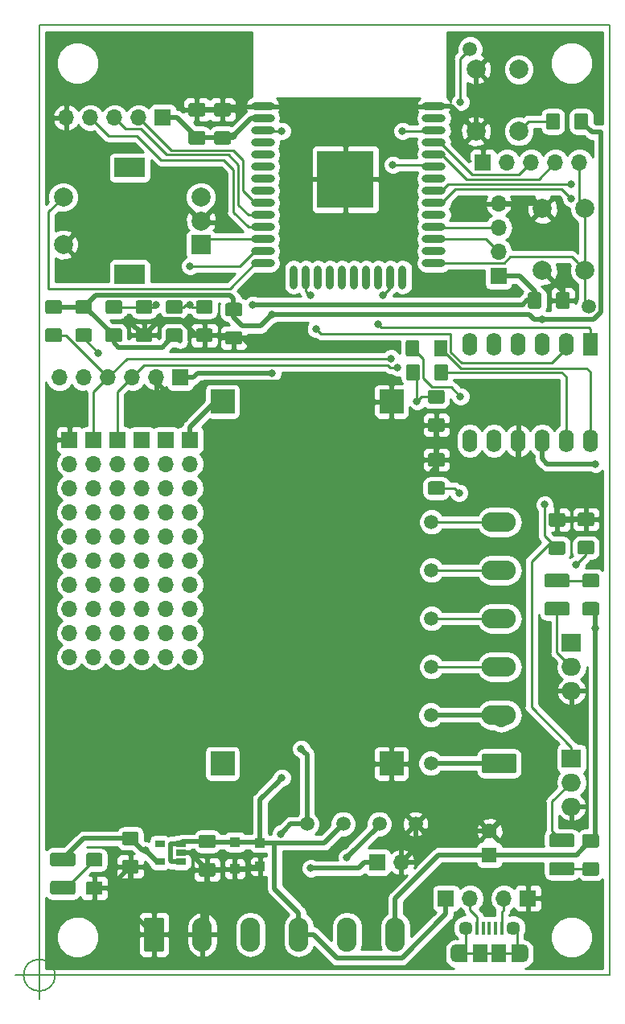
<source format=gbr>
%TF.GenerationSoftware,KiCad,Pcbnew,(5.0.1)-3*%
%TF.CreationDate,2018-11-18T09:49:25+01:00*%
%TF.ProjectId,ESP32-wood-beam-lamp,45535033322D776F6F642D6265616D2D,rev?*%
%TF.SameCoordinates,Original*%
%TF.FileFunction,Copper,L1,Top,Signal*%
%TF.FilePolarity,Positive*%
%FSLAX46Y46*%
G04 Gerber Fmt 4.6, Leading zero omitted, Abs format (unit mm)*
G04 Created by KiCad (PCBNEW (5.0.1)-3) date 18.11.2018 09:49:25*
%MOMM*%
%LPD*%
G01*
G04 APERTURE LIST*
%ADD10C,0.150000*%
%ADD11C,1.425000*%
%ADD12C,1.500000*%
%ADD13R,2.000000X1.905000*%
%ADD14O,2.000000X1.905000*%
%ADD15R,1.600000X2.400000*%
%ADD16O,1.600000X2.400000*%
%ADD17R,1.600000X1.600000*%
%ADD18C,1.600000*%
%ADD19R,1.100000X1.100000*%
%ADD20R,1.000000X1.000000*%
%ADD21O,2.080000X3.600000*%
%ADD22C,2.080000*%
%ADD23O,3.600000X2.080000*%
%ADD24R,1.700000X1.700000*%
%ADD25O,1.700000X1.700000*%
%ADD26R,1.500000X1.900000*%
%ADD27C,1.450000*%
%ADD28R,0.400000X1.350000*%
%ADD29O,1.200000X1.900000*%
%ADD30R,1.200000X1.900000*%
%ADD31C,1.998980*%
%ADD32R,1.060000X0.650000*%
%ADD33O,2.500000X0.900000*%
%ADD34O,0.900000X2.500000*%
%ADD35R,6.000000X6.000000*%
%ADD36C,2.000000*%
%ADD37R,3.200000X2.000000*%
%ADD38R,2.000000X2.000000*%
%ADD39R,2.500000X2.500000*%
%ADD40C,0.800000*%
%ADD41C,0.500000*%
%ADD42C,0.250000*%
%ADD43C,2.000000*%
%ADD44C,0.254000*%
G04 APERTURE END LIST*
D10*
X41666666Y-130000000D02*
G75*
G03X41666666Y-130000000I-1666666J0D01*
G01*
X37500000Y-130000000D02*
X42500000Y-130000000D01*
X40000000Y-127500000D02*
X40000000Y-132500000D01*
X40000000Y-130000000D02*
X40000000Y-30000000D01*
X100000000Y-130000000D02*
X40000000Y-130000000D01*
X100000000Y-30000000D02*
X100000000Y-130000000D01*
X40000000Y-30000000D02*
X100000000Y-30000000D01*
G36*
X82437504Y-75053704D02*
X82461773Y-75057304D01*
X82485571Y-75063265D01*
X82508671Y-75071530D01*
X82530849Y-75082020D01*
X82551893Y-75094633D01*
X82571598Y-75109247D01*
X82589777Y-75125723D01*
X82606253Y-75143902D01*
X82620867Y-75163607D01*
X82633480Y-75184651D01*
X82643970Y-75206829D01*
X82652235Y-75229929D01*
X82658196Y-75253727D01*
X82661796Y-75277996D01*
X82663000Y-75302500D01*
X82663000Y-76227500D01*
X82661796Y-76252004D01*
X82658196Y-76276273D01*
X82652235Y-76300071D01*
X82643970Y-76323171D01*
X82633480Y-76345349D01*
X82620867Y-76366393D01*
X82606253Y-76386098D01*
X82589777Y-76404277D01*
X82571598Y-76420753D01*
X82551893Y-76435367D01*
X82530849Y-76447980D01*
X82508671Y-76458470D01*
X82485571Y-76466735D01*
X82461773Y-76472696D01*
X82437504Y-76476296D01*
X82413000Y-76477500D01*
X81163000Y-76477500D01*
X81138496Y-76476296D01*
X81114227Y-76472696D01*
X81090429Y-76466735D01*
X81067329Y-76458470D01*
X81045151Y-76447980D01*
X81024107Y-76435367D01*
X81004402Y-76420753D01*
X80986223Y-76404277D01*
X80969747Y-76386098D01*
X80955133Y-76366393D01*
X80942520Y-76345349D01*
X80932030Y-76323171D01*
X80923765Y-76300071D01*
X80917804Y-76276273D01*
X80914204Y-76252004D01*
X80913000Y-76227500D01*
X80913000Y-75302500D01*
X80914204Y-75277996D01*
X80917804Y-75253727D01*
X80923765Y-75229929D01*
X80932030Y-75206829D01*
X80942520Y-75184651D01*
X80955133Y-75163607D01*
X80969747Y-75143902D01*
X80986223Y-75125723D01*
X81004402Y-75109247D01*
X81024107Y-75094633D01*
X81045151Y-75082020D01*
X81067329Y-75071530D01*
X81090429Y-75063265D01*
X81114227Y-75057304D01*
X81138496Y-75053704D01*
X81163000Y-75052500D01*
X82413000Y-75052500D01*
X82437504Y-75053704D01*
X82437504Y-75053704D01*
G37*
D11*
X81788000Y-75765000D03*
D10*
G36*
X82437504Y-78028704D02*
X82461773Y-78032304D01*
X82485571Y-78038265D01*
X82508671Y-78046530D01*
X82530849Y-78057020D01*
X82551893Y-78069633D01*
X82571598Y-78084247D01*
X82589777Y-78100723D01*
X82606253Y-78118902D01*
X82620867Y-78138607D01*
X82633480Y-78159651D01*
X82643970Y-78181829D01*
X82652235Y-78204929D01*
X82658196Y-78228727D01*
X82661796Y-78252996D01*
X82663000Y-78277500D01*
X82663000Y-79202500D01*
X82661796Y-79227004D01*
X82658196Y-79251273D01*
X82652235Y-79275071D01*
X82643970Y-79298171D01*
X82633480Y-79320349D01*
X82620867Y-79341393D01*
X82606253Y-79361098D01*
X82589777Y-79379277D01*
X82571598Y-79395753D01*
X82551893Y-79410367D01*
X82530849Y-79422980D01*
X82508671Y-79433470D01*
X82485571Y-79441735D01*
X82461773Y-79447696D01*
X82437504Y-79451296D01*
X82413000Y-79452500D01*
X81163000Y-79452500D01*
X81138496Y-79451296D01*
X81114227Y-79447696D01*
X81090429Y-79441735D01*
X81067329Y-79433470D01*
X81045151Y-79422980D01*
X81024107Y-79410367D01*
X81004402Y-79395753D01*
X80986223Y-79379277D01*
X80969747Y-79361098D01*
X80955133Y-79341393D01*
X80942520Y-79320349D01*
X80932030Y-79298171D01*
X80923765Y-79275071D01*
X80917804Y-79251273D01*
X80914204Y-79227004D01*
X80913000Y-79202500D01*
X80913000Y-78277500D01*
X80914204Y-78252996D01*
X80917804Y-78228727D01*
X80923765Y-78204929D01*
X80932030Y-78181829D01*
X80942520Y-78159651D01*
X80955133Y-78138607D01*
X80969747Y-78118902D01*
X80986223Y-78100723D01*
X81004402Y-78084247D01*
X81024107Y-78069633D01*
X81045151Y-78057020D01*
X81067329Y-78046530D01*
X81090429Y-78038265D01*
X81114227Y-78032304D01*
X81138496Y-78028704D01*
X81163000Y-78027500D01*
X82413000Y-78027500D01*
X82437504Y-78028704D01*
X82437504Y-78028704D01*
G37*
D11*
X81788000Y-78740000D03*
D12*
X79590000Y-114080000D03*
D13*
X96012000Y-107188000D03*
D14*
X96012000Y-109728000D03*
X96012000Y-112268000D03*
D15*
X98005900Y-63588900D03*
D16*
X85305900Y-73748900D03*
X95465900Y-63588900D03*
X87845900Y-73748900D03*
X92925900Y-63588900D03*
X90385900Y-73748900D03*
X90385900Y-63588900D03*
X92925900Y-73748900D03*
X87845900Y-63588900D03*
X95465900Y-73748900D03*
X85305900Y-63588900D03*
X98005900Y-73748900D03*
D10*
G36*
X57228004Y-38188804D02*
X57252273Y-38192404D01*
X57276071Y-38198365D01*
X57299171Y-38206630D01*
X57321349Y-38217120D01*
X57342393Y-38229733D01*
X57362098Y-38244347D01*
X57380277Y-38260823D01*
X57396753Y-38279002D01*
X57411367Y-38298707D01*
X57423980Y-38319751D01*
X57434470Y-38341929D01*
X57442735Y-38365029D01*
X57448696Y-38388827D01*
X57452296Y-38413096D01*
X57453500Y-38437600D01*
X57453500Y-39362600D01*
X57452296Y-39387104D01*
X57448696Y-39411373D01*
X57442735Y-39435171D01*
X57434470Y-39458271D01*
X57423980Y-39480449D01*
X57411367Y-39501493D01*
X57396753Y-39521198D01*
X57380277Y-39539377D01*
X57362098Y-39555853D01*
X57342393Y-39570467D01*
X57321349Y-39583080D01*
X57299171Y-39593570D01*
X57276071Y-39601835D01*
X57252273Y-39607796D01*
X57228004Y-39611396D01*
X57203500Y-39612600D01*
X55953500Y-39612600D01*
X55928996Y-39611396D01*
X55904727Y-39607796D01*
X55880929Y-39601835D01*
X55857829Y-39593570D01*
X55835651Y-39583080D01*
X55814607Y-39570467D01*
X55794902Y-39555853D01*
X55776723Y-39539377D01*
X55760247Y-39521198D01*
X55745633Y-39501493D01*
X55733020Y-39480449D01*
X55722530Y-39458271D01*
X55714265Y-39435171D01*
X55708304Y-39411373D01*
X55704704Y-39387104D01*
X55703500Y-39362600D01*
X55703500Y-38437600D01*
X55704704Y-38413096D01*
X55708304Y-38388827D01*
X55714265Y-38365029D01*
X55722530Y-38341929D01*
X55733020Y-38319751D01*
X55745633Y-38298707D01*
X55760247Y-38279002D01*
X55776723Y-38260823D01*
X55794902Y-38244347D01*
X55814607Y-38229733D01*
X55835651Y-38217120D01*
X55857829Y-38206630D01*
X55880929Y-38198365D01*
X55904727Y-38192404D01*
X55928996Y-38188804D01*
X55953500Y-38187600D01*
X57203500Y-38187600D01*
X57228004Y-38188804D01*
X57228004Y-38188804D01*
G37*
D11*
X56578500Y-38900100D03*
D10*
G36*
X57228004Y-41163804D02*
X57252273Y-41167404D01*
X57276071Y-41173365D01*
X57299171Y-41181630D01*
X57321349Y-41192120D01*
X57342393Y-41204733D01*
X57362098Y-41219347D01*
X57380277Y-41235823D01*
X57396753Y-41254002D01*
X57411367Y-41273707D01*
X57423980Y-41294751D01*
X57434470Y-41316929D01*
X57442735Y-41340029D01*
X57448696Y-41363827D01*
X57452296Y-41388096D01*
X57453500Y-41412600D01*
X57453500Y-42337600D01*
X57452296Y-42362104D01*
X57448696Y-42386373D01*
X57442735Y-42410171D01*
X57434470Y-42433271D01*
X57423980Y-42455449D01*
X57411367Y-42476493D01*
X57396753Y-42496198D01*
X57380277Y-42514377D01*
X57362098Y-42530853D01*
X57342393Y-42545467D01*
X57321349Y-42558080D01*
X57299171Y-42568570D01*
X57276071Y-42576835D01*
X57252273Y-42582796D01*
X57228004Y-42586396D01*
X57203500Y-42587600D01*
X55953500Y-42587600D01*
X55928996Y-42586396D01*
X55904727Y-42582796D01*
X55880929Y-42576835D01*
X55857829Y-42568570D01*
X55835651Y-42558080D01*
X55814607Y-42545467D01*
X55794902Y-42530853D01*
X55776723Y-42514377D01*
X55760247Y-42496198D01*
X55745633Y-42476493D01*
X55733020Y-42455449D01*
X55722530Y-42433271D01*
X55714265Y-42410171D01*
X55708304Y-42386373D01*
X55704704Y-42362104D01*
X55703500Y-42337600D01*
X55703500Y-41412600D01*
X55704704Y-41388096D01*
X55708304Y-41363827D01*
X55714265Y-41340029D01*
X55722530Y-41316929D01*
X55733020Y-41294751D01*
X55745633Y-41273707D01*
X55760247Y-41254002D01*
X55776723Y-41235823D01*
X55794902Y-41219347D01*
X55814607Y-41204733D01*
X55835651Y-41192120D01*
X55857829Y-41181630D01*
X55880929Y-41173365D01*
X55904727Y-41167404D01*
X55928996Y-41163804D01*
X55953500Y-41162600D01*
X57203500Y-41162600D01*
X57228004Y-41163804D01*
X57228004Y-41163804D01*
G37*
D11*
X56578500Y-41875100D03*
D10*
G36*
X58307504Y-118189304D02*
X58331773Y-118192904D01*
X58355571Y-118198865D01*
X58378671Y-118207130D01*
X58400849Y-118217620D01*
X58421893Y-118230233D01*
X58441598Y-118244847D01*
X58459777Y-118261323D01*
X58476253Y-118279502D01*
X58490867Y-118299207D01*
X58503480Y-118320251D01*
X58513970Y-118342429D01*
X58522235Y-118365529D01*
X58528196Y-118389327D01*
X58531796Y-118413596D01*
X58533000Y-118438100D01*
X58533000Y-119363100D01*
X58531796Y-119387604D01*
X58528196Y-119411873D01*
X58522235Y-119435671D01*
X58513970Y-119458771D01*
X58503480Y-119480949D01*
X58490867Y-119501993D01*
X58476253Y-119521698D01*
X58459777Y-119539877D01*
X58441598Y-119556353D01*
X58421893Y-119570967D01*
X58400849Y-119583580D01*
X58378671Y-119594070D01*
X58355571Y-119602335D01*
X58331773Y-119608296D01*
X58307504Y-119611896D01*
X58283000Y-119613100D01*
X57033000Y-119613100D01*
X57008496Y-119611896D01*
X56984227Y-119608296D01*
X56960429Y-119602335D01*
X56937329Y-119594070D01*
X56915151Y-119583580D01*
X56894107Y-119570967D01*
X56874402Y-119556353D01*
X56856223Y-119539877D01*
X56839747Y-119521698D01*
X56825133Y-119501993D01*
X56812520Y-119480949D01*
X56802030Y-119458771D01*
X56793765Y-119435671D01*
X56787804Y-119411873D01*
X56784204Y-119387604D01*
X56783000Y-119363100D01*
X56783000Y-118438100D01*
X56784204Y-118413596D01*
X56787804Y-118389327D01*
X56793765Y-118365529D01*
X56802030Y-118342429D01*
X56812520Y-118320251D01*
X56825133Y-118299207D01*
X56839747Y-118279502D01*
X56856223Y-118261323D01*
X56874402Y-118244847D01*
X56894107Y-118230233D01*
X56915151Y-118217620D01*
X56937329Y-118207130D01*
X56960429Y-118198865D01*
X56984227Y-118192904D01*
X57008496Y-118189304D01*
X57033000Y-118188100D01*
X58283000Y-118188100D01*
X58307504Y-118189304D01*
X58307504Y-118189304D01*
G37*
D11*
X57658000Y-118900600D03*
D10*
G36*
X58307504Y-115214304D02*
X58331773Y-115217904D01*
X58355571Y-115223865D01*
X58378671Y-115232130D01*
X58400849Y-115242620D01*
X58421893Y-115255233D01*
X58441598Y-115269847D01*
X58459777Y-115286323D01*
X58476253Y-115304502D01*
X58490867Y-115324207D01*
X58503480Y-115345251D01*
X58513970Y-115367429D01*
X58522235Y-115390529D01*
X58528196Y-115414327D01*
X58531796Y-115438596D01*
X58533000Y-115463100D01*
X58533000Y-116388100D01*
X58531796Y-116412604D01*
X58528196Y-116436873D01*
X58522235Y-116460671D01*
X58513970Y-116483771D01*
X58503480Y-116505949D01*
X58490867Y-116526993D01*
X58476253Y-116546698D01*
X58459777Y-116564877D01*
X58441598Y-116581353D01*
X58421893Y-116595967D01*
X58400849Y-116608580D01*
X58378671Y-116619070D01*
X58355571Y-116627335D01*
X58331773Y-116633296D01*
X58307504Y-116636896D01*
X58283000Y-116638100D01*
X57033000Y-116638100D01*
X57008496Y-116636896D01*
X56984227Y-116633296D01*
X56960429Y-116627335D01*
X56937329Y-116619070D01*
X56915151Y-116608580D01*
X56894107Y-116595967D01*
X56874402Y-116581353D01*
X56856223Y-116564877D01*
X56839747Y-116546698D01*
X56825133Y-116526993D01*
X56812520Y-116505949D01*
X56802030Y-116483771D01*
X56793765Y-116460671D01*
X56787804Y-116436873D01*
X56784204Y-116412604D01*
X56783000Y-116388100D01*
X56783000Y-115463100D01*
X56784204Y-115438596D01*
X56787804Y-115414327D01*
X56793765Y-115390529D01*
X56802030Y-115367429D01*
X56812520Y-115345251D01*
X56825133Y-115324207D01*
X56839747Y-115304502D01*
X56856223Y-115286323D01*
X56874402Y-115269847D01*
X56894107Y-115255233D01*
X56915151Y-115242620D01*
X56937329Y-115232130D01*
X56960429Y-115223865D01*
X56984227Y-115217904D01*
X57008496Y-115214304D01*
X57033000Y-115213100D01*
X58283000Y-115213100D01*
X58307504Y-115214304D01*
X58307504Y-115214304D01*
G37*
D11*
X57658000Y-115925600D03*
D10*
G36*
X59920404Y-41163804D02*
X59944673Y-41167404D01*
X59968471Y-41173365D01*
X59991571Y-41181630D01*
X60013749Y-41192120D01*
X60034793Y-41204733D01*
X60054498Y-41219347D01*
X60072677Y-41235823D01*
X60089153Y-41254002D01*
X60103767Y-41273707D01*
X60116380Y-41294751D01*
X60126870Y-41316929D01*
X60135135Y-41340029D01*
X60141096Y-41363827D01*
X60144696Y-41388096D01*
X60145900Y-41412600D01*
X60145900Y-42337600D01*
X60144696Y-42362104D01*
X60141096Y-42386373D01*
X60135135Y-42410171D01*
X60126870Y-42433271D01*
X60116380Y-42455449D01*
X60103767Y-42476493D01*
X60089153Y-42496198D01*
X60072677Y-42514377D01*
X60054498Y-42530853D01*
X60034793Y-42545467D01*
X60013749Y-42558080D01*
X59991571Y-42568570D01*
X59968471Y-42576835D01*
X59944673Y-42582796D01*
X59920404Y-42586396D01*
X59895900Y-42587600D01*
X58645900Y-42587600D01*
X58621396Y-42586396D01*
X58597127Y-42582796D01*
X58573329Y-42576835D01*
X58550229Y-42568570D01*
X58528051Y-42558080D01*
X58507007Y-42545467D01*
X58487302Y-42530853D01*
X58469123Y-42514377D01*
X58452647Y-42496198D01*
X58438033Y-42476493D01*
X58425420Y-42455449D01*
X58414930Y-42433271D01*
X58406665Y-42410171D01*
X58400704Y-42386373D01*
X58397104Y-42362104D01*
X58395900Y-42337600D01*
X58395900Y-41412600D01*
X58397104Y-41388096D01*
X58400704Y-41363827D01*
X58406665Y-41340029D01*
X58414930Y-41316929D01*
X58425420Y-41294751D01*
X58438033Y-41273707D01*
X58452647Y-41254002D01*
X58469123Y-41235823D01*
X58487302Y-41219347D01*
X58507007Y-41204733D01*
X58528051Y-41192120D01*
X58550229Y-41181630D01*
X58573329Y-41173365D01*
X58597127Y-41167404D01*
X58621396Y-41163804D01*
X58645900Y-41162600D01*
X59895900Y-41162600D01*
X59920404Y-41163804D01*
X59920404Y-41163804D01*
G37*
D11*
X59270900Y-41875100D03*
D10*
G36*
X59920404Y-38188804D02*
X59944673Y-38192404D01*
X59968471Y-38198365D01*
X59991571Y-38206630D01*
X60013749Y-38217120D01*
X60034793Y-38229733D01*
X60054498Y-38244347D01*
X60072677Y-38260823D01*
X60089153Y-38279002D01*
X60103767Y-38298707D01*
X60116380Y-38319751D01*
X60126870Y-38341929D01*
X60135135Y-38365029D01*
X60141096Y-38388827D01*
X60144696Y-38413096D01*
X60145900Y-38437600D01*
X60145900Y-39362600D01*
X60144696Y-39387104D01*
X60141096Y-39411373D01*
X60135135Y-39435171D01*
X60126870Y-39458271D01*
X60116380Y-39480449D01*
X60103767Y-39501493D01*
X60089153Y-39521198D01*
X60072677Y-39539377D01*
X60054498Y-39555853D01*
X60034793Y-39570467D01*
X60013749Y-39583080D01*
X59991571Y-39593570D01*
X59968471Y-39601835D01*
X59944673Y-39607796D01*
X59920404Y-39611396D01*
X59895900Y-39612600D01*
X58645900Y-39612600D01*
X58621396Y-39611396D01*
X58597127Y-39607796D01*
X58573329Y-39601835D01*
X58550229Y-39593570D01*
X58528051Y-39583080D01*
X58507007Y-39570467D01*
X58487302Y-39555853D01*
X58469123Y-39539377D01*
X58452647Y-39521198D01*
X58438033Y-39501493D01*
X58425420Y-39480449D01*
X58414930Y-39458271D01*
X58406665Y-39435171D01*
X58400704Y-39411373D01*
X58397104Y-39387104D01*
X58395900Y-39362600D01*
X58395900Y-38437600D01*
X58397104Y-38413096D01*
X58400704Y-38388827D01*
X58406665Y-38365029D01*
X58414930Y-38341929D01*
X58425420Y-38319751D01*
X58438033Y-38298707D01*
X58452647Y-38279002D01*
X58469123Y-38260823D01*
X58487302Y-38244347D01*
X58507007Y-38229733D01*
X58528051Y-38217120D01*
X58550229Y-38206630D01*
X58573329Y-38198365D01*
X58597127Y-38192404D01*
X58621396Y-38188804D01*
X58645900Y-38187600D01*
X59895900Y-38187600D01*
X59920404Y-38188804D01*
X59920404Y-38188804D01*
G37*
D11*
X59270900Y-38900100D03*
D17*
X87376000Y-117348000D03*
D18*
X87376000Y-114848000D03*
D10*
G36*
X50230304Y-117870204D02*
X50254573Y-117873804D01*
X50278371Y-117879765D01*
X50301471Y-117888030D01*
X50323649Y-117898520D01*
X50344693Y-117911133D01*
X50364398Y-117925747D01*
X50382577Y-117942223D01*
X50399053Y-117960402D01*
X50413667Y-117980107D01*
X50426280Y-118001151D01*
X50436770Y-118023329D01*
X50445035Y-118046429D01*
X50450996Y-118070227D01*
X50454596Y-118094496D01*
X50455800Y-118119000D01*
X50455800Y-119044000D01*
X50454596Y-119068504D01*
X50450996Y-119092773D01*
X50445035Y-119116571D01*
X50436770Y-119139671D01*
X50426280Y-119161849D01*
X50413667Y-119182893D01*
X50399053Y-119202598D01*
X50382577Y-119220777D01*
X50364398Y-119237253D01*
X50344693Y-119251867D01*
X50323649Y-119264480D01*
X50301471Y-119274970D01*
X50278371Y-119283235D01*
X50254573Y-119289196D01*
X50230304Y-119292796D01*
X50205800Y-119294000D01*
X48955800Y-119294000D01*
X48931296Y-119292796D01*
X48907027Y-119289196D01*
X48883229Y-119283235D01*
X48860129Y-119274970D01*
X48837951Y-119264480D01*
X48816907Y-119251867D01*
X48797202Y-119237253D01*
X48779023Y-119220777D01*
X48762547Y-119202598D01*
X48747933Y-119182893D01*
X48735320Y-119161849D01*
X48724830Y-119139671D01*
X48716565Y-119116571D01*
X48710604Y-119092773D01*
X48707004Y-119068504D01*
X48705800Y-119044000D01*
X48705800Y-118119000D01*
X48707004Y-118094496D01*
X48710604Y-118070227D01*
X48716565Y-118046429D01*
X48724830Y-118023329D01*
X48735320Y-118001151D01*
X48747933Y-117980107D01*
X48762547Y-117960402D01*
X48779023Y-117942223D01*
X48797202Y-117925747D01*
X48816907Y-117911133D01*
X48837951Y-117898520D01*
X48860129Y-117888030D01*
X48883229Y-117879765D01*
X48907027Y-117873804D01*
X48931296Y-117870204D01*
X48955800Y-117869000D01*
X50205800Y-117869000D01*
X50230304Y-117870204D01*
X50230304Y-117870204D01*
G37*
D11*
X49580800Y-118581500D03*
D10*
G36*
X50230304Y-114895204D02*
X50254573Y-114898804D01*
X50278371Y-114904765D01*
X50301471Y-114913030D01*
X50323649Y-114923520D01*
X50344693Y-114936133D01*
X50364398Y-114950747D01*
X50382577Y-114967223D01*
X50399053Y-114985402D01*
X50413667Y-115005107D01*
X50426280Y-115026151D01*
X50436770Y-115048329D01*
X50445035Y-115071429D01*
X50450996Y-115095227D01*
X50454596Y-115119496D01*
X50455800Y-115144000D01*
X50455800Y-116069000D01*
X50454596Y-116093504D01*
X50450996Y-116117773D01*
X50445035Y-116141571D01*
X50436770Y-116164671D01*
X50426280Y-116186849D01*
X50413667Y-116207893D01*
X50399053Y-116227598D01*
X50382577Y-116245777D01*
X50364398Y-116262253D01*
X50344693Y-116276867D01*
X50323649Y-116289480D01*
X50301471Y-116299970D01*
X50278371Y-116308235D01*
X50254573Y-116314196D01*
X50230304Y-116317796D01*
X50205800Y-116319000D01*
X48955800Y-116319000D01*
X48931296Y-116317796D01*
X48907027Y-116314196D01*
X48883229Y-116308235D01*
X48860129Y-116299970D01*
X48837951Y-116289480D01*
X48816907Y-116276867D01*
X48797202Y-116262253D01*
X48779023Y-116245777D01*
X48762547Y-116227598D01*
X48747933Y-116207893D01*
X48735320Y-116186849D01*
X48724830Y-116164671D01*
X48716565Y-116141571D01*
X48710604Y-116117773D01*
X48707004Y-116093504D01*
X48705800Y-116069000D01*
X48705800Y-115144000D01*
X48707004Y-115119496D01*
X48710604Y-115095227D01*
X48716565Y-115071429D01*
X48724830Y-115048329D01*
X48735320Y-115026151D01*
X48747933Y-115005107D01*
X48762547Y-114985402D01*
X48779023Y-114967223D01*
X48797202Y-114950747D01*
X48816907Y-114936133D01*
X48837951Y-114923520D01*
X48860129Y-114913030D01*
X48883229Y-114904765D01*
X48907027Y-114898804D01*
X48931296Y-114895204D01*
X48955800Y-114894000D01*
X50205800Y-114894000D01*
X50230304Y-114895204D01*
X50230304Y-114895204D01*
G37*
D11*
X49580800Y-115606500D03*
D10*
G36*
X92609604Y-58105004D02*
X92633873Y-58108604D01*
X92657671Y-58114565D01*
X92680771Y-58122830D01*
X92702949Y-58133320D01*
X92723993Y-58145933D01*
X92743698Y-58160547D01*
X92761877Y-58177023D01*
X92778353Y-58195202D01*
X92792967Y-58214907D01*
X92805580Y-58235951D01*
X92816070Y-58258129D01*
X92824335Y-58281229D01*
X92830296Y-58305027D01*
X92833896Y-58329296D01*
X92835100Y-58353800D01*
X92835100Y-59603800D01*
X92833896Y-59628304D01*
X92830296Y-59652573D01*
X92824335Y-59676371D01*
X92816070Y-59699471D01*
X92805580Y-59721649D01*
X92792967Y-59742693D01*
X92778353Y-59762398D01*
X92761877Y-59780577D01*
X92743698Y-59797053D01*
X92723993Y-59811667D01*
X92702949Y-59824280D01*
X92680771Y-59834770D01*
X92657671Y-59843035D01*
X92633873Y-59848996D01*
X92609604Y-59852596D01*
X92585100Y-59853800D01*
X91660100Y-59853800D01*
X91635596Y-59852596D01*
X91611327Y-59848996D01*
X91587529Y-59843035D01*
X91564429Y-59834770D01*
X91542251Y-59824280D01*
X91521207Y-59811667D01*
X91501502Y-59797053D01*
X91483323Y-59780577D01*
X91466847Y-59762398D01*
X91452233Y-59742693D01*
X91439620Y-59721649D01*
X91429130Y-59699471D01*
X91420865Y-59676371D01*
X91414904Y-59652573D01*
X91411304Y-59628304D01*
X91410100Y-59603800D01*
X91410100Y-58353800D01*
X91411304Y-58329296D01*
X91414904Y-58305027D01*
X91420865Y-58281229D01*
X91429130Y-58258129D01*
X91439620Y-58235951D01*
X91452233Y-58214907D01*
X91466847Y-58195202D01*
X91483323Y-58177023D01*
X91501502Y-58160547D01*
X91521207Y-58145933D01*
X91542251Y-58133320D01*
X91564429Y-58122830D01*
X91587529Y-58114565D01*
X91611327Y-58108604D01*
X91635596Y-58105004D01*
X91660100Y-58103800D01*
X92585100Y-58103800D01*
X92609604Y-58105004D01*
X92609604Y-58105004D01*
G37*
D11*
X92122600Y-58978800D03*
D10*
G36*
X95584604Y-58105004D02*
X95608873Y-58108604D01*
X95632671Y-58114565D01*
X95655771Y-58122830D01*
X95677949Y-58133320D01*
X95698993Y-58145933D01*
X95718698Y-58160547D01*
X95736877Y-58177023D01*
X95753353Y-58195202D01*
X95767967Y-58214907D01*
X95780580Y-58235951D01*
X95791070Y-58258129D01*
X95799335Y-58281229D01*
X95805296Y-58305027D01*
X95808896Y-58329296D01*
X95810100Y-58353800D01*
X95810100Y-59603800D01*
X95808896Y-59628304D01*
X95805296Y-59652573D01*
X95799335Y-59676371D01*
X95791070Y-59699471D01*
X95780580Y-59721649D01*
X95767967Y-59742693D01*
X95753353Y-59762398D01*
X95736877Y-59780577D01*
X95718698Y-59797053D01*
X95698993Y-59811667D01*
X95677949Y-59824280D01*
X95655771Y-59834770D01*
X95632671Y-59843035D01*
X95608873Y-59848996D01*
X95584604Y-59852596D01*
X95560100Y-59853800D01*
X94635100Y-59853800D01*
X94610596Y-59852596D01*
X94586327Y-59848996D01*
X94562529Y-59843035D01*
X94539429Y-59834770D01*
X94517251Y-59824280D01*
X94496207Y-59811667D01*
X94476502Y-59797053D01*
X94458323Y-59780577D01*
X94441847Y-59762398D01*
X94427233Y-59742693D01*
X94414620Y-59721649D01*
X94404130Y-59699471D01*
X94395865Y-59676371D01*
X94389904Y-59652573D01*
X94386304Y-59628304D01*
X94385100Y-59603800D01*
X94385100Y-58353800D01*
X94386304Y-58329296D01*
X94389904Y-58305027D01*
X94395865Y-58281229D01*
X94404130Y-58258129D01*
X94414620Y-58235951D01*
X94427233Y-58214907D01*
X94441847Y-58195202D01*
X94458323Y-58177023D01*
X94476502Y-58160547D01*
X94496207Y-58145933D01*
X94517251Y-58133320D01*
X94539429Y-58122830D01*
X94562529Y-58114565D01*
X94586327Y-58108604D01*
X94610596Y-58105004D01*
X94635100Y-58103800D01*
X95560100Y-58103800D01*
X95584604Y-58105004D01*
X95584604Y-58105004D01*
G37*
D11*
X95097600Y-58978800D03*
D10*
G36*
X51664504Y-58958704D02*
X51688773Y-58962304D01*
X51712571Y-58968265D01*
X51735671Y-58976530D01*
X51757849Y-58987020D01*
X51778893Y-58999633D01*
X51798598Y-59014247D01*
X51816777Y-59030723D01*
X51833253Y-59048902D01*
X51847867Y-59068607D01*
X51860480Y-59089651D01*
X51870970Y-59111829D01*
X51879235Y-59134929D01*
X51885196Y-59158727D01*
X51888796Y-59182996D01*
X51890000Y-59207500D01*
X51890000Y-60132500D01*
X51888796Y-60157004D01*
X51885196Y-60181273D01*
X51879235Y-60205071D01*
X51870970Y-60228171D01*
X51860480Y-60250349D01*
X51847867Y-60271393D01*
X51833253Y-60291098D01*
X51816777Y-60309277D01*
X51798598Y-60325753D01*
X51778893Y-60340367D01*
X51757849Y-60352980D01*
X51735671Y-60363470D01*
X51712571Y-60371735D01*
X51688773Y-60377696D01*
X51664504Y-60381296D01*
X51640000Y-60382500D01*
X50390000Y-60382500D01*
X50365496Y-60381296D01*
X50341227Y-60377696D01*
X50317429Y-60371735D01*
X50294329Y-60363470D01*
X50272151Y-60352980D01*
X50251107Y-60340367D01*
X50231402Y-60325753D01*
X50213223Y-60309277D01*
X50196747Y-60291098D01*
X50182133Y-60271393D01*
X50169520Y-60250349D01*
X50159030Y-60228171D01*
X50150765Y-60205071D01*
X50144804Y-60181273D01*
X50141204Y-60157004D01*
X50140000Y-60132500D01*
X50140000Y-59207500D01*
X50141204Y-59182996D01*
X50144804Y-59158727D01*
X50150765Y-59134929D01*
X50159030Y-59111829D01*
X50169520Y-59089651D01*
X50182133Y-59068607D01*
X50196747Y-59048902D01*
X50213223Y-59030723D01*
X50231402Y-59014247D01*
X50251107Y-58999633D01*
X50272151Y-58987020D01*
X50294329Y-58976530D01*
X50317429Y-58968265D01*
X50341227Y-58962304D01*
X50365496Y-58958704D01*
X50390000Y-58957500D01*
X51640000Y-58957500D01*
X51664504Y-58958704D01*
X51664504Y-58958704D01*
G37*
D11*
X51015000Y-59670000D03*
D10*
G36*
X51664504Y-61933704D02*
X51688773Y-61937304D01*
X51712571Y-61943265D01*
X51735671Y-61951530D01*
X51757849Y-61962020D01*
X51778893Y-61974633D01*
X51798598Y-61989247D01*
X51816777Y-62005723D01*
X51833253Y-62023902D01*
X51847867Y-62043607D01*
X51860480Y-62064651D01*
X51870970Y-62086829D01*
X51879235Y-62109929D01*
X51885196Y-62133727D01*
X51888796Y-62157996D01*
X51890000Y-62182500D01*
X51890000Y-63107500D01*
X51888796Y-63132004D01*
X51885196Y-63156273D01*
X51879235Y-63180071D01*
X51870970Y-63203171D01*
X51860480Y-63225349D01*
X51847867Y-63246393D01*
X51833253Y-63266098D01*
X51816777Y-63284277D01*
X51798598Y-63300753D01*
X51778893Y-63315367D01*
X51757849Y-63327980D01*
X51735671Y-63338470D01*
X51712571Y-63346735D01*
X51688773Y-63352696D01*
X51664504Y-63356296D01*
X51640000Y-63357500D01*
X50390000Y-63357500D01*
X50365496Y-63356296D01*
X50341227Y-63352696D01*
X50317429Y-63346735D01*
X50294329Y-63338470D01*
X50272151Y-63327980D01*
X50251107Y-63315367D01*
X50231402Y-63300753D01*
X50213223Y-63284277D01*
X50196747Y-63266098D01*
X50182133Y-63246393D01*
X50169520Y-63225349D01*
X50159030Y-63203171D01*
X50150765Y-63180071D01*
X50144804Y-63156273D01*
X50141204Y-63132004D01*
X50140000Y-63107500D01*
X50140000Y-62182500D01*
X50141204Y-62157996D01*
X50144804Y-62133727D01*
X50150765Y-62109929D01*
X50159030Y-62086829D01*
X50169520Y-62064651D01*
X50182133Y-62043607D01*
X50196747Y-62023902D01*
X50213223Y-62005723D01*
X50231402Y-61989247D01*
X50251107Y-61974633D01*
X50272151Y-61962020D01*
X50294329Y-61951530D01*
X50317429Y-61943265D01*
X50341227Y-61937304D01*
X50365496Y-61933704D01*
X50390000Y-61932500D01*
X51640000Y-61932500D01*
X51664504Y-61933704D01*
X51664504Y-61933704D01*
G37*
D11*
X51015000Y-62645000D03*
D10*
G36*
X61101504Y-62207704D02*
X61125773Y-62211304D01*
X61149571Y-62217265D01*
X61172671Y-62225530D01*
X61194849Y-62236020D01*
X61215893Y-62248633D01*
X61235598Y-62263247D01*
X61253777Y-62279723D01*
X61270253Y-62297902D01*
X61284867Y-62317607D01*
X61297480Y-62338651D01*
X61307970Y-62360829D01*
X61316235Y-62383929D01*
X61322196Y-62407727D01*
X61325796Y-62431996D01*
X61327000Y-62456500D01*
X61327000Y-63381500D01*
X61325796Y-63406004D01*
X61322196Y-63430273D01*
X61316235Y-63454071D01*
X61307970Y-63477171D01*
X61297480Y-63499349D01*
X61284867Y-63520393D01*
X61270253Y-63540098D01*
X61253777Y-63558277D01*
X61235598Y-63574753D01*
X61215893Y-63589367D01*
X61194849Y-63601980D01*
X61172671Y-63612470D01*
X61149571Y-63620735D01*
X61125773Y-63626696D01*
X61101504Y-63630296D01*
X61077000Y-63631500D01*
X59827000Y-63631500D01*
X59802496Y-63630296D01*
X59778227Y-63626696D01*
X59754429Y-63620735D01*
X59731329Y-63612470D01*
X59709151Y-63601980D01*
X59688107Y-63589367D01*
X59668402Y-63574753D01*
X59650223Y-63558277D01*
X59633747Y-63540098D01*
X59619133Y-63520393D01*
X59606520Y-63499349D01*
X59596030Y-63477171D01*
X59587765Y-63454071D01*
X59581804Y-63430273D01*
X59578204Y-63406004D01*
X59577000Y-63381500D01*
X59577000Y-62456500D01*
X59578204Y-62431996D01*
X59581804Y-62407727D01*
X59587765Y-62383929D01*
X59596030Y-62360829D01*
X59606520Y-62338651D01*
X59619133Y-62317607D01*
X59633747Y-62297902D01*
X59650223Y-62279723D01*
X59668402Y-62263247D01*
X59688107Y-62248633D01*
X59709151Y-62236020D01*
X59731329Y-62225530D01*
X59754429Y-62217265D01*
X59778227Y-62211304D01*
X59802496Y-62207704D01*
X59827000Y-62206500D01*
X61077000Y-62206500D01*
X61101504Y-62207704D01*
X61101504Y-62207704D01*
G37*
D11*
X60452000Y-62919000D03*
D10*
G36*
X61101504Y-59232704D02*
X61125773Y-59236304D01*
X61149571Y-59242265D01*
X61172671Y-59250530D01*
X61194849Y-59261020D01*
X61215893Y-59273633D01*
X61235598Y-59288247D01*
X61253777Y-59304723D01*
X61270253Y-59322902D01*
X61284867Y-59342607D01*
X61297480Y-59363651D01*
X61307970Y-59385829D01*
X61316235Y-59408929D01*
X61322196Y-59432727D01*
X61325796Y-59456996D01*
X61327000Y-59481500D01*
X61327000Y-60406500D01*
X61325796Y-60431004D01*
X61322196Y-60455273D01*
X61316235Y-60479071D01*
X61307970Y-60502171D01*
X61297480Y-60524349D01*
X61284867Y-60545393D01*
X61270253Y-60565098D01*
X61253777Y-60583277D01*
X61235598Y-60599753D01*
X61215893Y-60614367D01*
X61194849Y-60626980D01*
X61172671Y-60637470D01*
X61149571Y-60645735D01*
X61125773Y-60651696D01*
X61101504Y-60655296D01*
X61077000Y-60656500D01*
X59827000Y-60656500D01*
X59802496Y-60655296D01*
X59778227Y-60651696D01*
X59754429Y-60645735D01*
X59731329Y-60637470D01*
X59709151Y-60626980D01*
X59688107Y-60614367D01*
X59668402Y-60599753D01*
X59650223Y-60583277D01*
X59633747Y-60565098D01*
X59619133Y-60545393D01*
X59606520Y-60524349D01*
X59596030Y-60502171D01*
X59587765Y-60479071D01*
X59581804Y-60455273D01*
X59578204Y-60431004D01*
X59577000Y-60406500D01*
X59577000Y-59481500D01*
X59578204Y-59456996D01*
X59581804Y-59432727D01*
X59587765Y-59408929D01*
X59596030Y-59385829D01*
X59606520Y-59363651D01*
X59619133Y-59342607D01*
X59633747Y-59322902D01*
X59650223Y-59304723D01*
X59668402Y-59288247D01*
X59688107Y-59273633D01*
X59709151Y-59261020D01*
X59731329Y-59250530D01*
X59754429Y-59242265D01*
X59778227Y-59236304D01*
X59802496Y-59232704D01*
X59827000Y-59231500D01*
X61077000Y-59231500D01*
X61101504Y-59232704D01*
X61101504Y-59232704D01*
G37*
D11*
X60452000Y-59944000D03*
D10*
G36*
X58014504Y-58958704D02*
X58038773Y-58962304D01*
X58062571Y-58968265D01*
X58085671Y-58976530D01*
X58107849Y-58987020D01*
X58128893Y-58999633D01*
X58148598Y-59014247D01*
X58166777Y-59030723D01*
X58183253Y-59048902D01*
X58197867Y-59068607D01*
X58210480Y-59089651D01*
X58220970Y-59111829D01*
X58229235Y-59134929D01*
X58235196Y-59158727D01*
X58238796Y-59182996D01*
X58240000Y-59207500D01*
X58240000Y-60132500D01*
X58238796Y-60157004D01*
X58235196Y-60181273D01*
X58229235Y-60205071D01*
X58220970Y-60228171D01*
X58210480Y-60250349D01*
X58197867Y-60271393D01*
X58183253Y-60291098D01*
X58166777Y-60309277D01*
X58148598Y-60325753D01*
X58128893Y-60340367D01*
X58107849Y-60352980D01*
X58085671Y-60363470D01*
X58062571Y-60371735D01*
X58038773Y-60377696D01*
X58014504Y-60381296D01*
X57990000Y-60382500D01*
X56740000Y-60382500D01*
X56715496Y-60381296D01*
X56691227Y-60377696D01*
X56667429Y-60371735D01*
X56644329Y-60363470D01*
X56622151Y-60352980D01*
X56601107Y-60340367D01*
X56581402Y-60325753D01*
X56563223Y-60309277D01*
X56546747Y-60291098D01*
X56532133Y-60271393D01*
X56519520Y-60250349D01*
X56509030Y-60228171D01*
X56500765Y-60205071D01*
X56494804Y-60181273D01*
X56491204Y-60157004D01*
X56490000Y-60132500D01*
X56490000Y-59207500D01*
X56491204Y-59182996D01*
X56494804Y-59158727D01*
X56500765Y-59134929D01*
X56509030Y-59111829D01*
X56519520Y-59089651D01*
X56532133Y-59068607D01*
X56546747Y-59048902D01*
X56563223Y-59030723D01*
X56581402Y-59014247D01*
X56601107Y-58999633D01*
X56622151Y-58987020D01*
X56644329Y-58976530D01*
X56667429Y-58968265D01*
X56691227Y-58962304D01*
X56715496Y-58958704D01*
X56740000Y-58957500D01*
X57990000Y-58957500D01*
X58014504Y-58958704D01*
X58014504Y-58958704D01*
G37*
D11*
X57365000Y-59670000D03*
D10*
G36*
X58014504Y-61933704D02*
X58038773Y-61937304D01*
X58062571Y-61943265D01*
X58085671Y-61951530D01*
X58107849Y-61962020D01*
X58128893Y-61974633D01*
X58148598Y-61989247D01*
X58166777Y-62005723D01*
X58183253Y-62023902D01*
X58197867Y-62043607D01*
X58210480Y-62064651D01*
X58220970Y-62086829D01*
X58229235Y-62109929D01*
X58235196Y-62133727D01*
X58238796Y-62157996D01*
X58240000Y-62182500D01*
X58240000Y-63107500D01*
X58238796Y-63132004D01*
X58235196Y-63156273D01*
X58229235Y-63180071D01*
X58220970Y-63203171D01*
X58210480Y-63225349D01*
X58197867Y-63246393D01*
X58183253Y-63266098D01*
X58166777Y-63284277D01*
X58148598Y-63300753D01*
X58128893Y-63315367D01*
X58107849Y-63327980D01*
X58085671Y-63338470D01*
X58062571Y-63346735D01*
X58038773Y-63352696D01*
X58014504Y-63356296D01*
X57990000Y-63357500D01*
X56740000Y-63357500D01*
X56715496Y-63356296D01*
X56691227Y-63352696D01*
X56667429Y-63346735D01*
X56644329Y-63338470D01*
X56622151Y-63327980D01*
X56601107Y-63315367D01*
X56581402Y-63300753D01*
X56563223Y-63284277D01*
X56546747Y-63266098D01*
X56532133Y-63246393D01*
X56519520Y-63225349D01*
X56509030Y-63203171D01*
X56500765Y-63180071D01*
X56494804Y-63156273D01*
X56491204Y-63132004D01*
X56490000Y-63107500D01*
X56490000Y-62182500D01*
X56491204Y-62157996D01*
X56494804Y-62133727D01*
X56500765Y-62109929D01*
X56509030Y-62086829D01*
X56519520Y-62064651D01*
X56532133Y-62043607D01*
X56546747Y-62023902D01*
X56563223Y-62005723D01*
X56581402Y-61989247D01*
X56601107Y-61974633D01*
X56622151Y-61962020D01*
X56644329Y-61951530D01*
X56667429Y-61943265D01*
X56691227Y-61937304D01*
X56715496Y-61933704D01*
X56740000Y-61932500D01*
X57990000Y-61932500D01*
X58014504Y-61933704D01*
X58014504Y-61933704D01*
G37*
D11*
X57365000Y-62645000D03*
D19*
X60579000Y-116001800D03*
X60579000Y-118801800D03*
D20*
X63220600Y-116052600D03*
X63220600Y-118552600D03*
D10*
G36*
X43568304Y-117116104D02*
X43592573Y-117119704D01*
X43616371Y-117125665D01*
X43639471Y-117133930D01*
X43661649Y-117144420D01*
X43682693Y-117157033D01*
X43702398Y-117171647D01*
X43720577Y-117188123D01*
X43737053Y-117206302D01*
X43751667Y-117226007D01*
X43764280Y-117247051D01*
X43774770Y-117269229D01*
X43783035Y-117292329D01*
X43788996Y-117316127D01*
X43792596Y-117340396D01*
X43793800Y-117364900D01*
X43793800Y-118289900D01*
X43792596Y-118314404D01*
X43788996Y-118338673D01*
X43783035Y-118362471D01*
X43774770Y-118385571D01*
X43764280Y-118407749D01*
X43751667Y-118428793D01*
X43737053Y-118448498D01*
X43720577Y-118466677D01*
X43702398Y-118483153D01*
X43682693Y-118497767D01*
X43661649Y-118510380D01*
X43639471Y-118520870D01*
X43616371Y-118529135D01*
X43592573Y-118535096D01*
X43568304Y-118538696D01*
X43543800Y-118539900D01*
X41393800Y-118539900D01*
X41369296Y-118538696D01*
X41345027Y-118535096D01*
X41321229Y-118529135D01*
X41298129Y-118520870D01*
X41275951Y-118510380D01*
X41254907Y-118497767D01*
X41235202Y-118483153D01*
X41217023Y-118466677D01*
X41200547Y-118448498D01*
X41185933Y-118428793D01*
X41173320Y-118407749D01*
X41162830Y-118385571D01*
X41154565Y-118362471D01*
X41148604Y-118338673D01*
X41145004Y-118314404D01*
X41143800Y-118289900D01*
X41143800Y-117364900D01*
X41145004Y-117340396D01*
X41148604Y-117316127D01*
X41154565Y-117292329D01*
X41162830Y-117269229D01*
X41173320Y-117247051D01*
X41185933Y-117226007D01*
X41200547Y-117206302D01*
X41217023Y-117188123D01*
X41235202Y-117171647D01*
X41254907Y-117157033D01*
X41275951Y-117144420D01*
X41298129Y-117133930D01*
X41321229Y-117125665D01*
X41345027Y-117119704D01*
X41369296Y-117116104D01*
X41393800Y-117114900D01*
X43543800Y-117114900D01*
X43568304Y-117116104D01*
X43568304Y-117116104D01*
G37*
D11*
X42468800Y-117827400D03*
D10*
G36*
X43568304Y-120091104D02*
X43592573Y-120094704D01*
X43616371Y-120100665D01*
X43639471Y-120108930D01*
X43661649Y-120119420D01*
X43682693Y-120132033D01*
X43702398Y-120146647D01*
X43720577Y-120163123D01*
X43737053Y-120181302D01*
X43751667Y-120201007D01*
X43764280Y-120222051D01*
X43774770Y-120244229D01*
X43783035Y-120267329D01*
X43788996Y-120291127D01*
X43792596Y-120315396D01*
X43793800Y-120339900D01*
X43793800Y-121264900D01*
X43792596Y-121289404D01*
X43788996Y-121313673D01*
X43783035Y-121337471D01*
X43774770Y-121360571D01*
X43764280Y-121382749D01*
X43751667Y-121403793D01*
X43737053Y-121423498D01*
X43720577Y-121441677D01*
X43702398Y-121458153D01*
X43682693Y-121472767D01*
X43661649Y-121485380D01*
X43639471Y-121495870D01*
X43616371Y-121504135D01*
X43592573Y-121510096D01*
X43568304Y-121513696D01*
X43543800Y-121514900D01*
X41393800Y-121514900D01*
X41369296Y-121513696D01*
X41345027Y-121510096D01*
X41321229Y-121504135D01*
X41298129Y-121495870D01*
X41275951Y-121485380D01*
X41254907Y-121472767D01*
X41235202Y-121458153D01*
X41217023Y-121441677D01*
X41200547Y-121423498D01*
X41185933Y-121403793D01*
X41173320Y-121382749D01*
X41162830Y-121360571D01*
X41154565Y-121337471D01*
X41148604Y-121313673D01*
X41145004Y-121289404D01*
X41143800Y-121264900D01*
X41143800Y-120339900D01*
X41145004Y-120315396D01*
X41148604Y-120291127D01*
X41154565Y-120267329D01*
X41162830Y-120244229D01*
X41173320Y-120222051D01*
X41185933Y-120201007D01*
X41200547Y-120181302D01*
X41217023Y-120163123D01*
X41235202Y-120146647D01*
X41254907Y-120132033D01*
X41275951Y-120119420D01*
X41298129Y-120108930D01*
X41321229Y-120100665D01*
X41345027Y-120094704D01*
X41369296Y-120091104D01*
X41393800Y-120089900D01*
X43543800Y-120089900D01*
X43568304Y-120091104D01*
X43568304Y-120091104D01*
G37*
D11*
X42468800Y-120802400D03*
D10*
G36*
X96095504Y-118087704D02*
X96119773Y-118091304D01*
X96143571Y-118097265D01*
X96166671Y-118105530D01*
X96188849Y-118116020D01*
X96209893Y-118128633D01*
X96229598Y-118143247D01*
X96247777Y-118159723D01*
X96264253Y-118177902D01*
X96278867Y-118197607D01*
X96291480Y-118218651D01*
X96301970Y-118240829D01*
X96310235Y-118263929D01*
X96316196Y-118287727D01*
X96319796Y-118311996D01*
X96321000Y-118336500D01*
X96321000Y-119261500D01*
X96319796Y-119286004D01*
X96316196Y-119310273D01*
X96310235Y-119334071D01*
X96301970Y-119357171D01*
X96291480Y-119379349D01*
X96278867Y-119400393D01*
X96264253Y-119420098D01*
X96247777Y-119438277D01*
X96229598Y-119454753D01*
X96209893Y-119469367D01*
X96188849Y-119481980D01*
X96166671Y-119492470D01*
X96143571Y-119500735D01*
X96119773Y-119506696D01*
X96095504Y-119510296D01*
X96071000Y-119511500D01*
X93921000Y-119511500D01*
X93896496Y-119510296D01*
X93872227Y-119506696D01*
X93848429Y-119500735D01*
X93825329Y-119492470D01*
X93803151Y-119481980D01*
X93782107Y-119469367D01*
X93762402Y-119454753D01*
X93744223Y-119438277D01*
X93727747Y-119420098D01*
X93713133Y-119400393D01*
X93700520Y-119379349D01*
X93690030Y-119357171D01*
X93681765Y-119334071D01*
X93675804Y-119310273D01*
X93672204Y-119286004D01*
X93671000Y-119261500D01*
X93671000Y-118336500D01*
X93672204Y-118311996D01*
X93675804Y-118287727D01*
X93681765Y-118263929D01*
X93690030Y-118240829D01*
X93700520Y-118218651D01*
X93713133Y-118197607D01*
X93727747Y-118177902D01*
X93744223Y-118159723D01*
X93762402Y-118143247D01*
X93782107Y-118128633D01*
X93803151Y-118116020D01*
X93825329Y-118105530D01*
X93848429Y-118097265D01*
X93872227Y-118091304D01*
X93896496Y-118087704D01*
X93921000Y-118086500D01*
X96071000Y-118086500D01*
X96095504Y-118087704D01*
X96095504Y-118087704D01*
G37*
D11*
X94996000Y-118799000D03*
D10*
G36*
X96095504Y-115112704D02*
X96119773Y-115116304D01*
X96143571Y-115122265D01*
X96166671Y-115130530D01*
X96188849Y-115141020D01*
X96209893Y-115153633D01*
X96229598Y-115168247D01*
X96247777Y-115184723D01*
X96264253Y-115202902D01*
X96278867Y-115222607D01*
X96291480Y-115243651D01*
X96301970Y-115265829D01*
X96310235Y-115288929D01*
X96316196Y-115312727D01*
X96319796Y-115336996D01*
X96321000Y-115361500D01*
X96321000Y-116286500D01*
X96319796Y-116311004D01*
X96316196Y-116335273D01*
X96310235Y-116359071D01*
X96301970Y-116382171D01*
X96291480Y-116404349D01*
X96278867Y-116425393D01*
X96264253Y-116445098D01*
X96247777Y-116463277D01*
X96229598Y-116479753D01*
X96209893Y-116494367D01*
X96188849Y-116506980D01*
X96166671Y-116517470D01*
X96143571Y-116525735D01*
X96119773Y-116531696D01*
X96095504Y-116535296D01*
X96071000Y-116536500D01*
X93921000Y-116536500D01*
X93896496Y-116535296D01*
X93872227Y-116531696D01*
X93848429Y-116525735D01*
X93825329Y-116517470D01*
X93803151Y-116506980D01*
X93782107Y-116494367D01*
X93762402Y-116479753D01*
X93744223Y-116463277D01*
X93727747Y-116445098D01*
X93713133Y-116425393D01*
X93700520Y-116404349D01*
X93690030Y-116382171D01*
X93681765Y-116359071D01*
X93675804Y-116335273D01*
X93672204Y-116311004D01*
X93671000Y-116286500D01*
X93671000Y-115361500D01*
X93672204Y-115336996D01*
X93675804Y-115312727D01*
X93681765Y-115288929D01*
X93690030Y-115265829D01*
X93700520Y-115243651D01*
X93713133Y-115222607D01*
X93727747Y-115202902D01*
X93744223Y-115184723D01*
X93762402Y-115168247D01*
X93782107Y-115153633D01*
X93803151Y-115141020D01*
X93825329Y-115130530D01*
X93848429Y-115122265D01*
X93872227Y-115116304D01*
X93896496Y-115112704D01*
X93921000Y-115111500D01*
X96071000Y-115111500D01*
X96095504Y-115112704D01*
X96095504Y-115112704D01*
G37*
D11*
X94996000Y-115824000D03*
D10*
G36*
X95587504Y-90728704D02*
X95611773Y-90732304D01*
X95635571Y-90738265D01*
X95658671Y-90746530D01*
X95680849Y-90757020D01*
X95701893Y-90769633D01*
X95721598Y-90784247D01*
X95739777Y-90800723D01*
X95756253Y-90818902D01*
X95770867Y-90838607D01*
X95783480Y-90859651D01*
X95793970Y-90881829D01*
X95802235Y-90904929D01*
X95808196Y-90928727D01*
X95811796Y-90952996D01*
X95813000Y-90977500D01*
X95813000Y-91902500D01*
X95811796Y-91927004D01*
X95808196Y-91951273D01*
X95802235Y-91975071D01*
X95793970Y-91998171D01*
X95783480Y-92020349D01*
X95770867Y-92041393D01*
X95756253Y-92061098D01*
X95739777Y-92079277D01*
X95721598Y-92095753D01*
X95701893Y-92110367D01*
X95680849Y-92122980D01*
X95658671Y-92133470D01*
X95635571Y-92141735D01*
X95611773Y-92147696D01*
X95587504Y-92151296D01*
X95563000Y-92152500D01*
X93413000Y-92152500D01*
X93388496Y-92151296D01*
X93364227Y-92147696D01*
X93340429Y-92141735D01*
X93317329Y-92133470D01*
X93295151Y-92122980D01*
X93274107Y-92110367D01*
X93254402Y-92095753D01*
X93236223Y-92079277D01*
X93219747Y-92061098D01*
X93205133Y-92041393D01*
X93192520Y-92020349D01*
X93182030Y-91998171D01*
X93173765Y-91975071D01*
X93167804Y-91951273D01*
X93164204Y-91927004D01*
X93163000Y-91902500D01*
X93163000Y-90977500D01*
X93164204Y-90952996D01*
X93167804Y-90928727D01*
X93173765Y-90904929D01*
X93182030Y-90881829D01*
X93192520Y-90859651D01*
X93205133Y-90838607D01*
X93219747Y-90818902D01*
X93236223Y-90800723D01*
X93254402Y-90784247D01*
X93274107Y-90769633D01*
X93295151Y-90757020D01*
X93317329Y-90746530D01*
X93340429Y-90738265D01*
X93364227Y-90732304D01*
X93388496Y-90728704D01*
X93413000Y-90727500D01*
X95563000Y-90727500D01*
X95587504Y-90728704D01*
X95587504Y-90728704D01*
G37*
D11*
X94488000Y-91440000D03*
D10*
G36*
X95587504Y-87753704D02*
X95611773Y-87757304D01*
X95635571Y-87763265D01*
X95658671Y-87771530D01*
X95680849Y-87782020D01*
X95701893Y-87794633D01*
X95721598Y-87809247D01*
X95739777Y-87825723D01*
X95756253Y-87843902D01*
X95770867Y-87863607D01*
X95783480Y-87884651D01*
X95793970Y-87906829D01*
X95802235Y-87929929D01*
X95808196Y-87953727D01*
X95811796Y-87977996D01*
X95813000Y-88002500D01*
X95813000Y-88927500D01*
X95811796Y-88952004D01*
X95808196Y-88976273D01*
X95802235Y-89000071D01*
X95793970Y-89023171D01*
X95783480Y-89045349D01*
X95770867Y-89066393D01*
X95756253Y-89086098D01*
X95739777Y-89104277D01*
X95721598Y-89120753D01*
X95701893Y-89135367D01*
X95680849Y-89147980D01*
X95658671Y-89158470D01*
X95635571Y-89166735D01*
X95611773Y-89172696D01*
X95587504Y-89176296D01*
X95563000Y-89177500D01*
X93413000Y-89177500D01*
X93388496Y-89176296D01*
X93364227Y-89172696D01*
X93340429Y-89166735D01*
X93317329Y-89158470D01*
X93295151Y-89147980D01*
X93274107Y-89135367D01*
X93254402Y-89120753D01*
X93236223Y-89104277D01*
X93219747Y-89086098D01*
X93205133Y-89066393D01*
X93192520Y-89045349D01*
X93182030Y-89023171D01*
X93173765Y-89000071D01*
X93167804Y-88976273D01*
X93164204Y-88952004D01*
X93163000Y-88927500D01*
X93163000Y-88002500D01*
X93164204Y-87977996D01*
X93167804Y-87953727D01*
X93173765Y-87929929D01*
X93182030Y-87906829D01*
X93192520Y-87884651D01*
X93205133Y-87863607D01*
X93219747Y-87843902D01*
X93236223Y-87825723D01*
X93254402Y-87809247D01*
X93274107Y-87794633D01*
X93295151Y-87782020D01*
X93317329Y-87771530D01*
X93340429Y-87763265D01*
X93364227Y-87757304D01*
X93388496Y-87753704D01*
X93413000Y-87752500D01*
X95563000Y-87752500D01*
X95587504Y-87753704D01*
X95587504Y-87753704D01*
G37*
D11*
X94488000Y-88465000D03*
D21*
X77470000Y-125730000D03*
X72390000Y-125730000D03*
X67310000Y-125730000D03*
X62230000Y-125730000D03*
X57150000Y-125730000D03*
D10*
G36*
X52884505Y-123931204D02*
X52908773Y-123934804D01*
X52932572Y-123940765D01*
X52955671Y-123949030D01*
X52977850Y-123959520D01*
X52998893Y-123972132D01*
X53018599Y-123986747D01*
X53036777Y-124003223D01*
X53053253Y-124021401D01*
X53067868Y-124041107D01*
X53080480Y-124062150D01*
X53090970Y-124084329D01*
X53099235Y-124107428D01*
X53105196Y-124131227D01*
X53108796Y-124155495D01*
X53110000Y-124179999D01*
X53110000Y-127280001D01*
X53108796Y-127304505D01*
X53105196Y-127328773D01*
X53099235Y-127352572D01*
X53090970Y-127375671D01*
X53080480Y-127397850D01*
X53067868Y-127418893D01*
X53053253Y-127438599D01*
X53036777Y-127456777D01*
X53018599Y-127473253D01*
X52998893Y-127487868D01*
X52977850Y-127500480D01*
X52955671Y-127510970D01*
X52932572Y-127519235D01*
X52908773Y-127525196D01*
X52884505Y-127528796D01*
X52860001Y-127530000D01*
X51279999Y-127530000D01*
X51255495Y-127528796D01*
X51231227Y-127525196D01*
X51207428Y-127519235D01*
X51184329Y-127510970D01*
X51162150Y-127500480D01*
X51141107Y-127487868D01*
X51121401Y-127473253D01*
X51103223Y-127456777D01*
X51086747Y-127438599D01*
X51072132Y-127418893D01*
X51059520Y-127397850D01*
X51049030Y-127375671D01*
X51040765Y-127352572D01*
X51034804Y-127328773D01*
X51031204Y-127304505D01*
X51030000Y-127280001D01*
X51030000Y-124179999D01*
X51031204Y-124155495D01*
X51034804Y-124131227D01*
X51040765Y-124107428D01*
X51049030Y-124084329D01*
X51059520Y-124062150D01*
X51072132Y-124041107D01*
X51086747Y-124021401D01*
X51103223Y-124003223D01*
X51121401Y-123986747D01*
X51141107Y-123972132D01*
X51162150Y-123959520D01*
X51184329Y-123949030D01*
X51207428Y-123940765D01*
X51231227Y-123934804D01*
X51255495Y-123931204D01*
X51279999Y-123930000D01*
X52860001Y-123930000D01*
X52884505Y-123931204D01*
X52884505Y-123931204D01*
G37*
D22*
X52070000Y-125730000D03*
D10*
G36*
X89966505Y-106657204D02*
X89990773Y-106660804D01*
X90014572Y-106666765D01*
X90037671Y-106675030D01*
X90059850Y-106685520D01*
X90080893Y-106698132D01*
X90100599Y-106712747D01*
X90118777Y-106729223D01*
X90135253Y-106747401D01*
X90149868Y-106767107D01*
X90162480Y-106788150D01*
X90172970Y-106810329D01*
X90181235Y-106833428D01*
X90187196Y-106857227D01*
X90190796Y-106881495D01*
X90192000Y-106905999D01*
X90192000Y-108486001D01*
X90190796Y-108510505D01*
X90187196Y-108534773D01*
X90181235Y-108558572D01*
X90172970Y-108581671D01*
X90162480Y-108603850D01*
X90149868Y-108624893D01*
X90135253Y-108644599D01*
X90118777Y-108662777D01*
X90100599Y-108679253D01*
X90080893Y-108693868D01*
X90059850Y-108706480D01*
X90037671Y-108716970D01*
X90014572Y-108725235D01*
X89990773Y-108731196D01*
X89966505Y-108734796D01*
X89942001Y-108736000D01*
X86841999Y-108736000D01*
X86817495Y-108734796D01*
X86793227Y-108731196D01*
X86769428Y-108725235D01*
X86746329Y-108716970D01*
X86724150Y-108706480D01*
X86703107Y-108693868D01*
X86683401Y-108679253D01*
X86665223Y-108662777D01*
X86648747Y-108644599D01*
X86634132Y-108624893D01*
X86621520Y-108603850D01*
X86611030Y-108581671D01*
X86602765Y-108558572D01*
X86596804Y-108534773D01*
X86593204Y-108510505D01*
X86592000Y-108486001D01*
X86592000Y-106905999D01*
X86593204Y-106881495D01*
X86596804Y-106857227D01*
X86602765Y-106833428D01*
X86611030Y-106810329D01*
X86621520Y-106788150D01*
X86634132Y-106767107D01*
X86648747Y-106747401D01*
X86665223Y-106729223D01*
X86683401Y-106712747D01*
X86703107Y-106698132D01*
X86724150Y-106685520D01*
X86746329Y-106675030D01*
X86769428Y-106666765D01*
X86793227Y-106660804D01*
X86817495Y-106657204D01*
X86841999Y-106656000D01*
X89942001Y-106656000D01*
X89966505Y-106657204D01*
X89966505Y-106657204D01*
G37*
D22*
X88392000Y-107696000D03*
D23*
X88392000Y-102616000D03*
X88392000Y-97536000D03*
X88392000Y-92456000D03*
X88392000Y-87376000D03*
X88392000Y-82296000D03*
D24*
X86690200Y-44462700D03*
D25*
X89230200Y-44462700D03*
X91770200Y-44462700D03*
X94310200Y-44462700D03*
X96850200Y-44462700D03*
D24*
X75565000Y-118110000D03*
D25*
X78105000Y-118110000D03*
D24*
X88341200Y-56413400D03*
D25*
X88341200Y-53873400D03*
X88341200Y-51333400D03*
X88341200Y-48793400D03*
D26*
X88376000Y-127729500D03*
D27*
X84876000Y-125029500D03*
D28*
X86726000Y-125029500D03*
X86076000Y-125029500D03*
X88676000Y-125029500D03*
X88026000Y-125029500D03*
X87376000Y-125029500D03*
D27*
X89876000Y-125029500D03*
D26*
X86376000Y-127729500D03*
D29*
X83876000Y-127729500D03*
X90876000Y-127729500D03*
D30*
X90276000Y-127729500D03*
X84476000Y-127729500D03*
D25*
X42837100Y-39738300D03*
X45377100Y-39738300D03*
X47917100Y-39738300D03*
X50457100Y-39738300D03*
D24*
X52997100Y-39738300D03*
X82804000Y-121920000D03*
D25*
X85344000Y-121920000D03*
X88900000Y-121920000D03*
D24*
X91440000Y-121920000D03*
D14*
X96012000Y-100076000D03*
X96012000Y-97536000D03*
D13*
X96012000Y-94996000D03*
D10*
G36*
X94540004Y-39258204D02*
X94564273Y-39261804D01*
X94588071Y-39267765D01*
X94611171Y-39276030D01*
X94633349Y-39286520D01*
X94654393Y-39299133D01*
X94674098Y-39313747D01*
X94692277Y-39330223D01*
X94708753Y-39348402D01*
X94723367Y-39368107D01*
X94735980Y-39389151D01*
X94746470Y-39411329D01*
X94754735Y-39434429D01*
X94760696Y-39458227D01*
X94764296Y-39482496D01*
X94765500Y-39507000D01*
X94765500Y-40757000D01*
X94764296Y-40781504D01*
X94760696Y-40805773D01*
X94754735Y-40829571D01*
X94746470Y-40852671D01*
X94735980Y-40874849D01*
X94723367Y-40895893D01*
X94708753Y-40915598D01*
X94692277Y-40933777D01*
X94674098Y-40950253D01*
X94654393Y-40964867D01*
X94633349Y-40977480D01*
X94611171Y-40987970D01*
X94588071Y-40996235D01*
X94564273Y-41002196D01*
X94540004Y-41005796D01*
X94515500Y-41007000D01*
X93590500Y-41007000D01*
X93565996Y-41005796D01*
X93541727Y-41002196D01*
X93517929Y-40996235D01*
X93494829Y-40987970D01*
X93472651Y-40977480D01*
X93451607Y-40964867D01*
X93431902Y-40950253D01*
X93413723Y-40933777D01*
X93397247Y-40915598D01*
X93382633Y-40895893D01*
X93370020Y-40874849D01*
X93359530Y-40852671D01*
X93351265Y-40829571D01*
X93345304Y-40805773D01*
X93341704Y-40781504D01*
X93340500Y-40757000D01*
X93340500Y-39507000D01*
X93341704Y-39482496D01*
X93345304Y-39458227D01*
X93351265Y-39434429D01*
X93359530Y-39411329D01*
X93370020Y-39389151D01*
X93382633Y-39368107D01*
X93397247Y-39348402D01*
X93413723Y-39330223D01*
X93431902Y-39313747D01*
X93451607Y-39299133D01*
X93472651Y-39286520D01*
X93494829Y-39276030D01*
X93517929Y-39267765D01*
X93541727Y-39261804D01*
X93565996Y-39258204D01*
X93590500Y-39257000D01*
X94515500Y-39257000D01*
X94540004Y-39258204D01*
X94540004Y-39258204D01*
G37*
D11*
X94053000Y-40132000D03*
D10*
G36*
X97515004Y-39258204D02*
X97539273Y-39261804D01*
X97563071Y-39267765D01*
X97586171Y-39276030D01*
X97608349Y-39286520D01*
X97629393Y-39299133D01*
X97649098Y-39313747D01*
X97667277Y-39330223D01*
X97683753Y-39348402D01*
X97698367Y-39368107D01*
X97710980Y-39389151D01*
X97721470Y-39411329D01*
X97729735Y-39434429D01*
X97735696Y-39458227D01*
X97739296Y-39482496D01*
X97740500Y-39507000D01*
X97740500Y-40757000D01*
X97739296Y-40781504D01*
X97735696Y-40805773D01*
X97729735Y-40829571D01*
X97721470Y-40852671D01*
X97710980Y-40874849D01*
X97698367Y-40895893D01*
X97683753Y-40915598D01*
X97667277Y-40933777D01*
X97649098Y-40950253D01*
X97629393Y-40964867D01*
X97608349Y-40977480D01*
X97586171Y-40987970D01*
X97563071Y-40996235D01*
X97539273Y-41002196D01*
X97515004Y-41005796D01*
X97490500Y-41007000D01*
X96565500Y-41007000D01*
X96540996Y-41005796D01*
X96516727Y-41002196D01*
X96492929Y-40996235D01*
X96469829Y-40987970D01*
X96447651Y-40977480D01*
X96426607Y-40964867D01*
X96406902Y-40950253D01*
X96388723Y-40933777D01*
X96372247Y-40915598D01*
X96357633Y-40895893D01*
X96345020Y-40874849D01*
X96334530Y-40852671D01*
X96326265Y-40829571D01*
X96320304Y-40805773D01*
X96316704Y-40781504D01*
X96315500Y-40757000D01*
X96315500Y-39507000D01*
X96316704Y-39482496D01*
X96320304Y-39458227D01*
X96326265Y-39434429D01*
X96334530Y-39411329D01*
X96345020Y-39389151D01*
X96357633Y-39368107D01*
X96372247Y-39348402D01*
X96388723Y-39330223D01*
X96406902Y-39313747D01*
X96426607Y-39299133D01*
X96447651Y-39286520D01*
X96469829Y-39276030D01*
X96492929Y-39267765D01*
X96516727Y-39261804D01*
X96540996Y-39258204D01*
X96565500Y-39257000D01*
X97490500Y-39257000D01*
X97515004Y-39258204D01*
X97515004Y-39258204D01*
G37*
D11*
X97028000Y-40132000D03*
D10*
G36*
X98185504Y-84277104D02*
X98209773Y-84280704D01*
X98233571Y-84286665D01*
X98256671Y-84294930D01*
X98278849Y-84305420D01*
X98299893Y-84318033D01*
X98319598Y-84332647D01*
X98337777Y-84349123D01*
X98354253Y-84367302D01*
X98368867Y-84387007D01*
X98381480Y-84408051D01*
X98391970Y-84430229D01*
X98400235Y-84453329D01*
X98406196Y-84477127D01*
X98409796Y-84501396D01*
X98411000Y-84525900D01*
X98411000Y-85450900D01*
X98409796Y-85475404D01*
X98406196Y-85499673D01*
X98400235Y-85523471D01*
X98391970Y-85546571D01*
X98381480Y-85568749D01*
X98368867Y-85589793D01*
X98354253Y-85609498D01*
X98337777Y-85627677D01*
X98319598Y-85644153D01*
X98299893Y-85658767D01*
X98278849Y-85671380D01*
X98256671Y-85681870D01*
X98233571Y-85690135D01*
X98209773Y-85696096D01*
X98185504Y-85699696D01*
X98161000Y-85700900D01*
X96911000Y-85700900D01*
X96886496Y-85699696D01*
X96862227Y-85696096D01*
X96838429Y-85690135D01*
X96815329Y-85681870D01*
X96793151Y-85671380D01*
X96772107Y-85658767D01*
X96752402Y-85644153D01*
X96734223Y-85627677D01*
X96717747Y-85609498D01*
X96703133Y-85589793D01*
X96690520Y-85568749D01*
X96680030Y-85546571D01*
X96671765Y-85523471D01*
X96665804Y-85499673D01*
X96662204Y-85475404D01*
X96661000Y-85450900D01*
X96661000Y-84525900D01*
X96662204Y-84501396D01*
X96665804Y-84477127D01*
X96671765Y-84453329D01*
X96680030Y-84430229D01*
X96690520Y-84408051D01*
X96703133Y-84387007D01*
X96717747Y-84367302D01*
X96734223Y-84349123D01*
X96752402Y-84332647D01*
X96772107Y-84318033D01*
X96793151Y-84305420D01*
X96815329Y-84294930D01*
X96838429Y-84286665D01*
X96862227Y-84280704D01*
X96886496Y-84277104D01*
X96911000Y-84275900D01*
X98161000Y-84275900D01*
X98185504Y-84277104D01*
X98185504Y-84277104D01*
G37*
D11*
X97536000Y-84988400D03*
D10*
G36*
X98185504Y-81302104D02*
X98209773Y-81305704D01*
X98233571Y-81311665D01*
X98256671Y-81319930D01*
X98278849Y-81330420D01*
X98299893Y-81343033D01*
X98319598Y-81357647D01*
X98337777Y-81374123D01*
X98354253Y-81392302D01*
X98368867Y-81412007D01*
X98381480Y-81433051D01*
X98391970Y-81455229D01*
X98400235Y-81478329D01*
X98406196Y-81502127D01*
X98409796Y-81526396D01*
X98411000Y-81550900D01*
X98411000Y-82475900D01*
X98409796Y-82500404D01*
X98406196Y-82524673D01*
X98400235Y-82548471D01*
X98391970Y-82571571D01*
X98381480Y-82593749D01*
X98368867Y-82614793D01*
X98354253Y-82634498D01*
X98337777Y-82652677D01*
X98319598Y-82669153D01*
X98299893Y-82683767D01*
X98278849Y-82696380D01*
X98256671Y-82706870D01*
X98233571Y-82715135D01*
X98209773Y-82721096D01*
X98185504Y-82724696D01*
X98161000Y-82725900D01*
X96911000Y-82725900D01*
X96886496Y-82724696D01*
X96862227Y-82721096D01*
X96838429Y-82715135D01*
X96815329Y-82706870D01*
X96793151Y-82696380D01*
X96772107Y-82683767D01*
X96752402Y-82669153D01*
X96734223Y-82652677D01*
X96717747Y-82634498D01*
X96703133Y-82614793D01*
X96690520Y-82593749D01*
X96680030Y-82571571D01*
X96671765Y-82548471D01*
X96665804Y-82524673D01*
X96662204Y-82500404D01*
X96661000Y-82475900D01*
X96661000Y-81550900D01*
X96662204Y-81526396D01*
X96665804Y-81502127D01*
X96671765Y-81478329D01*
X96680030Y-81455229D01*
X96690520Y-81433051D01*
X96703133Y-81412007D01*
X96717747Y-81392302D01*
X96734223Y-81374123D01*
X96752402Y-81357647D01*
X96772107Y-81343033D01*
X96793151Y-81330420D01*
X96815329Y-81319930D01*
X96838429Y-81311665D01*
X96862227Y-81305704D01*
X96886496Y-81302104D01*
X96911000Y-81300900D01*
X98161000Y-81300900D01*
X98185504Y-81302104D01*
X98185504Y-81302104D01*
G37*
D11*
X97536000Y-82013400D03*
D10*
G36*
X82746504Y-63134204D02*
X82770773Y-63137804D01*
X82794571Y-63143765D01*
X82817671Y-63152030D01*
X82839849Y-63162520D01*
X82860893Y-63175133D01*
X82880598Y-63189747D01*
X82898777Y-63206223D01*
X82915253Y-63224402D01*
X82929867Y-63244107D01*
X82942480Y-63265151D01*
X82952970Y-63287329D01*
X82961235Y-63310429D01*
X82967196Y-63334227D01*
X82970796Y-63358496D01*
X82972000Y-63383000D01*
X82972000Y-64633000D01*
X82970796Y-64657504D01*
X82967196Y-64681773D01*
X82961235Y-64705571D01*
X82952970Y-64728671D01*
X82942480Y-64750849D01*
X82929867Y-64771893D01*
X82915253Y-64791598D01*
X82898777Y-64809777D01*
X82880598Y-64826253D01*
X82860893Y-64840867D01*
X82839849Y-64853480D01*
X82817671Y-64863970D01*
X82794571Y-64872235D01*
X82770773Y-64878196D01*
X82746504Y-64881796D01*
X82722000Y-64883000D01*
X81797000Y-64883000D01*
X81772496Y-64881796D01*
X81748227Y-64878196D01*
X81724429Y-64872235D01*
X81701329Y-64863970D01*
X81679151Y-64853480D01*
X81658107Y-64840867D01*
X81638402Y-64826253D01*
X81620223Y-64809777D01*
X81603747Y-64791598D01*
X81589133Y-64771893D01*
X81576520Y-64750849D01*
X81566030Y-64728671D01*
X81557765Y-64705571D01*
X81551804Y-64681773D01*
X81548204Y-64657504D01*
X81547000Y-64633000D01*
X81547000Y-63383000D01*
X81548204Y-63358496D01*
X81551804Y-63334227D01*
X81557765Y-63310429D01*
X81566030Y-63287329D01*
X81576520Y-63265151D01*
X81589133Y-63244107D01*
X81603747Y-63224402D01*
X81620223Y-63206223D01*
X81638402Y-63189747D01*
X81658107Y-63175133D01*
X81679151Y-63162520D01*
X81701329Y-63152030D01*
X81724429Y-63143765D01*
X81748227Y-63137804D01*
X81772496Y-63134204D01*
X81797000Y-63133000D01*
X82722000Y-63133000D01*
X82746504Y-63134204D01*
X82746504Y-63134204D01*
G37*
D11*
X82259500Y-64008000D03*
D10*
G36*
X79771504Y-63134204D02*
X79795773Y-63137804D01*
X79819571Y-63143765D01*
X79842671Y-63152030D01*
X79864849Y-63162520D01*
X79885893Y-63175133D01*
X79905598Y-63189747D01*
X79923777Y-63206223D01*
X79940253Y-63224402D01*
X79954867Y-63244107D01*
X79967480Y-63265151D01*
X79977970Y-63287329D01*
X79986235Y-63310429D01*
X79992196Y-63334227D01*
X79995796Y-63358496D01*
X79997000Y-63383000D01*
X79997000Y-64633000D01*
X79995796Y-64657504D01*
X79992196Y-64681773D01*
X79986235Y-64705571D01*
X79977970Y-64728671D01*
X79967480Y-64750849D01*
X79954867Y-64771893D01*
X79940253Y-64791598D01*
X79923777Y-64809777D01*
X79905598Y-64826253D01*
X79885893Y-64840867D01*
X79864849Y-64853480D01*
X79842671Y-64863970D01*
X79819571Y-64872235D01*
X79795773Y-64878196D01*
X79771504Y-64881796D01*
X79747000Y-64883000D01*
X78822000Y-64883000D01*
X78797496Y-64881796D01*
X78773227Y-64878196D01*
X78749429Y-64872235D01*
X78726329Y-64863970D01*
X78704151Y-64853480D01*
X78683107Y-64840867D01*
X78663402Y-64826253D01*
X78645223Y-64809777D01*
X78628747Y-64791598D01*
X78614133Y-64771893D01*
X78601520Y-64750849D01*
X78591030Y-64728671D01*
X78582765Y-64705571D01*
X78576804Y-64681773D01*
X78573204Y-64657504D01*
X78572000Y-64633000D01*
X78572000Y-63383000D01*
X78573204Y-63358496D01*
X78576804Y-63334227D01*
X78582765Y-63310429D01*
X78591030Y-63287329D01*
X78601520Y-63265151D01*
X78614133Y-63244107D01*
X78628747Y-63224402D01*
X78645223Y-63206223D01*
X78663402Y-63189747D01*
X78683107Y-63175133D01*
X78704151Y-63162520D01*
X78726329Y-63152030D01*
X78749429Y-63143765D01*
X78773227Y-63137804D01*
X78797496Y-63134204D01*
X78822000Y-63133000D01*
X79747000Y-63133000D01*
X79771504Y-63134204D01*
X79771504Y-63134204D01*
G37*
D11*
X79284500Y-64008000D03*
D10*
G36*
X82783004Y-65674204D02*
X82807273Y-65677804D01*
X82831071Y-65683765D01*
X82854171Y-65692030D01*
X82876349Y-65702520D01*
X82897393Y-65715133D01*
X82917098Y-65729747D01*
X82935277Y-65746223D01*
X82951753Y-65764402D01*
X82966367Y-65784107D01*
X82978980Y-65805151D01*
X82989470Y-65827329D01*
X82997735Y-65850429D01*
X83003696Y-65874227D01*
X83007296Y-65898496D01*
X83008500Y-65923000D01*
X83008500Y-67173000D01*
X83007296Y-67197504D01*
X83003696Y-67221773D01*
X82997735Y-67245571D01*
X82989470Y-67268671D01*
X82978980Y-67290849D01*
X82966367Y-67311893D01*
X82951753Y-67331598D01*
X82935277Y-67349777D01*
X82917098Y-67366253D01*
X82897393Y-67380867D01*
X82876349Y-67393480D01*
X82854171Y-67403970D01*
X82831071Y-67412235D01*
X82807273Y-67418196D01*
X82783004Y-67421796D01*
X82758500Y-67423000D01*
X81833500Y-67423000D01*
X81808996Y-67421796D01*
X81784727Y-67418196D01*
X81760929Y-67412235D01*
X81737829Y-67403970D01*
X81715651Y-67393480D01*
X81694607Y-67380867D01*
X81674902Y-67366253D01*
X81656723Y-67349777D01*
X81640247Y-67331598D01*
X81625633Y-67311893D01*
X81613020Y-67290849D01*
X81602530Y-67268671D01*
X81594265Y-67245571D01*
X81588304Y-67221773D01*
X81584704Y-67197504D01*
X81583500Y-67173000D01*
X81583500Y-65923000D01*
X81584704Y-65898496D01*
X81588304Y-65874227D01*
X81594265Y-65850429D01*
X81602530Y-65827329D01*
X81613020Y-65805151D01*
X81625633Y-65784107D01*
X81640247Y-65764402D01*
X81656723Y-65746223D01*
X81674902Y-65729747D01*
X81694607Y-65715133D01*
X81715651Y-65702520D01*
X81737829Y-65692030D01*
X81760929Y-65683765D01*
X81784727Y-65677804D01*
X81808996Y-65674204D01*
X81833500Y-65673000D01*
X82758500Y-65673000D01*
X82783004Y-65674204D01*
X82783004Y-65674204D01*
G37*
D11*
X82296000Y-66548000D03*
D10*
G36*
X79808004Y-65674204D02*
X79832273Y-65677804D01*
X79856071Y-65683765D01*
X79879171Y-65692030D01*
X79901349Y-65702520D01*
X79922393Y-65715133D01*
X79942098Y-65729747D01*
X79960277Y-65746223D01*
X79976753Y-65764402D01*
X79991367Y-65784107D01*
X80003980Y-65805151D01*
X80014470Y-65827329D01*
X80022735Y-65850429D01*
X80028696Y-65874227D01*
X80032296Y-65898496D01*
X80033500Y-65923000D01*
X80033500Y-67173000D01*
X80032296Y-67197504D01*
X80028696Y-67221773D01*
X80022735Y-67245571D01*
X80014470Y-67268671D01*
X80003980Y-67290849D01*
X79991367Y-67311893D01*
X79976753Y-67331598D01*
X79960277Y-67349777D01*
X79942098Y-67366253D01*
X79922393Y-67380867D01*
X79901349Y-67393480D01*
X79879171Y-67403970D01*
X79856071Y-67412235D01*
X79832273Y-67418196D01*
X79808004Y-67421796D01*
X79783500Y-67423000D01*
X78858500Y-67423000D01*
X78833996Y-67421796D01*
X78809727Y-67418196D01*
X78785929Y-67412235D01*
X78762829Y-67403970D01*
X78740651Y-67393480D01*
X78719607Y-67380867D01*
X78699902Y-67366253D01*
X78681723Y-67349777D01*
X78665247Y-67331598D01*
X78650633Y-67311893D01*
X78638020Y-67290849D01*
X78627530Y-67268671D01*
X78619265Y-67245571D01*
X78613304Y-67221773D01*
X78609704Y-67197504D01*
X78608500Y-67173000D01*
X78608500Y-65923000D01*
X78609704Y-65898496D01*
X78613304Y-65874227D01*
X78619265Y-65850429D01*
X78627530Y-65827329D01*
X78638020Y-65805151D01*
X78650633Y-65784107D01*
X78665247Y-65764402D01*
X78681723Y-65746223D01*
X78699902Y-65729747D01*
X78719607Y-65715133D01*
X78740651Y-65702520D01*
X78762829Y-65692030D01*
X78785929Y-65683765D01*
X78809727Y-65677804D01*
X78833996Y-65674204D01*
X78858500Y-65673000D01*
X79783500Y-65673000D01*
X79808004Y-65674204D01*
X79808004Y-65674204D01*
G37*
D11*
X79321000Y-66548000D03*
D10*
G36*
X82437504Y-68413204D02*
X82461773Y-68416804D01*
X82485571Y-68422765D01*
X82508671Y-68431030D01*
X82530849Y-68441520D01*
X82551893Y-68454133D01*
X82571598Y-68468747D01*
X82589777Y-68485223D01*
X82606253Y-68503402D01*
X82620867Y-68523107D01*
X82633480Y-68544151D01*
X82643970Y-68566329D01*
X82652235Y-68589429D01*
X82658196Y-68613227D01*
X82661796Y-68637496D01*
X82663000Y-68662000D01*
X82663000Y-69587000D01*
X82661796Y-69611504D01*
X82658196Y-69635773D01*
X82652235Y-69659571D01*
X82643970Y-69682671D01*
X82633480Y-69704849D01*
X82620867Y-69725893D01*
X82606253Y-69745598D01*
X82589777Y-69763777D01*
X82571598Y-69780253D01*
X82551893Y-69794867D01*
X82530849Y-69807480D01*
X82508671Y-69817970D01*
X82485571Y-69826235D01*
X82461773Y-69832196D01*
X82437504Y-69835796D01*
X82413000Y-69837000D01*
X81163000Y-69837000D01*
X81138496Y-69835796D01*
X81114227Y-69832196D01*
X81090429Y-69826235D01*
X81067329Y-69817970D01*
X81045151Y-69807480D01*
X81024107Y-69794867D01*
X81004402Y-69780253D01*
X80986223Y-69763777D01*
X80969747Y-69745598D01*
X80955133Y-69725893D01*
X80942520Y-69704849D01*
X80932030Y-69682671D01*
X80923765Y-69659571D01*
X80917804Y-69635773D01*
X80914204Y-69611504D01*
X80913000Y-69587000D01*
X80913000Y-68662000D01*
X80914204Y-68637496D01*
X80917804Y-68613227D01*
X80923765Y-68589429D01*
X80932030Y-68566329D01*
X80942520Y-68544151D01*
X80955133Y-68523107D01*
X80969747Y-68503402D01*
X80986223Y-68485223D01*
X81004402Y-68468747D01*
X81024107Y-68454133D01*
X81045151Y-68441520D01*
X81067329Y-68431030D01*
X81090429Y-68422765D01*
X81114227Y-68416804D01*
X81138496Y-68413204D01*
X81163000Y-68412000D01*
X82413000Y-68412000D01*
X82437504Y-68413204D01*
X82437504Y-68413204D01*
G37*
D11*
X81788000Y-69124500D03*
D10*
G36*
X82437504Y-71388204D02*
X82461773Y-71391804D01*
X82485571Y-71397765D01*
X82508671Y-71406030D01*
X82530849Y-71416520D01*
X82551893Y-71429133D01*
X82571598Y-71443747D01*
X82589777Y-71460223D01*
X82606253Y-71478402D01*
X82620867Y-71498107D01*
X82633480Y-71519151D01*
X82643970Y-71541329D01*
X82652235Y-71564429D01*
X82658196Y-71588227D01*
X82661796Y-71612496D01*
X82663000Y-71637000D01*
X82663000Y-72562000D01*
X82661796Y-72586504D01*
X82658196Y-72610773D01*
X82652235Y-72634571D01*
X82643970Y-72657671D01*
X82633480Y-72679849D01*
X82620867Y-72700893D01*
X82606253Y-72720598D01*
X82589777Y-72738777D01*
X82571598Y-72755253D01*
X82551893Y-72769867D01*
X82530849Y-72782480D01*
X82508671Y-72792970D01*
X82485571Y-72801235D01*
X82461773Y-72807196D01*
X82437504Y-72810796D01*
X82413000Y-72812000D01*
X81163000Y-72812000D01*
X81138496Y-72810796D01*
X81114227Y-72807196D01*
X81090429Y-72801235D01*
X81067329Y-72792970D01*
X81045151Y-72782480D01*
X81024107Y-72769867D01*
X81004402Y-72755253D01*
X80986223Y-72738777D01*
X80969747Y-72720598D01*
X80955133Y-72700893D01*
X80942520Y-72679849D01*
X80932030Y-72657671D01*
X80923765Y-72634571D01*
X80917804Y-72610773D01*
X80914204Y-72586504D01*
X80913000Y-72562000D01*
X80913000Y-71637000D01*
X80914204Y-71612496D01*
X80917804Y-71588227D01*
X80923765Y-71564429D01*
X80932030Y-71541329D01*
X80942520Y-71519151D01*
X80955133Y-71498107D01*
X80969747Y-71478402D01*
X80986223Y-71460223D01*
X81004402Y-71443747D01*
X81024107Y-71429133D01*
X81045151Y-71416520D01*
X81067329Y-71406030D01*
X81090429Y-71397765D01*
X81114227Y-71391804D01*
X81138496Y-71388204D01*
X81163000Y-71387000D01*
X82413000Y-71387000D01*
X82437504Y-71388204D01*
X82437504Y-71388204D01*
G37*
D11*
X81788000Y-72099500D03*
D10*
G36*
X98693504Y-118124204D02*
X98717773Y-118127804D01*
X98741571Y-118133765D01*
X98764671Y-118142030D01*
X98786849Y-118152520D01*
X98807893Y-118165133D01*
X98827598Y-118179747D01*
X98845777Y-118196223D01*
X98862253Y-118214402D01*
X98876867Y-118234107D01*
X98889480Y-118255151D01*
X98899970Y-118277329D01*
X98908235Y-118300429D01*
X98914196Y-118324227D01*
X98917796Y-118348496D01*
X98919000Y-118373000D01*
X98919000Y-119298000D01*
X98917796Y-119322504D01*
X98914196Y-119346773D01*
X98908235Y-119370571D01*
X98899970Y-119393671D01*
X98889480Y-119415849D01*
X98876867Y-119436893D01*
X98862253Y-119456598D01*
X98845777Y-119474777D01*
X98827598Y-119491253D01*
X98807893Y-119505867D01*
X98786849Y-119518480D01*
X98764671Y-119528970D01*
X98741571Y-119537235D01*
X98717773Y-119543196D01*
X98693504Y-119546796D01*
X98669000Y-119548000D01*
X97419000Y-119548000D01*
X97394496Y-119546796D01*
X97370227Y-119543196D01*
X97346429Y-119537235D01*
X97323329Y-119528970D01*
X97301151Y-119518480D01*
X97280107Y-119505867D01*
X97260402Y-119491253D01*
X97242223Y-119474777D01*
X97225747Y-119456598D01*
X97211133Y-119436893D01*
X97198520Y-119415849D01*
X97188030Y-119393671D01*
X97179765Y-119370571D01*
X97173804Y-119346773D01*
X97170204Y-119322504D01*
X97169000Y-119298000D01*
X97169000Y-118373000D01*
X97170204Y-118348496D01*
X97173804Y-118324227D01*
X97179765Y-118300429D01*
X97188030Y-118277329D01*
X97198520Y-118255151D01*
X97211133Y-118234107D01*
X97225747Y-118214402D01*
X97242223Y-118196223D01*
X97260402Y-118179747D01*
X97280107Y-118165133D01*
X97301151Y-118152520D01*
X97323329Y-118142030D01*
X97346429Y-118133765D01*
X97370227Y-118127804D01*
X97394496Y-118124204D01*
X97419000Y-118123000D01*
X98669000Y-118123000D01*
X98693504Y-118124204D01*
X98693504Y-118124204D01*
G37*
D11*
X98044000Y-118835500D03*
D10*
G36*
X98693504Y-115149204D02*
X98717773Y-115152804D01*
X98741571Y-115158765D01*
X98764671Y-115167030D01*
X98786849Y-115177520D01*
X98807893Y-115190133D01*
X98827598Y-115204747D01*
X98845777Y-115221223D01*
X98862253Y-115239402D01*
X98876867Y-115259107D01*
X98889480Y-115280151D01*
X98899970Y-115302329D01*
X98908235Y-115325429D01*
X98914196Y-115349227D01*
X98917796Y-115373496D01*
X98919000Y-115398000D01*
X98919000Y-116323000D01*
X98917796Y-116347504D01*
X98914196Y-116371773D01*
X98908235Y-116395571D01*
X98899970Y-116418671D01*
X98889480Y-116440849D01*
X98876867Y-116461893D01*
X98862253Y-116481598D01*
X98845777Y-116499777D01*
X98827598Y-116516253D01*
X98807893Y-116530867D01*
X98786849Y-116543480D01*
X98764671Y-116553970D01*
X98741571Y-116562235D01*
X98717773Y-116568196D01*
X98693504Y-116571796D01*
X98669000Y-116573000D01*
X97419000Y-116573000D01*
X97394496Y-116571796D01*
X97370227Y-116568196D01*
X97346429Y-116562235D01*
X97323329Y-116553970D01*
X97301151Y-116543480D01*
X97280107Y-116530867D01*
X97260402Y-116516253D01*
X97242223Y-116499777D01*
X97225747Y-116481598D01*
X97211133Y-116461893D01*
X97198520Y-116440849D01*
X97188030Y-116418671D01*
X97179765Y-116395571D01*
X97173804Y-116371773D01*
X97170204Y-116347504D01*
X97169000Y-116323000D01*
X97169000Y-115398000D01*
X97170204Y-115373496D01*
X97173804Y-115349227D01*
X97179765Y-115325429D01*
X97188030Y-115302329D01*
X97198520Y-115280151D01*
X97211133Y-115259107D01*
X97225747Y-115239402D01*
X97242223Y-115221223D01*
X97260402Y-115204747D01*
X97280107Y-115190133D01*
X97301151Y-115177520D01*
X97323329Y-115167030D01*
X97346429Y-115158765D01*
X97370227Y-115152804D01*
X97394496Y-115149204D01*
X97419000Y-115148000D01*
X98669000Y-115148000D01*
X98693504Y-115149204D01*
X98693504Y-115149204D01*
G37*
D11*
X98044000Y-115860500D03*
D10*
G36*
X98693504Y-90728704D02*
X98717773Y-90732304D01*
X98741571Y-90738265D01*
X98764671Y-90746530D01*
X98786849Y-90757020D01*
X98807893Y-90769633D01*
X98827598Y-90784247D01*
X98845777Y-90800723D01*
X98862253Y-90818902D01*
X98876867Y-90838607D01*
X98889480Y-90859651D01*
X98899970Y-90881829D01*
X98908235Y-90904929D01*
X98914196Y-90928727D01*
X98917796Y-90952996D01*
X98919000Y-90977500D01*
X98919000Y-91902500D01*
X98917796Y-91927004D01*
X98914196Y-91951273D01*
X98908235Y-91975071D01*
X98899970Y-91998171D01*
X98889480Y-92020349D01*
X98876867Y-92041393D01*
X98862253Y-92061098D01*
X98845777Y-92079277D01*
X98827598Y-92095753D01*
X98807893Y-92110367D01*
X98786849Y-92122980D01*
X98764671Y-92133470D01*
X98741571Y-92141735D01*
X98717773Y-92147696D01*
X98693504Y-92151296D01*
X98669000Y-92152500D01*
X97419000Y-92152500D01*
X97394496Y-92151296D01*
X97370227Y-92147696D01*
X97346429Y-92141735D01*
X97323329Y-92133470D01*
X97301151Y-92122980D01*
X97280107Y-92110367D01*
X97260402Y-92095753D01*
X97242223Y-92079277D01*
X97225747Y-92061098D01*
X97211133Y-92041393D01*
X97198520Y-92020349D01*
X97188030Y-91998171D01*
X97179765Y-91975071D01*
X97173804Y-91951273D01*
X97170204Y-91927004D01*
X97169000Y-91902500D01*
X97169000Y-90977500D01*
X97170204Y-90952996D01*
X97173804Y-90928727D01*
X97179765Y-90904929D01*
X97188030Y-90881829D01*
X97198520Y-90859651D01*
X97211133Y-90838607D01*
X97225747Y-90818902D01*
X97242223Y-90800723D01*
X97260402Y-90784247D01*
X97280107Y-90769633D01*
X97301151Y-90757020D01*
X97323329Y-90746530D01*
X97346429Y-90738265D01*
X97370227Y-90732304D01*
X97394496Y-90728704D01*
X97419000Y-90727500D01*
X98669000Y-90727500D01*
X98693504Y-90728704D01*
X98693504Y-90728704D01*
G37*
D11*
X98044000Y-91440000D03*
D10*
G36*
X98693504Y-87753704D02*
X98717773Y-87757304D01*
X98741571Y-87763265D01*
X98764671Y-87771530D01*
X98786849Y-87782020D01*
X98807893Y-87794633D01*
X98827598Y-87809247D01*
X98845777Y-87825723D01*
X98862253Y-87843902D01*
X98876867Y-87863607D01*
X98889480Y-87884651D01*
X98899970Y-87906829D01*
X98908235Y-87929929D01*
X98914196Y-87953727D01*
X98917796Y-87977996D01*
X98919000Y-88002500D01*
X98919000Y-88927500D01*
X98917796Y-88952004D01*
X98914196Y-88976273D01*
X98908235Y-89000071D01*
X98899970Y-89023171D01*
X98889480Y-89045349D01*
X98876867Y-89066393D01*
X98862253Y-89086098D01*
X98845777Y-89104277D01*
X98827598Y-89120753D01*
X98807893Y-89135367D01*
X98786849Y-89147980D01*
X98764671Y-89158470D01*
X98741571Y-89166735D01*
X98717773Y-89172696D01*
X98693504Y-89176296D01*
X98669000Y-89177500D01*
X97419000Y-89177500D01*
X97394496Y-89176296D01*
X97370227Y-89172696D01*
X97346429Y-89166735D01*
X97323329Y-89158470D01*
X97301151Y-89147980D01*
X97280107Y-89135367D01*
X97260402Y-89120753D01*
X97242223Y-89104277D01*
X97225747Y-89086098D01*
X97211133Y-89066393D01*
X97198520Y-89045349D01*
X97188030Y-89023171D01*
X97179765Y-89000071D01*
X97173804Y-88976273D01*
X97170204Y-88952004D01*
X97169000Y-88927500D01*
X97169000Y-88002500D01*
X97170204Y-87977996D01*
X97173804Y-87953727D01*
X97179765Y-87929929D01*
X97188030Y-87906829D01*
X97198520Y-87884651D01*
X97211133Y-87863607D01*
X97225747Y-87843902D01*
X97242223Y-87825723D01*
X97260402Y-87809247D01*
X97280107Y-87794633D01*
X97301151Y-87782020D01*
X97323329Y-87771530D01*
X97346429Y-87763265D01*
X97370227Y-87757304D01*
X97394496Y-87753704D01*
X97419000Y-87752500D01*
X98669000Y-87752500D01*
X98693504Y-87753704D01*
X98693504Y-87753704D01*
G37*
D11*
X98044000Y-88465000D03*
D10*
G36*
X48489504Y-61933704D02*
X48513773Y-61937304D01*
X48537571Y-61943265D01*
X48560671Y-61951530D01*
X48582849Y-61962020D01*
X48603893Y-61974633D01*
X48623598Y-61989247D01*
X48641777Y-62005723D01*
X48658253Y-62023902D01*
X48672867Y-62043607D01*
X48685480Y-62064651D01*
X48695970Y-62086829D01*
X48704235Y-62109929D01*
X48710196Y-62133727D01*
X48713796Y-62157996D01*
X48715000Y-62182500D01*
X48715000Y-63107500D01*
X48713796Y-63132004D01*
X48710196Y-63156273D01*
X48704235Y-63180071D01*
X48695970Y-63203171D01*
X48685480Y-63225349D01*
X48672867Y-63246393D01*
X48658253Y-63266098D01*
X48641777Y-63284277D01*
X48623598Y-63300753D01*
X48603893Y-63315367D01*
X48582849Y-63327980D01*
X48560671Y-63338470D01*
X48537571Y-63346735D01*
X48513773Y-63352696D01*
X48489504Y-63356296D01*
X48465000Y-63357500D01*
X47215000Y-63357500D01*
X47190496Y-63356296D01*
X47166227Y-63352696D01*
X47142429Y-63346735D01*
X47119329Y-63338470D01*
X47097151Y-63327980D01*
X47076107Y-63315367D01*
X47056402Y-63300753D01*
X47038223Y-63284277D01*
X47021747Y-63266098D01*
X47007133Y-63246393D01*
X46994520Y-63225349D01*
X46984030Y-63203171D01*
X46975765Y-63180071D01*
X46969804Y-63156273D01*
X46966204Y-63132004D01*
X46965000Y-63107500D01*
X46965000Y-62182500D01*
X46966204Y-62157996D01*
X46969804Y-62133727D01*
X46975765Y-62109929D01*
X46984030Y-62086829D01*
X46994520Y-62064651D01*
X47007133Y-62043607D01*
X47021747Y-62023902D01*
X47038223Y-62005723D01*
X47056402Y-61989247D01*
X47076107Y-61974633D01*
X47097151Y-61962020D01*
X47119329Y-61951530D01*
X47142429Y-61943265D01*
X47166227Y-61937304D01*
X47190496Y-61933704D01*
X47215000Y-61932500D01*
X48465000Y-61932500D01*
X48489504Y-61933704D01*
X48489504Y-61933704D01*
G37*
D11*
X47840000Y-62645000D03*
D10*
G36*
X48489504Y-58958704D02*
X48513773Y-58962304D01*
X48537571Y-58968265D01*
X48560671Y-58976530D01*
X48582849Y-58987020D01*
X48603893Y-58999633D01*
X48623598Y-59014247D01*
X48641777Y-59030723D01*
X48658253Y-59048902D01*
X48672867Y-59068607D01*
X48685480Y-59089651D01*
X48695970Y-59111829D01*
X48704235Y-59134929D01*
X48710196Y-59158727D01*
X48713796Y-59182996D01*
X48715000Y-59207500D01*
X48715000Y-60132500D01*
X48713796Y-60157004D01*
X48710196Y-60181273D01*
X48704235Y-60205071D01*
X48695970Y-60228171D01*
X48685480Y-60250349D01*
X48672867Y-60271393D01*
X48658253Y-60291098D01*
X48641777Y-60309277D01*
X48623598Y-60325753D01*
X48603893Y-60340367D01*
X48582849Y-60352980D01*
X48560671Y-60363470D01*
X48537571Y-60371735D01*
X48513773Y-60377696D01*
X48489504Y-60381296D01*
X48465000Y-60382500D01*
X47215000Y-60382500D01*
X47190496Y-60381296D01*
X47166227Y-60377696D01*
X47142429Y-60371735D01*
X47119329Y-60363470D01*
X47097151Y-60352980D01*
X47076107Y-60340367D01*
X47056402Y-60325753D01*
X47038223Y-60309277D01*
X47021747Y-60291098D01*
X47007133Y-60271393D01*
X46994520Y-60250349D01*
X46984030Y-60228171D01*
X46975765Y-60205071D01*
X46969804Y-60181273D01*
X46966204Y-60157004D01*
X46965000Y-60132500D01*
X46965000Y-59207500D01*
X46966204Y-59182996D01*
X46969804Y-59158727D01*
X46975765Y-59134929D01*
X46984030Y-59111829D01*
X46994520Y-59089651D01*
X47007133Y-59068607D01*
X47021747Y-59048902D01*
X47038223Y-59030723D01*
X47056402Y-59014247D01*
X47076107Y-58999633D01*
X47097151Y-58987020D01*
X47119329Y-58976530D01*
X47142429Y-58968265D01*
X47166227Y-58962304D01*
X47190496Y-58958704D01*
X47215000Y-58957500D01*
X48465000Y-58957500D01*
X48489504Y-58958704D01*
X48489504Y-58958704D01*
G37*
D11*
X47840000Y-59670000D03*
D10*
G36*
X42139504Y-61933704D02*
X42163773Y-61937304D01*
X42187571Y-61943265D01*
X42210671Y-61951530D01*
X42232849Y-61962020D01*
X42253893Y-61974633D01*
X42273598Y-61989247D01*
X42291777Y-62005723D01*
X42308253Y-62023902D01*
X42322867Y-62043607D01*
X42335480Y-62064651D01*
X42345970Y-62086829D01*
X42354235Y-62109929D01*
X42360196Y-62133727D01*
X42363796Y-62157996D01*
X42365000Y-62182500D01*
X42365000Y-63107500D01*
X42363796Y-63132004D01*
X42360196Y-63156273D01*
X42354235Y-63180071D01*
X42345970Y-63203171D01*
X42335480Y-63225349D01*
X42322867Y-63246393D01*
X42308253Y-63266098D01*
X42291777Y-63284277D01*
X42273598Y-63300753D01*
X42253893Y-63315367D01*
X42232849Y-63327980D01*
X42210671Y-63338470D01*
X42187571Y-63346735D01*
X42163773Y-63352696D01*
X42139504Y-63356296D01*
X42115000Y-63357500D01*
X40865000Y-63357500D01*
X40840496Y-63356296D01*
X40816227Y-63352696D01*
X40792429Y-63346735D01*
X40769329Y-63338470D01*
X40747151Y-63327980D01*
X40726107Y-63315367D01*
X40706402Y-63300753D01*
X40688223Y-63284277D01*
X40671747Y-63266098D01*
X40657133Y-63246393D01*
X40644520Y-63225349D01*
X40634030Y-63203171D01*
X40625765Y-63180071D01*
X40619804Y-63156273D01*
X40616204Y-63132004D01*
X40615000Y-63107500D01*
X40615000Y-62182500D01*
X40616204Y-62157996D01*
X40619804Y-62133727D01*
X40625765Y-62109929D01*
X40634030Y-62086829D01*
X40644520Y-62064651D01*
X40657133Y-62043607D01*
X40671747Y-62023902D01*
X40688223Y-62005723D01*
X40706402Y-61989247D01*
X40726107Y-61974633D01*
X40747151Y-61962020D01*
X40769329Y-61951530D01*
X40792429Y-61943265D01*
X40816227Y-61937304D01*
X40840496Y-61933704D01*
X40865000Y-61932500D01*
X42115000Y-61932500D01*
X42139504Y-61933704D01*
X42139504Y-61933704D01*
G37*
D11*
X41490000Y-62645000D03*
D10*
G36*
X42139504Y-58958704D02*
X42163773Y-58962304D01*
X42187571Y-58968265D01*
X42210671Y-58976530D01*
X42232849Y-58987020D01*
X42253893Y-58999633D01*
X42273598Y-59014247D01*
X42291777Y-59030723D01*
X42308253Y-59048902D01*
X42322867Y-59068607D01*
X42335480Y-59089651D01*
X42345970Y-59111829D01*
X42354235Y-59134929D01*
X42360196Y-59158727D01*
X42363796Y-59182996D01*
X42365000Y-59207500D01*
X42365000Y-60132500D01*
X42363796Y-60157004D01*
X42360196Y-60181273D01*
X42354235Y-60205071D01*
X42345970Y-60228171D01*
X42335480Y-60250349D01*
X42322867Y-60271393D01*
X42308253Y-60291098D01*
X42291777Y-60309277D01*
X42273598Y-60325753D01*
X42253893Y-60340367D01*
X42232849Y-60352980D01*
X42210671Y-60363470D01*
X42187571Y-60371735D01*
X42163773Y-60377696D01*
X42139504Y-60381296D01*
X42115000Y-60382500D01*
X40865000Y-60382500D01*
X40840496Y-60381296D01*
X40816227Y-60377696D01*
X40792429Y-60371735D01*
X40769329Y-60363470D01*
X40747151Y-60352980D01*
X40726107Y-60340367D01*
X40706402Y-60325753D01*
X40688223Y-60309277D01*
X40671747Y-60291098D01*
X40657133Y-60271393D01*
X40644520Y-60250349D01*
X40634030Y-60228171D01*
X40625765Y-60205071D01*
X40619804Y-60181273D01*
X40616204Y-60157004D01*
X40615000Y-60132500D01*
X40615000Y-59207500D01*
X40616204Y-59182996D01*
X40619804Y-59158727D01*
X40625765Y-59134929D01*
X40634030Y-59111829D01*
X40644520Y-59089651D01*
X40657133Y-59068607D01*
X40671747Y-59048902D01*
X40688223Y-59030723D01*
X40706402Y-59014247D01*
X40726107Y-58999633D01*
X40747151Y-58987020D01*
X40769329Y-58976530D01*
X40792429Y-58968265D01*
X40816227Y-58962304D01*
X40840496Y-58958704D01*
X40865000Y-58957500D01*
X42115000Y-58957500D01*
X42139504Y-58958704D01*
X42139504Y-58958704D01*
G37*
D11*
X41490000Y-59670000D03*
D10*
G36*
X54839504Y-58958704D02*
X54863773Y-58962304D01*
X54887571Y-58968265D01*
X54910671Y-58976530D01*
X54932849Y-58987020D01*
X54953893Y-58999633D01*
X54973598Y-59014247D01*
X54991777Y-59030723D01*
X55008253Y-59048902D01*
X55022867Y-59068607D01*
X55035480Y-59089651D01*
X55045970Y-59111829D01*
X55054235Y-59134929D01*
X55060196Y-59158727D01*
X55063796Y-59182996D01*
X55065000Y-59207500D01*
X55065000Y-60132500D01*
X55063796Y-60157004D01*
X55060196Y-60181273D01*
X55054235Y-60205071D01*
X55045970Y-60228171D01*
X55035480Y-60250349D01*
X55022867Y-60271393D01*
X55008253Y-60291098D01*
X54991777Y-60309277D01*
X54973598Y-60325753D01*
X54953893Y-60340367D01*
X54932849Y-60352980D01*
X54910671Y-60363470D01*
X54887571Y-60371735D01*
X54863773Y-60377696D01*
X54839504Y-60381296D01*
X54815000Y-60382500D01*
X53565000Y-60382500D01*
X53540496Y-60381296D01*
X53516227Y-60377696D01*
X53492429Y-60371735D01*
X53469329Y-60363470D01*
X53447151Y-60352980D01*
X53426107Y-60340367D01*
X53406402Y-60325753D01*
X53388223Y-60309277D01*
X53371747Y-60291098D01*
X53357133Y-60271393D01*
X53344520Y-60250349D01*
X53334030Y-60228171D01*
X53325765Y-60205071D01*
X53319804Y-60181273D01*
X53316204Y-60157004D01*
X53315000Y-60132500D01*
X53315000Y-59207500D01*
X53316204Y-59182996D01*
X53319804Y-59158727D01*
X53325765Y-59134929D01*
X53334030Y-59111829D01*
X53344520Y-59089651D01*
X53357133Y-59068607D01*
X53371747Y-59048902D01*
X53388223Y-59030723D01*
X53406402Y-59014247D01*
X53426107Y-58999633D01*
X53447151Y-58987020D01*
X53469329Y-58976530D01*
X53492429Y-58968265D01*
X53516227Y-58962304D01*
X53540496Y-58958704D01*
X53565000Y-58957500D01*
X54815000Y-58957500D01*
X54839504Y-58958704D01*
X54839504Y-58958704D01*
G37*
D11*
X54190000Y-59670000D03*
D10*
G36*
X54839504Y-61933704D02*
X54863773Y-61937304D01*
X54887571Y-61943265D01*
X54910671Y-61951530D01*
X54932849Y-61962020D01*
X54953893Y-61974633D01*
X54973598Y-61989247D01*
X54991777Y-62005723D01*
X55008253Y-62023902D01*
X55022867Y-62043607D01*
X55035480Y-62064651D01*
X55045970Y-62086829D01*
X55054235Y-62109929D01*
X55060196Y-62133727D01*
X55063796Y-62157996D01*
X55065000Y-62182500D01*
X55065000Y-63107500D01*
X55063796Y-63132004D01*
X55060196Y-63156273D01*
X55054235Y-63180071D01*
X55045970Y-63203171D01*
X55035480Y-63225349D01*
X55022867Y-63246393D01*
X55008253Y-63266098D01*
X54991777Y-63284277D01*
X54973598Y-63300753D01*
X54953893Y-63315367D01*
X54932849Y-63327980D01*
X54910671Y-63338470D01*
X54887571Y-63346735D01*
X54863773Y-63352696D01*
X54839504Y-63356296D01*
X54815000Y-63357500D01*
X53565000Y-63357500D01*
X53540496Y-63356296D01*
X53516227Y-63352696D01*
X53492429Y-63346735D01*
X53469329Y-63338470D01*
X53447151Y-63327980D01*
X53426107Y-63315367D01*
X53406402Y-63300753D01*
X53388223Y-63284277D01*
X53371747Y-63266098D01*
X53357133Y-63246393D01*
X53344520Y-63225349D01*
X53334030Y-63203171D01*
X53325765Y-63180071D01*
X53319804Y-63156273D01*
X53316204Y-63132004D01*
X53315000Y-63107500D01*
X53315000Y-62182500D01*
X53316204Y-62157996D01*
X53319804Y-62133727D01*
X53325765Y-62109929D01*
X53334030Y-62086829D01*
X53344520Y-62064651D01*
X53357133Y-62043607D01*
X53371747Y-62023902D01*
X53388223Y-62005723D01*
X53406402Y-61989247D01*
X53426107Y-61974633D01*
X53447151Y-61962020D01*
X53469329Y-61951530D01*
X53492429Y-61943265D01*
X53516227Y-61937304D01*
X53540496Y-61933704D01*
X53565000Y-61932500D01*
X54815000Y-61932500D01*
X54839504Y-61933704D01*
X54839504Y-61933704D01*
G37*
D11*
X54190000Y-62645000D03*
D10*
G36*
X45314504Y-58958704D02*
X45338773Y-58962304D01*
X45362571Y-58968265D01*
X45385671Y-58976530D01*
X45407849Y-58987020D01*
X45428893Y-58999633D01*
X45448598Y-59014247D01*
X45466777Y-59030723D01*
X45483253Y-59048902D01*
X45497867Y-59068607D01*
X45510480Y-59089651D01*
X45520970Y-59111829D01*
X45529235Y-59134929D01*
X45535196Y-59158727D01*
X45538796Y-59182996D01*
X45540000Y-59207500D01*
X45540000Y-60132500D01*
X45538796Y-60157004D01*
X45535196Y-60181273D01*
X45529235Y-60205071D01*
X45520970Y-60228171D01*
X45510480Y-60250349D01*
X45497867Y-60271393D01*
X45483253Y-60291098D01*
X45466777Y-60309277D01*
X45448598Y-60325753D01*
X45428893Y-60340367D01*
X45407849Y-60352980D01*
X45385671Y-60363470D01*
X45362571Y-60371735D01*
X45338773Y-60377696D01*
X45314504Y-60381296D01*
X45290000Y-60382500D01*
X44040000Y-60382500D01*
X44015496Y-60381296D01*
X43991227Y-60377696D01*
X43967429Y-60371735D01*
X43944329Y-60363470D01*
X43922151Y-60352980D01*
X43901107Y-60340367D01*
X43881402Y-60325753D01*
X43863223Y-60309277D01*
X43846747Y-60291098D01*
X43832133Y-60271393D01*
X43819520Y-60250349D01*
X43809030Y-60228171D01*
X43800765Y-60205071D01*
X43794804Y-60181273D01*
X43791204Y-60157004D01*
X43790000Y-60132500D01*
X43790000Y-59207500D01*
X43791204Y-59182996D01*
X43794804Y-59158727D01*
X43800765Y-59134929D01*
X43809030Y-59111829D01*
X43819520Y-59089651D01*
X43832133Y-59068607D01*
X43846747Y-59048902D01*
X43863223Y-59030723D01*
X43881402Y-59014247D01*
X43901107Y-58999633D01*
X43922151Y-58987020D01*
X43944329Y-58976530D01*
X43967429Y-58968265D01*
X43991227Y-58962304D01*
X44015496Y-58958704D01*
X44040000Y-58957500D01*
X45290000Y-58957500D01*
X45314504Y-58958704D01*
X45314504Y-58958704D01*
G37*
D11*
X44665000Y-59670000D03*
D10*
G36*
X45314504Y-61933704D02*
X45338773Y-61937304D01*
X45362571Y-61943265D01*
X45385671Y-61951530D01*
X45407849Y-61962020D01*
X45428893Y-61974633D01*
X45448598Y-61989247D01*
X45466777Y-62005723D01*
X45483253Y-62023902D01*
X45497867Y-62043607D01*
X45510480Y-62064651D01*
X45520970Y-62086829D01*
X45529235Y-62109929D01*
X45535196Y-62133727D01*
X45538796Y-62157996D01*
X45540000Y-62182500D01*
X45540000Y-63107500D01*
X45538796Y-63132004D01*
X45535196Y-63156273D01*
X45529235Y-63180071D01*
X45520970Y-63203171D01*
X45510480Y-63225349D01*
X45497867Y-63246393D01*
X45483253Y-63266098D01*
X45466777Y-63284277D01*
X45448598Y-63300753D01*
X45428893Y-63315367D01*
X45407849Y-63327980D01*
X45385671Y-63338470D01*
X45362571Y-63346735D01*
X45338773Y-63352696D01*
X45314504Y-63356296D01*
X45290000Y-63357500D01*
X44040000Y-63357500D01*
X44015496Y-63356296D01*
X43991227Y-63352696D01*
X43967429Y-63346735D01*
X43944329Y-63338470D01*
X43922151Y-63327980D01*
X43901107Y-63315367D01*
X43881402Y-63300753D01*
X43863223Y-63284277D01*
X43846747Y-63266098D01*
X43832133Y-63246393D01*
X43819520Y-63225349D01*
X43809030Y-63203171D01*
X43800765Y-63180071D01*
X43794804Y-63156273D01*
X43791204Y-63132004D01*
X43790000Y-63107500D01*
X43790000Y-62182500D01*
X43791204Y-62157996D01*
X43794804Y-62133727D01*
X43800765Y-62109929D01*
X43809030Y-62086829D01*
X43819520Y-62064651D01*
X43832133Y-62043607D01*
X43846747Y-62023902D01*
X43863223Y-62005723D01*
X43881402Y-61989247D01*
X43901107Y-61974633D01*
X43922151Y-61962020D01*
X43944329Y-61951530D01*
X43967429Y-61943265D01*
X43991227Y-61937304D01*
X44015496Y-61933704D01*
X44040000Y-61932500D01*
X45290000Y-61932500D01*
X45314504Y-61933704D01*
X45314504Y-61933704D01*
G37*
D11*
X44665000Y-62645000D03*
D10*
G36*
X95137504Y-81368804D02*
X95161773Y-81372404D01*
X95185571Y-81378365D01*
X95208671Y-81386630D01*
X95230849Y-81397120D01*
X95251893Y-81409733D01*
X95271598Y-81424347D01*
X95289777Y-81440823D01*
X95306253Y-81459002D01*
X95320867Y-81478707D01*
X95333480Y-81499751D01*
X95343970Y-81521929D01*
X95352235Y-81545029D01*
X95358196Y-81568827D01*
X95361796Y-81593096D01*
X95363000Y-81617600D01*
X95363000Y-82542600D01*
X95361796Y-82567104D01*
X95358196Y-82591373D01*
X95352235Y-82615171D01*
X95343970Y-82638271D01*
X95333480Y-82660449D01*
X95320867Y-82681493D01*
X95306253Y-82701198D01*
X95289777Y-82719377D01*
X95271598Y-82735853D01*
X95251893Y-82750467D01*
X95230849Y-82763080D01*
X95208671Y-82773570D01*
X95185571Y-82781835D01*
X95161773Y-82787796D01*
X95137504Y-82791396D01*
X95113000Y-82792600D01*
X93863000Y-82792600D01*
X93838496Y-82791396D01*
X93814227Y-82787796D01*
X93790429Y-82781835D01*
X93767329Y-82773570D01*
X93745151Y-82763080D01*
X93724107Y-82750467D01*
X93704402Y-82735853D01*
X93686223Y-82719377D01*
X93669747Y-82701198D01*
X93655133Y-82681493D01*
X93642520Y-82660449D01*
X93632030Y-82638271D01*
X93623765Y-82615171D01*
X93617804Y-82591373D01*
X93614204Y-82567104D01*
X93613000Y-82542600D01*
X93613000Y-81617600D01*
X93614204Y-81593096D01*
X93617804Y-81568827D01*
X93623765Y-81545029D01*
X93632030Y-81521929D01*
X93642520Y-81499751D01*
X93655133Y-81478707D01*
X93669747Y-81459002D01*
X93686223Y-81440823D01*
X93704402Y-81424347D01*
X93724107Y-81409733D01*
X93745151Y-81397120D01*
X93767329Y-81386630D01*
X93790429Y-81378365D01*
X93814227Y-81372404D01*
X93838496Y-81368804D01*
X93863000Y-81367600D01*
X95113000Y-81367600D01*
X95137504Y-81368804D01*
X95137504Y-81368804D01*
G37*
D11*
X94488000Y-82080100D03*
D10*
G36*
X95137504Y-84343804D02*
X95161773Y-84347404D01*
X95185571Y-84353365D01*
X95208671Y-84361630D01*
X95230849Y-84372120D01*
X95251893Y-84384733D01*
X95271598Y-84399347D01*
X95289777Y-84415823D01*
X95306253Y-84434002D01*
X95320867Y-84453707D01*
X95333480Y-84474751D01*
X95343970Y-84496929D01*
X95352235Y-84520029D01*
X95358196Y-84543827D01*
X95361796Y-84568096D01*
X95363000Y-84592600D01*
X95363000Y-85517600D01*
X95361796Y-85542104D01*
X95358196Y-85566373D01*
X95352235Y-85590171D01*
X95343970Y-85613271D01*
X95333480Y-85635449D01*
X95320867Y-85656493D01*
X95306253Y-85676198D01*
X95289777Y-85694377D01*
X95271598Y-85710853D01*
X95251893Y-85725467D01*
X95230849Y-85738080D01*
X95208671Y-85748570D01*
X95185571Y-85756835D01*
X95161773Y-85762796D01*
X95137504Y-85766396D01*
X95113000Y-85767600D01*
X93863000Y-85767600D01*
X93838496Y-85766396D01*
X93814227Y-85762796D01*
X93790429Y-85756835D01*
X93767329Y-85748570D01*
X93745151Y-85738080D01*
X93724107Y-85725467D01*
X93704402Y-85710853D01*
X93686223Y-85694377D01*
X93669747Y-85676198D01*
X93655133Y-85656493D01*
X93642520Y-85635449D01*
X93632030Y-85613271D01*
X93623765Y-85590171D01*
X93617804Y-85566373D01*
X93614204Y-85542104D01*
X93613000Y-85517600D01*
X93613000Y-84592600D01*
X93614204Y-84568096D01*
X93617804Y-84543827D01*
X93623765Y-84520029D01*
X93632030Y-84496929D01*
X93642520Y-84474751D01*
X93655133Y-84453707D01*
X93669747Y-84434002D01*
X93686223Y-84415823D01*
X93704402Y-84399347D01*
X93724107Y-84384733D01*
X93745151Y-84372120D01*
X93767329Y-84361630D01*
X93790429Y-84353365D01*
X93814227Y-84347404D01*
X93838496Y-84343804D01*
X93863000Y-84342600D01*
X95113000Y-84342600D01*
X95137504Y-84343804D01*
X95137504Y-84343804D01*
G37*
D11*
X94488000Y-85055100D03*
D10*
G36*
X46420304Y-120119704D02*
X46444573Y-120123304D01*
X46468371Y-120129265D01*
X46491471Y-120137530D01*
X46513649Y-120148020D01*
X46534693Y-120160633D01*
X46554398Y-120175247D01*
X46572577Y-120191723D01*
X46589053Y-120209902D01*
X46603667Y-120229607D01*
X46616280Y-120250651D01*
X46626770Y-120272829D01*
X46635035Y-120295929D01*
X46640996Y-120319727D01*
X46644596Y-120343996D01*
X46645800Y-120368500D01*
X46645800Y-121293500D01*
X46644596Y-121318004D01*
X46640996Y-121342273D01*
X46635035Y-121366071D01*
X46626770Y-121389171D01*
X46616280Y-121411349D01*
X46603667Y-121432393D01*
X46589053Y-121452098D01*
X46572577Y-121470277D01*
X46554398Y-121486753D01*
X46534693Y-121501367D01*
X46513649Y-121513980D01*
X46491471Y-121524470D01*
X46468371Y-121532735D01*
X46444573Y-121538696D01*
X46420304Y-121542296D01*
X46395800Y-121543500D01*
X45145800Y-121543500D01*
X45121296Y-121542296D01*
X45097027Y-121538696D01*
X45073229Y-121532735D01*
X45050129Y-121524470D01*
X45027951Y-121513980D01*
X45006907Y-121501367D01*
X44987202Y-121486753D01*
X44969023Y-121470277D01*
X44952547Y-121452098D01*
X44937933Y-121432393D01*
X44925320Y-121411349D01*
X44914830Y-121389171D01*
X44906565Y-121366071D01*
X44900604Y-121342273D01*
X44897004Y-121318004D01*
X44895800Y-121293500D01*
X44895800Y-120368500D01*
X44897004Y-120343996D01*
X44900604Y-120319727D01*
X44906565Y-120295929D01*
X44914830Y-120272829D01*
X44925320Y-120250651D01*
X44937933Y-120229607D01*
X44952547Y-120209902D01*
X44969023Y-120191723D01*
X44987202Y-120175247D01*
X45006907Y-120160633D01*
X45027951Y-120148020D01*
X45050129Y-120137530D01*
X45073229Y-120129265D01*
X45097027Y-120123304D01*
X45121296Y-120119704D01*
X45145800Y-120118500D01*
X46395800Y-120118500D01*
X46420304Y-120119704D01*
X46420304Y-120119704D01*
G37*
D11*
X45770800Y-120831000D03*
D10*
G36*
X46420304Y-117144704D02*
X46444573Y-117148304D01*
X46468371Y-117154265D01*
X46491471Y-117162530D01*
X46513649Y-117173020D01*
X46534693Y-117185633D01*
X46554398Y-117200247D01*
X46572577Y-117216723D01*
X46589053Y-117234902D01*
X46603667Y-117254607D01*
X46616280Y-117275651D01*
X46626770Y-117297829D01*
X46635035Y-117320929D01*
X46640996Y-117344727D01*
X46644596Y-117368996D01*
X46645800Y-117393500D01*
X46645800Y-118318500D01*
X46644596Y-118343004D01*
X46640996Y-118367273D01*
X46635035Y-118391071D01*
X46626770Y-118414171D01*
X46616280Y-118436349D01*
X46603667Y-118457393D01*
X46589053Y-118477098D01*
X46572577Y-118495277D01*
X46554398Y-118511753D01*
X46534693Y-118526367D01*
X46513649Y-118538980D01*
X46491471Y-118549470D01*
X46468371Y-118557735D01*
X46444573Y-118563696D01*
X46420304Y-118567296D01*
X46395800Y-118568500D01*
X45145800Y-118568500D01*
X45121296Y-118567296D01*
X45097027Y-118563696D01*
X45073229Y-118557735D01*
X45050129Y-118549470D01*
X45027951Y-118538980D01*
X45006907Y-118526367D01*
X44987202Y-118511753D01*
X44969023Y-118495277D01*
X44952547Y-118477098D01*
X44937933Y-118457393D01*
X44925320Y-118436349D01*
X44914830Y-118414171D01*
X44906565Y-118391071D01*
X44900604Y-118367273D01*
X44897004Y-118343004D01*
X44895800Y-118318500D01*
X44895800Y-117393500D01*
X44897004Y-117368996D01*
X44900604Y-117344727D01*
X44906565Y-117320929D01*
X44914830Y-117297829D01*
X44925320Y-117275651D01*
X44937933Y-117254607D01*
X44952547Y-117234902D01*
X44969023Y-117216723D01*
X44987202Y-117200247D01*
X45006907Y-117185633D01*
X45027951Y-117173020D01*
X45050129Y-117162530D01*
X45073229Y-117154265D01*
X45097027Y-117148304D01*
X45121296Y-117144704D01*
X45145800Y-117143500D01*
X46395800Y-117143500D01*
X46420304Y-117144704D01*
X46420304Y-117144704D01*
G37*
D11*
X45770800Y-117856000D03*
D31*
X92948760Y-55829200D03*
X97449640Y-49326800D03*
X97449640Y-55829200D03*
X92948760Y-49326800D03*
X85961220Y-34671000D03*
X90462100Y-41173400D03*
X90462100Y-34671000D03*
X85961220Y-41173400D03*
D12*
X68160000Y-114080000D03*
X97802700Y-59588400D03*
X85344000Y-32512000D03*
X81203800Y-107696000D03*
X81203800Y-102616000D03*
X71970000Y-114080000D03*
D32*
X54897200Y-118044000D03*
X54897200Y-117094000D03*
X54897200Y-116144000D03*
X52697200Y-116144000D03*
X52697200Y-118044000D03*
D24*
X54825000Y-67090000D03*
D25*
X52285000Y-67090000D03*
X49745000Y-67090000D03*
X47205000Y-67090000D03*
X44665000Y-67090000D03*
X42125000Y-67090000D03*
D33*
X81517000Y-38539600D03*
X81517000Y-39809600D03*
X81517000Y-41079600D03*
X81517000Y-42349600D03*
X81517000Y-43619600D03*
X81517000Y-44889600D03*
X81517000Y-46159600D03*
X81517000Y-47429600D03*
X81517000Y-48699600D03*
X81517000Y-49969600D03*
X81517000Y-51239600D03*
X81517000Y-52509600D03*
X81517000Y-53779600D03*
X81517000Y-55049600D03*
D34*
X78232000Y-56539600D03*
X76962000Y-56539600D03*
X75692000Y-56539600D03*
X74422000Y-56539600D03*
X73152000Y-56539600D03*
X71882000Y-56539600D03*
X70612000Y-56539600D03*
X69342000Y-56539600D03*
X68072000Y-56539600D03*
X66802000Y-56539600D03*
D33*
X63517000Y-55049600D03*
X63517000Y-53779600D03*
X63517000Y-52509600D03*
X63517000Y-51239600D03*
X63517000Y-49969600D03*
X63517000Y-48699600D03*
X63517000Y-47429600D03*
X63517000Y-46159600D03*
X63517000Y-44889600D03*
X63517000Y-43619600D03*
X63517000Y-42349600D03*
X63517000Y-41079600D03*
X63517000Y-39809600D03*
X63517000Y-38539600D03*
D35*
X72217000Y-46239600D03*
D36*
X42504600Y-48108800D03*
X42504600Y-53108800D03*
D37*
X49504600Y-45008800D03*
X49504600Y-56208800D03*
D36*
X57004600Y-48108800D03*
X57004600Y-50608800D03*
D38*
X57004600Y-53108800D03*
D12*
X81280000Y-82296000D03*
X81280000Y-87376000D03*
D39*
X59270000Y-107730000D03*
X77050000Y-107730000D03*
X59270000Y-69630000D03*
X77050000Y-69630000D03*
D12*
X75780000Y-114080000D03*
X81280000Y-97536000D03*
X81280000Y-92456000D03*
D25*
X43180000Y-96520000D03*
X43180000Y-93980000D03*
X43180000Y-91440000D03*
X43180000Y-88900000D03*
X43180000Y-86360000D03*
X43180000Y-83820000D03*
X43180000Y-81280000D03*
X43180000Y-78740000D03*
X43180000Y-76200000D03*
D24*
X43180000Y-73660000D03*
D25*
X45720000Y-96520000D03*
X45720000Y-93980000D03*
X45720000Y-91440000D03*
X45720000Y-88900000D03*
X45720000Y-86360000D03*
X45720000Y-83820000D03*
X45720000Y-81280000D03*
X45720000Y-78740000D03*
X45720000Y-76200000D03*
D24*
X45720000Y-73660000D03*
D25*
X48260000Y-96520000D03*
X48260000Y-93980000D03*
X48260000Y-91440000D03*
X48260000Y-88900000D03*
X48260000Y-86360000D03*
X48260000Y-83820000D03*
X48260000Y-81280000D03*
X48260000Y-78740000D03*
X48260000Y-76200000D03*
D24*
X48260000Y-73660000D03*
D25*
X50800000Y-96520000D03*
X50800000Y-93980000D03*
X50800000Y-91440000D03*
X50800000Y-88900000D03*
X50800000Y-86360000D03*
X50800000Y-83820000D03*
X50800000Y-81280000D03*
X50800000Y-78740000D03*
X50800000Y-76200000D03*
D24*
X50800000Y-73660000D03*
D25*
X53340000Y-96520000D03*
X53340000Y-93980000D03*
X53340000Y-91440000D03*
X53340000Y-88900000D03*
X53340000Y-86360000D03*
X53340000Y-83820000D03*
X53340000Y-81280000D03*
X53340000Y-78740000D03*
X53340000Y-76200000D03*
D24*
X53340000Y-73660000D03*
D25*
X55880000Y-96520000D03*
X55880000Y-93980000D03*
X55880000Y-91440000D03*
X55880000Y-88900000D03*
X55880000Y-86360000D03*
X55880000Y-83820000D03*
X55880000Y-81280000D03*
X55880000Y-78740000D03*
X55880000Y-76200000D03*
D24*
X55880000Y-73660000D03*
D40*
X77050000Y-77216000D03*
X77050000Y-73152000D03*
X75692000Y-64008000D03*
X49276000Y-60960000D03*
X63500000Y-64008000D03*
X59436000Y-50800000D03*
X60960000Y-38608000D03*
X51206400Y-116890800D03*
X68580000Y-118745000D03*
X92964000Y-60960000D03*
X64516000Y-60452000D03*
X60452000Y-41656000D03*
X65405000Y-115120023D03*
X67564000Y-106172000D03*
X64516000Y-66613990D03*
X62484000Y-59436000D03*
X65532000Y-109220000D03*
X72390000Y-117600000D03*
X98552000Y-93472000D03*
X98552000Y-93472000D03*
X98552000Y-93472000D03*
X98552000Y-76200000D03*
X52324000Y-59436000D03*
X55880000Y-59436000D03*
X55880000Y-55372000D03*
X79756000Y-69596000D03*
X84328000Y-69088000D03*
X84180890Y-79248000D03*
X65532000Y-41148000D03*
X84327986Y-38100000D03*
X93187990Y-80487990D03*
X96012000Y-46736000D03*
X96520000Y-86816900D03*
X96012000Y-48260000D03*
X77216000Y-44704000D03*
X77031990Y-65090003D03*
X77724000Y-66040000D03*
X78232000Y-41148000D03*
X46228000Y-64516000D03*
X75692000Y-61468000D03*
X76200000Y-58420000D03*
X68580000Y-58420000D03*
X69110000Y-61976000D03*
D41*
X49580800Y-123240800D02*
X49580800Y-118581500D01*
X52070000Y-125730000D02*
X49580800Y-123240800D01*
X47331300Y-120831000D02*
X49580800Y-118581500D01*
X45770800Y-120831000D02*
X47331300Y-120831000D01*
X57658000Y-125222000D02*
X57150000Y-125730000D01*
X57658000Y-118900600D02*
X57658000Y-125222000D01*
X60480200Y-118900600D02*
X60579000Y-118801800D01*
X57658000Y-118900600D02*
X60480200Y-118900600D01*
X62971400Y-118801800D02*
X63220600Y-118552600D01*
X60579000Y-118801800D02*
X62971400Y-118801800D01*
X55851400Y-117094000D02*
X54897200Y-117094000D01*
X57658000Y-118900600D02*
X55851400Y-117094000D01*
X87116000Y-114588000D02*
X87376000Y-114848000D01*
X80358000Y-114848000D02*
X87376000Y-114848000D01*
X79590000Y-114080000D02*
X80358000Y-114848000D01*
X79590000Y-116625000D02*
X78105000Y-118110000D01*
X79590000Y-114080000D02*
X79590000Y-116625000D01*
X94554700Y-82013400D02*
X94488000Y-82080100D01*
X97536000Y-82013400D02*
X94554700Y-82013400D01*
X90385900Y-76238100D02*
X90385900Y-73748900D01*
X89408000Y-77216000D02*
X90385900Y-76238100D01*
X94488000Y-82080100D02*
X94488000Y-78232000D01*
X92379800Y-78232000D02*
X90385900Y-76238100D01*
X94488000Y-78232000D02*
X92379800Y-78232000D01*
X81280000Y-77085500D02*
X81280000Y-77216000D01*
X81788000Y-76577500D02*
X81280000Y-77085500D01*
X81788000Y-75765000D02*
X81788000Y-76577500D01*
X77050000Y-77216000D02*
X81280000Y-77216000D01*
X81280000Y-77216000D02*
X89408000Y-77216000D01*
X81788000Y-75765000D02*
X81788000Y-72099500D01*
X60178000Y-62645000D02*
X60452000Y-62919000D01*
X57365000Y-62645000D02*
X60178000Y-62645000D01*
X52700000Y-60960000D02*
X54798194Y-60960000D01*
X51015000Y-62645000D02*
X52700000Y-60960000D01*
X56483194Y-62645000D02*
X57365000Y-62645000D01*
X54798194Y-60960000D02*
X56483194Y-62645000D01*
X61427000Y-62919000D02*
X60452000Y-62919000D01*
X75692000Y-64008000D02*
X63500000Y-64008000D01*
X62516000Y-64008000D02*
X61427000Y-62919000D01*
X50243653Y-61873653D02*
X50189653Y-61873653D01*
X51015000Y-62645000D02*
X50243653Y-61873653D01*
X50189653Y-61873653D02*
X49276000Y-60960000D01*
X63500000Y-64008000D02*
X62516000Y-64008000D01*
X57195800Y-50800000D02*
X57004600Y-50608800D01*
X59436000Y-50800000D02*
X57195800Y-50800000D01*
X63448600Y-38608000D02*
X63517000Y-38539600D01*
X60960000Y-38608000D02*
X63448600Y-38608000D01*
X59563000Y-38608000D02*
X59270900Y-38900100D01*
X60960000Y-38608000D02*
X59563000Y-38608000D01*
X59270900Y-38900100D02*
X56578500Y-38900100D01*
X85961220Y-41173400D02*
X85961220Y-34671000D01*
X83327420Y-38539600D02*
X85961220Y-41173400D01*
X81517000Y-38539600D02*
X83327420Y-38539600D01*
X92415360Y-48793400D02*
X92948760Y-49326800D01*
X88341200Y-48793400D02*
X92415360Y-48793400D01*
X95097600Y-57978040D02*
X92948760Y-55829200D01*
X95097600Y-58978800D02*
X95097600Y-57978040D01*
X52285000Y-67525000D02*
X52285000Y-67090000D01*
X53848000Y-69088000D02*
X52285000Y-67525000D01*
X55802000Y-69088000D02*
X53848000Y-69088000D01*
X57326000Y-67564000D02*
X55802000Y-69088000D01*
X77050000Y-73152000D02*
X71462000Y-67564000D01*
X71462000Y-67564000D02*
X57326000Y-67564000D01*
X44689700Y-115606500D02*
X49580800Y-115606500D01*
X42468800Y-117827400D02*
X44689700Y-115606500D01*
X50865100Y-116890800D02*
X49580800Y-115606500D01*
X51206400Y-116890800D02*
X50865100Y-116890800D01*
X52359600Y-118044000D02*
X51206400Y-116890800D01*
X52697200Y-118044000D02*
X52359600Y-118044000D01*
X74215000Y-118110000D02*
X73580000Y-118745000D01*
X75565000Y-118110000D02*
X74215000Y-118110000D01*
X73580000Y-118745000D02*
X68580000Y-118745000D01*
X41490000Y-59670000D02*
X44665000Y-59670000D01*
X44865000Y-59670000D02*
X47840000Y-62645000D01*
X44665000Y-59670000D02*
X44865000Y-59670000D01*
X53418653Y-63416347D02*
X54190000Y-62645000D01*
X52927490Y-63907510D02*
X53418653Y-63416347D01*
X48290010Y-63907510D02*
X52927490Y-63907510D01*
X47840000Y-63457500D02*
X48290010Y-63907510D01*
X47840000Y-62645000D02*
X47840000Y-63457500D01*
X54825000Y-63280000D02*
X54190000Y-62645000D01*
X60452000Y-59131500D02*
X60452000Y-59944000D01*
X60452000Y-58803416D02*
X60452000Y-59131500D01*
X60068584Y-58420000D02*
X60452000Y-58803416D01*
X58321378Y-58407490D02*
X58333888Y-58420000D01*
X48796378Y-58407490D02*
X48808888Y-58420000D01*
X48808888Y-58420000D02*
X50046112Y-58420000D01*
X46871112Y-58420000D02*
X46883622Y-58407490D01*
X58333888Y-58420000D02*
X60068584Y-58420000D01*
X44665000Y-59670000D02*
X45915000Y-58420000D01*
X50058622Y-58407490D02*
X51971378Y-58407490D01*
X53233622Y-58407490D02*
X55146378Y-58407490D01*
X45915000Y-58420000D02*
X46871112Y-58420000D01*
X50046112Y-58420000D02*
X50058622Y-58407490D01*
X51971378Y-58407490D02*
X51983888Y-58420000D01*
X51983888Y-58420000D02*
X53221112Y-58420000D01*
X53221112Y-58420000D02*
X53233622Y-58407490D01*
X55146378Y-58407490D02*
X55158888Y-58420000D01*
X55158888Y-58420000D02*
X56396112Y-58420000D01*
X46883622Y-58407490D02*
X48796378Y-58407490D01*
X56396112Y-58420000D02*
X56408622Y-58407490D01*
X56408622Y-58407490D02*
X58321378Y-58407490D01*
X92063300Y-60960000D02*
X92964000Y-60960000D01*
X64516000Y-60452000D02*
X91555300Y-60452000D01*
X91555300Y-60452000D02*
X92063300Y-60960000D01*
X60452000Y-60756500D02*
X60452000Y-59944000D01*
X61360267Y-61664767D02*
X60452000Y-60756500D01*
X63303233Y-61664767D02*
X64516000Y-60452000D01*
X61360267Y-61664767D02*
X63303233Y-61664767D01*
X60232900Y-41875100D02*
X60452000Y-41656000D01*
X59270900Y-41875100D02*
X60232900Y-41875100D01*
X62298400Y-39809600D02*
X63517000Y-39809600D01*
X60452000Y-41656000D02*
X62298400Y-39809600D01*
X59270900Y-41875100D02*
X56578500Y-41875100D01*
X56578500Y-41875100D02*
X56578500Y-41846500D01*
X54470300Y-39738300D02*
X52997100Y-39738300D01*
X56578500Y-41846500D02*
X54470300Y-39738300D01*
X99102701Y-60212401D02*
X99102701Y-41252601D01*
X98355102Y-60960000D02*
X99102701Y-60212401D01*
X92964000Y-60960000D02*
X98355102Y-60960000D01*
X98148601Y-41252601D02*
X97028000Y-40132000D01*
X99102701Y-41252601D02*
X98148601Y-41252601D01*
X65804999Y-114720024D02*
X65405000Y-115120023D01*
X66445023Y-114080000D02*
X65804999Y-114720024D01*
X68160000Y-114080000D02*
X66445023Y-114080000D01*
X67963999Y-106571999D02*
X67564000Y-106172000D01*
X68160000Y-106768000D02*
X67963999Y-106571999D01*
X68160000Y-114080000D02*
X68160000Y-106768000D01*
X56175000Y-67090000D02*
X56651010Y-66613990D01*
X54825000Y-67090000D02*
X56175000Y-67090000D01*
X56651010Y-66613990D02*
X64516000Y-66613990D01*
X68850000Y-125730000D02*
X67310000Y-125730000D01*
X71300010Y-128180010D02*
X68850000Y-125730000D01*
X78170025Y-128180010D02*
X71300010Y-128180010D01*
X82804000Y-123546035D02*
X78170025Y-128180010D01*
X82804000Y-121920000D02*
X82804000Y-123546035D01*
X63169800Y-116001800D02*
X63220600Y-116052600D01*
X60579000Y-116001800D02*
X63169800Y-116001800D01*
X57734200Y-116001800D02*
X57658000Y-115925600D01*
X60579000Y-116001800D02*
X57734200Y-116001800D01*
X55115600Y-115925600D02*
X54897200Y-116144000D01*
X57658000Y-115925600D02*
X55115600Y-115925600D01*
X53867200Y-118044000D02*
X54897200Y-118044000D01*
X53817199Y-117993999D02*
X53867200Y-118044000D01*
X53817199Y-116194001D02*
X53817199Y-117993999D01*
X53867200Y-116144000D02*
X53817199Y-116194001D01*
X54897200Y-116144000D02*
X53867200Y-116144000D01*
X63220600Y-116052600D02*
X64770000Y-116052600D01*
X67310000Y-123430000D02*
X67310000Y-125730000D01*
X64770000Y-120890000D02*
X67310000Y-123430000D01*
X64770000Y-116052600D02*
X64770000Y-120890000D01*
X63049685Y-59436000D02*
X62484000Y-59436000D01*
X90852900Y-59436000D02*
X63049685Y-59436000D01*
X91310100Y-58978800D02*
X90852900Y-59436000D01*
X92122600Y-58978800D02*
X91310100Y-58978800D01*
X89691200Y-56413400D02*
X88341200Y-56413400D01*
X90532200Y-56413400D02*
X89691200Y-56413400D01*
X92122600Y-58003800D02*
X90532200Y-56413400D01*
X92122600Y-58978800D02*
X92122600Y-58003800D01*
X69979976Y-116070024D02*
X71220001Y-114829999D01*
X64770000Y-116052600D02*
X64787424Y-116070024D01*
X64787424Y-116070024D02*
X69979976Y-116070024D01*
X65132001Y-109619999D02*
X65532000Y-109220000D01*
X63220600Y-116052600D02*
X63220600Y-111531400D01*
X63220600Y-111531400D02*
X65132001Y-109619999D01*
X71220001Y-114829999D02*
X71970000Y-114080000D01*
X58560000Y-69630000D02*
X59270000Y-69630000D01*
X55880000Y-72310000D02*
X58560000Y-69630000D01*
X55880000Y-73660000D02*
X55880000Y-72310000D01*
X97272653Y-116631847D02*
X98044000Y-115860500D01*
X87376000Y-117348000D02*
X96556500Y-117348000D01*
X96556500Y-117348000D02*
X97272653Y-116631847D01*
X75780000Y-114080000D02*
X75780000Y-114210000D01*
X75780000Y-114210000D02*
X72390000Y-117600000D01*
X77470000Y-121920000D02*
X77470000Y-125730000D01*
X87376000Y-117348000D02*
X82042000Y-117348000D01*
X82042000Y-117348000D02*
X77470000Y-121920000D01*
X98552000Y-91948000D02*
X98044000Y-91440000D01*
X98044000Y-115860500D02*
X98552000Y-115352500D01*
X98552000Y-115352500D02*
X98552000Y-93472000D01*
X98552000Y-93472000D02*
X98552000Y-91948000D01*
X98552000Y-93472000D02*
X98552000Y-93472000D01*
X98552000Y-93472000D02*
X98552000Y-93472000D01*
X98552000Y-76200000D02*
X93472000Y-76200000D01*
X92925900Y-75653900D02*
X92925900Y-73748900D01*
X93472000Y-76200000D02*
X92925900Y-75653900D01*
D42*
X47840000Y-59670000D02*
X51015000Y-59670000D01*
X57004600Y-53680400D02*
X57004600Y-53108800D01*
X52090000Y-59670000D02*
X52324000Y-59436000D01*
X51015000Y-59670000D02*
X52090000Y-59670000D01*
X57603800Y-52509600D02*
X57004600Y-53108800D01*
X63517000Y-52509600D02*
X57603800Y-52509600D01*
X55165000Y-59670000D02*
X55399000Y-59436000D01*
X54190000Y-59670000D02*
X55165000Y-59670000D01*
X55399000Y-59436000D02*
X55880000Y-59436000D01*
X56114000Y-59670000D02*
X55880000Y-59436000D01*
X57365000Y-59670000D02*
X56114000Y-59670000D01*
X62717000Y-53779600D02*
X63517000Y-53779600D01*
X61124600Y-55372000D02*
X62717000Y-53779600D01*
X55880000Y-55372000D02*
X61124600Y-55372000D01*
X42824400Y-120802400D02*
X42468800Y-120802400D01*
X45770800Y-117856000D02*
X42824400Y-120802400D01*
X95964500Y-109728000D02*
X96012000Y-109728000D01*
X93980000Y-111712500D02*
X95964500Y-109728000D01*
X93980000Y-114808000D02*
X93980000Y-111712500D01*
X94996000Y-115824000D02*
X93980000Y-114808000D01*
D41*
X88392000Y-107696000D02*
X81203800Y-107696000D01*
D42*
X95032500Y-118835500D02*
X94996000Y-118799000D01*
X98044000Y-118835500D02*
X95032500Y-118835500D01*
D43*
X88644000Y-102868000D02*
X88392000Y-102616000D01*
D42*
X95964500Y-97536000D02*
X96012000Y-97536000D01*
X94488000Y-96059500D02*
X95964500Y-97536000D01*
X94488000Y-91440000D02*
X94488000Y-96059500D01*
D41*
X82264460Y-102616000D02*
X88392000Y-102616000D01*
X81203800Y-102616000D02*
X82264460Y-102616000D01*
D42*
X97069000Y-88465000D02*
X94488000Y-88465000D01*
X98044000Y-88465000D02*
X97069000Y-88465000D01*
X79756000Y-66983000D02*
X79321000Y-66548000D01*
X79756000Y-69596000D02*
X79756000Y-66983000D01*
X80227500Y-69124500D02*
X79756000Y-69596000D01*
X81788000Y-69124500D02*
X80227500Y-69124500D01*
X81280000Y-97536000D02*
X88392000Y-97536000D01*
X88290400Y-92557600D02*
X88392000Y-92456000D01*
X80055847Y-64779347D02*
X79284500Y-64008000D01*
X80358510Y-65082010D02*
X80055847Y-64779347D01*
X80358510Y-67150510D02*
X80358510Y-65082010D01*
X81294990Y-68086990D02*
X80358510Y-67150510D01*
X83326990Y-68086990D02*
X81294990Y-68086990D01*
X84328000Y-69088000D02*
X83326990Y-68086990D01*
X83672890Y-78740000D02*
X84180890Y-79248000D01*
X81788000Y-78740000D02*
X83672890Y-78740000D01*
X81280000Y-92456000D02*
X88392000Y-92456000D01*
X81280000Y-87376000D02*
X88392000Y-87376000D01*
X81280000Y-82296000D02*
X88392000Y-82296000D01*
X63585400Y-41148000D02*
X63517000Y-41079600D01*
X65532000Y-41148000D02*
X63585400Y-41148000D01*
X91503500Y-40132000D02*
X90462100Y-41173400D01*
X94053000Y-40132000D02*
X91503500Y-40132000D01*
X84327986Y-37534315D02*
X84327986Y-38100000D01*
X84327986Y-33528014D02*
X84327986Y-37534315D01*
X85344000Y-32512000D02*
X84327986Y-33528014D01*
X82143029Y-42349600D02*
X81517000Y-42349600D01*
X85531130Y-45737701D02*
X82143029Y-42349600D01*
X90495199Y-45737701D02*
X85531130Y-45737701D01*
X91770200Y-44462700D02*
X90495199Y-45737701D01*
X82317000Y-43619600D02*
X81517000Y-43619600D01*
X84925400Y-46228000D02*
X82317000Y-43619600D01*
X94310200Y-44462700D02*
X92544900Y-46228000D01*
X92544900Y-46228000D02*
X84925400Y-46228000D01*
X96450151Y-54829711D02*
X97449640Y-55829200D01*
X96025149Y-54404709D02*
X96450151Y-54829711D01*
X89548893Y-54404709D02*
X96025149Y-54404709D01*
X88904002Y-55049600D02*
X89548893Y-54404709D01*
X81517000Y-55049600D02*
X88904002Y-55049600D01*
X97449640Y-59235340D02*
X97802700Y-59588400D01*
X97449640Y-55829200D02*
X97449640Y-59235340D01*
X97449640Y-54415708D02*
X97449640Y-49326800D01*
X97449640Y-55829200D02*
X97449640Y-54415708D01*
X96850200Y-48727360D02*
X97449640Y-49326800D01*
X96850200Y-44462700D02*
X96850200Y-48727360D01*
X86977400Y-52509600D02*
X81517000Y-52509600D01*
X88341200Y-53873400D02*
X86977400Y-52509600D01*
X81610800Y-51333400D02*
X81517000Y-51239600D01*
X88341200Y-51333400D02*
X81610800Y-51333400D01*
X84726000Y-127729500D02*
X83876000Y-127729500D01*
X84876000Y-127579500D02*
X84726000Y-127729500D01*
X84876000Y-125029500D02*
X84876000Y-127579500D01*
X84476000Y-127729500D02*
X90876000Y-127729500D01*
X90276000Y-125429500D02*
X89876000Y-125029500D01*
X90276000Y-127729500D02*
X90276000Y-125429500D01*
X86076000Y-124104500D02*
X86076000Y-125029500D01*
X86076000Y-123854081D02*
X86076000Y-124104500D01*
X85344000Y-123122081D02*
X86076000Y-123854081D01*
X85344000Y-121920000D02*
X85344000Y-123122081D01*
X88676000Y-124104500D02*
X88676000Y-125029500D01*
X88676000Y-123346081D02*
X88676000Y-124104500D01*
X88900000Y-123122081D02*
X88676000Y-123346081D01*
X88900000Y-121920000D02*
X88900000Y-123122081D01*
X45377100Y-39738300D02*
X47294800Y-41656000D01*
X47294800Y-41656000D02*
X50292000Y-41656000D01*
X50292000Y-41656000D02*
X52832000Y-44196000D01*
X52832000Y-44196000D02*
X59436000Y-44196000D01*
X59436000Y-44196000D02*
X60452000Y-45212000D01*
X62017000Y-51239600D02*
X63517000Y-51239600D01*
X60452000Y-49674600D02*
X62017000Y-51239600D01*
X60452000Y-45212000D02*
X60452000Y-49674600D01*
X62017000Y-49969600D02*
X60960000Y-48912600D01*
X63517000Y-49969600D02*
X62017000Y-49969600D01*
X60960000Y-48912600D02*
X60960000Y-44704000D01*
X59886010Y-43630010D02*
X53397990Y-43630010D01*
X60960000Y-44704000D02*
X59886010Y-43630010D01*
X50681281Y-40913301D02*
X53397990Y-43630010D01*
X49092101Y-40913301D02*
X50681281Y-40913301D01*
X47917100Y-39738300D02*
X49092101Y-40913301D01*
X62717000Y-48699600D02*
X61468000Y-47450600D01*
X63517000Y-48699600D02*
X62717000Y-48699600D01*
X61468000Y-47450600D02*
X61468000Y-44196000D01*
X61468000Y-44196000D02*
X60452000Y-43180000D01*
X60452000Y-43180000D02*
X53898800Y-43180000D01*
X53898800Y-43180000D02*
X50457100Y-39738300D01*
X93716200Y-84559800D02*
X91782900Y-86493100D01*
X94691200Y-84559800D02*
X93716200Y-84559800D01*
X96012000Y-105985500D02*
X96012000Y-107188000D01*
X91782900Y-101756400D02*
X96012000Y-105985500D01*
X91782900Y-86493100D02*
X91782900Y-101756400D01*
X93187990Y-83755090D02*
X93187990Y-80487990D01*
X94488000Y-85055100D02*
X93187990Y-83755090D01*
X82317000Y-47429600D02*
X81517000Y-47429600D01*
X96012000Y-46736000D02*
X83010600Y-46736000D01*
X83010600Y-46736000D02*
X82317000Y-47429600D01*
X97764600Y-84509000D02*
X97764600Y-85321500D01*
X97536000Y-85800900D02*
X96520000Y-86816900D01*
X97536000Y-84988400D02*
X97536000Y-85800900D01*
X82317000Y-48699600D02*
X81517000Y-48699600D01*
X83772600Y-47244000D02*
X82317000Y-48699600D01*
X96012000Y-48260000D02*
X94996000Y-47244000D01*
X94996000Y-47244000D02*
X83772600Y-47244000D01*
X84349490Y-66097990D02*
X97593990Y-66097990D01*
X82259500Y-64008000D02*
X84349490Y-66097990D01*
X98005900Y-66509900D02*
X98005900Y-73748900D01*
X97593990Y-66097990D02*
X98005900Y-66509900D01*
X82296000Y-66548000D02*
X94996000Y-66548000D01*
X95465900Y-67017900D02*
X95465900Y-73748900D01*
X94996000Y-66548000D02*
X95465900Y-67017900D01*
X42760000Y-62645000D02*
X41490000Y-62645000D01*
X47205000Y-67090000D02*
X42760000Y-62645000D01*
X81331400Y-44704000D02*
X81517000Y-44889600D01*
X77216000Y-44704000D02*
X81331400Y-44704000D01*
X49204997Y-65090003D02*
X76466305Y-65090003D01*
X47205000Y-67090000D02*
X49204997Y-65090003D01*
X76466305Y-65090003D02*
X77031990Y-65090003D01*
X45720000Y-68575000D02*
X47205000Y-67090000D01*
X45720000Y-73660000D02*
X45720000Y-68575000D01*
X45300000Y-62645000D02*
X44665000Y-62645000D01*
X81448600Y-41148000D02*
X81517000Y-41079600D01*
X78232000Y-41148000D02*
X81448600Y-41148000D01*
X44665000Y-62953000D02*
X44665000Y-62645000D01*
X46228000Y-64516000D02*
X44665000Y-62953000D01*
X51046012Y-65788988D02*
X64912002Y-65788988D01*
X64912002Y-65788988D02*
X64938013Y-65814999D01*
X77158315Y-66040000D02*
X77724000Y-66040000D01*
X64938013Y-65814999D02*
X76683987Y-65814999D01*
X76683987Y-65814999D02*
X76908988Y-66040000D01*
X76908988Y-66040000D02*
X77158315Y-66040000D01*
X49745000Y-67090000D02*
X51046012Y-65788988D01*
X48260000Y-68575000D02*
X49745000Y-67090000D01*
X48260000Y-73660000D02*
X48260000Y-68575000D01*
X63517000Y-55049600D02*
X62717000Y-55049600D01*
X60034120Y-57732480D02*
X40968480Y-57732480D01*
X62717000Y-55049600D02*
X60034120Y-57732480D01*
X40968480Y-49644920D02*
X42504600Y-48108800D01*
X40968480Y-57732480D02*
X40968480Y-49644920D01*
X76962000Y-57658000D02*
X76962000Y-56539600D01*
X76200000Y-58420000D02*
X76962000Y-57658000D01*
X76009001Y-61785001D02*
X75692000Y-61468000D01*
X97814901Y-61785001D02*
X76009001Y-61785001D01*
X98005900Y-63588900D02*
X98005900Y-61976000D01*
X98005900Y-61976000D02*
X97814901Y-61785001D01*
X68072000Y-58039600D02*
X68452400Y-58420000D01*
X68072000Y-56539600D02*
X68072000Y-58039600D01*
X68452400Y-58420000D02*
X68580000Y-58420000D01*
X95465900Y-63988900D02*
X95465900Y-63588900D01*
X69110000Y-61976000D02*
X69618000Y-62484000D01*
X69618000Y-62484000D02*
X83312000Y-62484000D01*
X83312000Y-62484000D02*
X83312000Y-64424090D01*
X83312000Y-64424090D02*
X84419910Y-65532000D01*
X84419910Y-65532000D02*
X93922800Y-65532000D01*
X93922800Y-65532000D02*
X95465900Y-63988900D01*
D44*
G36*
X85977843Y-118395765D02*
X86118191Y-118605809D01*
X86328235Y-118746157D01*
X86576000Y-118795440D01*
X88176000Y-118795440D01*
X88423765Y-118746157D01*
X88633809Y-118605809D01*
X88774157Y-118395765D01*
X88806533Y-118233000D01*
X93044148Y-118233000D01*
X93023560Y-118336500D01*
X93023560Y-119261500D01*
X93091874Y-119604935D01*
X93286414Y-119896086D01*
X93577565Y-120090626D01*
X93921000Y-120158940D01*
X96071000Y-120158940D01*
X96414435Y-120090626D01*
X96705586Y-119896086D01*
X96732806Y-119855349D01*
X96784414Y-119932586D01*
X97075565Y-120127126D01*
X97419000Y-120195440D01*
X98669000Y-120195440D01*
X99012435Y-120127126D01*
X99290001Y-119941663D01*
X99290001Y-129290000D01*
X91120805Y-129290000D01*
X91357873Y-129242844D01*
X91766385Y-128969885D01*
X92039344Y-128561373D01*
X92111000Y-128201135D01*
X92111000Y-127257864D01*
X92039344Y-126897627D01*
X91766385Y-126489115D01*
X91357872Y-126216156D01*
X91036000Y-126152131D01*
X91036000Y-125782863D01*
X91130205Y-125555431D01*
X93765000Y-125555431D01*
X93765000Y-126444569D01*
X94105259Y-127266026D01*
X94733974Y-127894741D01*
X95555431Y-128235000D01*
X96444569Y-128235000D01*
X97266026Y-127894741D01*
X97894741Y-127266026D01*
X98235000Y-126444569D01*
X98235000Y-125555431D01*
X97894741Y-124733974D01*
X97266026Y-124105259D01*
X96444569Y-123765000D01*
X95555431Y-123765000D01*
X94733974Y-124105259D01*
X94105259Y-124733974D01*
X93765000Y-125555431D01*
X91130205Y-125555431D01*
X91236000Y-125300021D01*
X91236000Y-124758979D01*
X91028952Y-124259122D01*
X90646378Y-123876548D01*
X90146521Y-123669500D01*
X89605479Y-123669500D01*
X89436000Y-123739701D01*
X89436000Y-123677981D01*
X89447929Y-123670010D01*
X89615904Y-123418618D01*
X89659714Y-123198369D01*
X89970625Y-122990625D01*
X89985096Y-122968967D01*
X90051673Y-123129698D01*
X90230301Y-123308327D01*
X90463690Y-123405000D01*
X91154250Y-123405000D01*
X91313000Y-123246250D01*
X91313000Y-122047000D01*
X91567000Y-122047000D01*
X91567000Y-123246250D01*
X91725750Y-123405000D01*
X92416310Y-123405000D01*
X92649699Y-123308327D01*
X92828327Y-123129698D01*
X92925000Y-122896309D01*
X92925000Y-122205750D01*
X92766250Y-122047000D01*
X91567000Y-122047000D01*
X91313000Y-122047000D01*
X91293000Y-122047000D01*
X91293000Y-121793000D01*
X91313000Y-121793000D01*
X91313000Y-120593750D01*
X91567000Y-120593750D01*
X91567000Y-121793000D01*
X92766250Y-121793000D01*
X92925000Y-121634250D01*
X92925000Y-120943691D01*
X92828327Y-120710302D01*
X92649699Y-120531673D01*
X92416310Y-120435000D01*
X91725750Y-120435000D01*
X91567000Y-120593750D01*
X91313000Y-120593750D01*
X91154250Y-120435000D01*
X90463690Y-120435000D01*
X90230301Y-120531673D01*
X90051673Y-120710302D01*
X89985096Y-120871033D01*
X89970625Y-120849375D01*
X89479418Y-120521161D01*
X89046256Y-120435000D01*
X88753744Y-120435000D01*
X88320582Y-120521161D01*
X87829375Y-120849375D01*
X87501161Y-121340582D01*
X87385908Y-121920000D01*
X87501161Y-122499418D01*
X87829375Y-122990625D01*
X87955105Y-123074635D01*
X87916000Y-123271230D01*
X87916000Y-123271234D01*
X87901112Y-123346081D01*
X87916000Y-123420928D01*
X87916000Y-123707060D01*
X87826000Y-123707060D01*
X87701000Y-123731924D01*
X87576000Y-123707060D01*
X87176000Y-123707060D01*
X87051000Y-123731924D01*
X86926000Y-123707060D01*
X86821645Y-123707060D01*
X86791904Y-123557544D01*
X86706681Y-123429999D01*
X86666329Y-123369607D01*
X86666327Y-123369605D01*
X86623929Y-123306152D01*
X86560476Y-123263754D01*
X86338327Y-123041606D01*
X86414625Y-122990625D01*
X86742839Y-122499418D01*
X86858092Y-121920000D01*
X86742839Y-121340582D01*
X86414625Y-120849375D01*
X85923418Y-120521161D01*
X85490256Y-120435000D01*
X85197744Y-120435000D01*
X84764582Y-120521161D01*
X84273375Y-120849375D01*
X84261184Y-120867619D01*
X84252157Y-120822235D01*
X84111809Y-120612191D01*
X83901765Y-120471843D01*
X83654000Y-120422560D01*
X81954000Y-120422560D01*
X81706235Y-120471843D01*
X81496191Y-120612191D01*
X81355843Y-120822235D01*
X81306560Y-121070000D01*
X81306560Y-122770000D01*
X81355843Y-123017765D01*
X81496191Y-123227809D01*
X81706235Y-123368157D01*
X81726307Y-123372149D01*
X79145000Y-125953457D01*
X79145000Y-124805028D01*
X79047815Y-124316447D01*
X78677608Y-123762392D01*
X78355000Y-123546833D01*
X78355000Y-122286578D01*
X82408579Y-118233000D01*
X85945467Y-118233000D01*
X85977843Y-118395765D01*
X85977843Y-118395765D01*
G37*
X85977843Y-118395765D02*
X86118191Y-118605809D01*
X86328235Y-118746157D01*
X86576000Y-118795440D01*
X88176000Y-118795440D01*
X88423765Y-118746157D01*
X88633809Y-118605809D01*
X88774157Y-118395765D01*
X88806533Y-118233000D01*
X93044148Y-118233000D01*
X93023560Y-118336500D01*
X93023560Y-119261500D01*
X93091874Y-119604935D01*
X93286414Y-119896086D01*
X93577565Y-120090626D01*
X93921000Y-120158940D01*
X96071000Y-120158940D01*
X96414435Y-120090626D01*
X96705586Y-119896086D01*
X96732806Y-119855349D01*
X96784414Y-119932586D01*
X97075565Y-120127126D01*
X97419000Y-120195440D01*
X98669000Y-120195440D01*
X99012435Y-120127126D01*
X99290001Y-119941663D01*
X99290001Y-129290000D01*
X91120805Y-129290000D01*
X91357873Y-129242844D01*
X91766385Y-128969885D01*
X92039344Y-128561373D01*
X92111000Y-128201135D01*
X92111000Y-127257864D01*
X92039344Y-126897627D01*
X91766385Y-126489115D01*
X91357872Y-126216156D01*
X91036000Y-126152131D01*
X91036000Y-125782863D01*
X91130205Y-125555431D01*
X93765000Y-125555431D01*
X93765000Y-126444569D01*
X94105259Y-127266026D01*
X94733974Y-127894741D01*
X95555431Y-128235000D01*
X96444569Y-128235000D01*
X97266026Y-127894741D01*
X97894741Y-127266026D01*
X98235000Y-126444569D01*
X98235000Y-125555431D01*
X97894741Y-124733974D01*
X97266026Y-124105259D01*
X96444569Y-123765000D01*
X95555431Y-123765000D01*
X94733974Y-124105259D01*
X94105259Y-124733974D01*
X93765000Y-125555431D01*
X91130205Y-125555431D01*
X91236000Y-125300021D01*
X91236000Y-124758979D01*
X91028952Y-124259122D01*
X90646378Y-123876548D01*
X90146521Y-123669500D01*
X89605479Y-123669500D01*
X89436000Y-123739701D01*
X89436000Y-123677981D01*
X89447929Y-123670010D01*
X89615904Y-123418618D01*
X89659714Y-123198369D01*
X89970625Y-122990625D01*
X89985096Y-122968967D01*
X90051673Y-123129698D01*
X90230301Y-123308327D01*
X90463690Y-123405000D01*
X91154250Y-123405000D01*
X91313000Y-123246250D01*
X91313000Y-122047000D01*
X91567000Y-122047000D01*
X91567000Y-123246250D01*
X91725750Y-123405000D01*
X92416310Y-123405000D01*
X92649699Y-123308327D01*
X92828327Y-123129698D01*
X92925000Y-122896309D01*
X92925000Y-122205750D01*
X92766250Y-122047000D01*
X91567000Y-122047000D01*
X91313000Y-122047000D01*
X91293000Y-122047000D01*
X91293000Y-121793000D01*
X91313000Y-121793000D01*
X91313000Y-120593750D01*
X91567000Y-120593750D01*
X91567000Y-121793000D01*
X92766250Y-121793000D01*
X92925000Y-121634250D01*
X92925000Y-120943691D01*
X92828327Y-120710302D01*
X92649699Y-120531673D01*
X92416310Y-120435000D01*
X91725750Y-120435000D01*
X91567000Y-120593750D01*
X91313000Y-120593750D01*
X91154250Y-120435000D01*
X90463690Y-120435000D01*
X90230301Y-120531673D01*
X90051673Y-120710302D01*
X89985096Y-120871033D01*
X89970625Y-120849375D01*
X89479418Y-120521161D01*
X89046256Y-120435000D01*
X88753744Y-120435000D01*
X88320582Y-120521161D01*
X87829375Y-120849375D01*
X87501161Y-121340582D01*
X87385908Y-121920000D01*
X87501161Y-122499418D01*
X87829375Y-122990625D01*
X87955105Y-123074635D01*
X87916000Y-123271230D01*
X87916000Y-123271234D01*
X87901112Y-123346081D01*
X87916000Y-123420928D01*
X87916000Y-123707060D01*
X87826000Y-123707060D01*
X87701000Y-123731924D01*
X87576000Y-123707060D01*
X87176000Y-123707060D01*
X87051000Y-123731924D01*
X86926000Y-123707060D01*
X86821645Y-123707060D01*
X86791904Y-123557544D01*
X86706681Y-123429999D01*
X86666329Y-123369607D01*
X86666327Y-123369605D01*
X86623929Y-123306152D01*
X86560476Y-123263754D01*
X86338327Y-123041606D01*
X86414625Y-122990625D01*
X86742839Y-122499418D01*
X86858092Y-121920000D01*
X86742839Y-121340582D01*
X86414625Y-120849375D01*
X85923418Y-120521161D01*
X85490256Y-120435000D01*
X85197744Y-120435000D01*
X84764582Y-120521161D01*
X84273375Y-120849375D01*
X84261184Y-120867619D01*
X84252157Y-120822235D01*
X84111809Y-120612191D01*
X83901765Y-120471843D01*
X83654000Y-120422560D01*
X81954000Y-120422560D01*
X81706235Y-120471843D01*
X81496191Y-120612191D01*
X81355843Y-120822235D01*
X81306560Y-121070000D01*
X81306560Y-122770000D01*
X81355843Y-123017765D01*
X81496191Y-123227809D01*
X81706235Y-123368157D01*
X81726307Y-123372149D01*
X79145000Y-125953457D01*
X79145000Y-124805028D01*
X79047815Y-124316447D01*
X78677608Y-123762392D01*
X78355000Y-123546833D01*
X78355000Y-122286578D01*
X82408579Y-118233000D01*
X85945467Y-118233000D01*
X85977843Y-118395765D01*
G36*
X48321214Y-116703586D02*
X48612365Y-116898126D01*
X48955800Y-116966440D01*
X49689161Y-116966440D01*
X49956721Y-117234000D01*
X49866550Y-117234000D01*
X49707800Y-117392750D01*
X49707800Y-118454500D01*
X50932050Y-118454500D01*
X51090800Y-118295750D01*
X51090800Y-118026778D01*
X51541297Y-118477276D01*
X51569043Y-118616765D01*
X51709391Y-118826809D01*
X51919435Y-118967157D01*
X52167200Y-119016440D01*
X53227200Y-119016440D01*
X53474965Y-118967157D01*
X53588954Y-118890992D01*
X53780035Y-118929000D01*
X53780040Y-118929000D01*
X53867199Y-118946337D01*
X53954359Y-118929000D01*
X54062329Y-118929000D01*
X54119435Y-118967157D01*
X54367200Y-119016440D01*
X55427200Y-119016440D01*
X55674965Y-118967157D01*
X55867736Y-118838350D01*
X62085600Y-118838350D01*
X62085600Y-119178909D01*
X62182273Y-119412298D01*
X62360901Y-119590927D01*
X62594290Y-119687600D01*
X62934850Y-119687600D01*
X63093600Y-119528850D01*
X63093600Y-118679600D01*
X62244350Y-118679600D01*
X62085600Y-118838350D01*
X55867736Y-118838350D01*
X55885009Y-118826809D01*
X56025357Y-118616765D01*
X56074640Y-118369000D01*
X56074640Y-118061791D01*
X56148000Y-118061791D01*
X56148000Y-118614850D01*
X56306750Y-118773600D01*
X57531000Y-118773600D01*
X57531000Y-117711850D01*
X57785000Y-117711850D01*
X57785000Y-118773600D01*
X59009250Y-118773600D01*
X59168000Y-118614850D01*
X59168000Y-118125491D01*
X59394000Y-118125491D01*
X59394000Y-118516050D01*
X59552750Y-118674800D01*
X60452000Y-118674800D01*
X60452000Y-117775550D01*
X60706000Y-117775550D01*
X60706000Y-118674800D01*
X61605250Y-118674800D01*
X61764000Y-118516050D01*
X61764000Y-118125491D01*
X61681489Y-117926291D01*
X62085600Y-117926291D01*
X62085600Y-118266850D01*
X62244350Y-118425600D01*
X63093600Y-118425600D01*
X63093600Y-117576350D01*
X62934850Y-117417600D01*
X62594290Y-117417600D01*
X62360901Y-117514273D01*
X62182273Y-117692902D01*
X62085600Y-117926291D01*
X61681489Y-117926291D01*
X61667327Y-117892102D01*
X61488699Y-117713473D01*
X61255310Y-117616800D01*
X60864750Y-117616800D01*
X60706000Y-117775550D01*
X60452000Y-117775550D01*
X60293250Y-117616800D01*
X59902690Y-117616800D01*
X59669301Y-117713473D01*
X59490673Y-117892102D01*
X59394000Y-118125491D01*
X59168000Y-118125491D01*
X59168000Y-118061791D01*
X59071327Y-117828402D01*
X58892699Y-117649773D01*
X58659310Y-117553100D01*
X57943750Y-117553100D01*
X57785000Y-117711850D01*
X57531000Y-117711850D01*
X57372250Y-117553100D01*
X56656690Y-117553100D01*
X56423301Y-117649773D01*
X56244673Y-117828402D01*
X56148000Y-118061791D01*
X56074640Y-118061791D01*
X56074640Y-117719000D01*
X56047264Y-117581369D01*
X56062200Y-117545310D01*
X56062200Y-117379750D01*
X55903450Y-117221000D01*
X55824859Y-117221000D01*
X55674965Y-117120843D01*
X55540015Y-117094000D01*
X55674965Y-117067157D01*
X55824859Y-116967000D01*
X55903450Y-116967000D01*
X56059850Y-116810600D01*
X56256703Y-116810600D01*
X56398414Y-117022686D01*
X56689565Y-117217226D01*
X57033000Y-117285540D01*
X58283000Y-117285540D01*
X58626435Y-117217226D01*
X58917586Y-117022686D01*
X59008382Y-116886800D01*
X59489132Y-116886800D01*
X59571191Y-117009609D01*
X59781235Y-117149957D01*
X60029000Y-117199240D01*
X61129000Y-117199240D01*
X61376765Y-117149957D01*
X61586809Y-117009609D01*
X61668868Y-116886800D01*
X62180197Y-116886800D01*
X62262791Y-117010409D01*
X62472835Y-117150757D01*
X62720600Y-117200040D01*
X63720600Y-117200040D01*
X63885000Y-117167339D01*
X63885000Y-117433378D01*
X63846910Y-117417600D01*
X63506350Y-117417600D01*
X63347600Y-117576350D01*
X63347600Y-118425600D01*
X63367600Y-118425600D01*
X63367600Y-118679600D01*
X63347600Y-118679600D01*
X63347600Y-119528850D01*
X63506350Y-119687600D01*
X63846910Y-119687600D01*
X63885001Y-119671822D01*
X63885001Y-120802835D01*
X63867663Y-120890000D01*
X63936348Y-121235309D01*
X64082576Y-121454154D01*
X64082578Y-121454156D01*
X64131952Y-121528049D01*
X64205845Y-121577423D01*
X66275288Y-123646867D01*
X66102392Y-123762392D01*
X65732185Y-124316448D01*
X65635000Y-124805029D01*
X65635000Y-126654972D01*
X65732186Y-127143553D01*
X66102393Y-127697608D01*
X66656448Y-128067815D01*
X67310000Y-128197815D01*
X67963553Y-128067815D01*
X68517608Y-127697608D01*
X68887815Y-127143553D01*
X68908414Y-127039993D01*
X70612587Y-128744166D01*
X70661961Y-128818059D01*
X70735854Y-128867433D01*
X70735855Y-128867434D01*
X70825398Y-128927265D01*
X70954700Y-129013662D01*
X71212845Y-129065010D01*
X71212849Y-129065010D01*
X71300009Y-129082347D01*
X71387169Y-129065010D01*
X78082864Y-129065010D01*
X78170025Y-129082347D01*
X78257186Y-129065010D01*
X78257190Y-129065010D01*
X78515335Y-129013662D01*
X78808074Y-128818059D01*
X78857450Y-128744163D01*
X83368156Y-124233458D01*
X83442049Y-124184084D01*
X83493733Y-124106735D01*
X83637651Y-123891346D01*
X83637652Y-123891345D01*
X83689000Y-123633200D01*
X83689000Y-123633196D01*
X83706337Y-123546036D01*
X83689000Y-123458876D01*
X83689000Y-123410478D01*
X83901765Y-123368157D01*
X84111809Y-123227809D01*
X84252157Y-123017765D01*
X84261184Y-122972381D01*
X84273375Y-122990625D01*
X84584287Y-123198370D01*
X84628097Y-123418618D01*
X84720925Y-123557544D01*
X84795731Y-123669500D01*
X84605479Y-123669500D01*
X84105622Y-123876548D01*
X83723048Y-124259122D01*
X83516000Y-124758979D01*
X83516000Y-125300021D01*
X83723048Y-125799878D01*
X84055230Y-126132060D01*
X83935096Y-126132060D01*
X83876000Y-126120305D01*
X83394128Y-126216156D01*
X82985616Y-126489115D01*
X82712656Y-126897627D01*
X82641000Y-127257864D01*
X82641000Y-128201135D01*
X82712656Y-128561372D01*
X82985615Y-128969885D01*
X83394127Y-129242844D01*
X83631195Y-129290000D01*
X40710000Y-129290000D01*
X40710000Y-125555431D01*
X41765000Y-125555431D01*
X41765000Y-126444569D01*
X42105259Y-127266026D01*
X42733974Y-127894741D01*
X43555431Y-128235000D01*
X44444569Y-128235000D01*
X45266026Y-127894741D01*
X45894741Y-127266026D01*
X46235000Y-126444569D01*
X46235000Y-126015750D01*
X50395000Y-126015750D01*
X50395000Y-127656310D01*
X50491673Y-127889699D01*
X50670302Y-128068327D01*
X50903691Y-128165000D01*
X51784250Y-128165000D01*
X51943000Y-128006250D01*
X51943000Y-125857000D01*
X52197000Y-125857000D01*
X52197000Y-128006250D01*
X52355750Y-128165000D01*
X53236309Y-128165000D01*
X53469698Y-128068327D01*
X53648327Y-127889699D01*
X53745000Y-127656310D01*
X53745000Y-126015750D01*
X53586250Y-125857000D01*
X55475000Y-125857000D01*
X55475000Y-126617000D01*
X55651103Y-127248327D01*
X56055399Y-127764206D01*
X56626338Y-128086099D01*
X56763290Y-128119748D01*
X57023000Y-128000922D01*
X57023000Y-125857000D01*
X57277000Y-125857000D01*
X57277000Y-128000922D01*
X57536710Y-128119748D01*
X57673662Y-128086099D01*
X58244601Y-127764206D01*
X58648897Y-127248327D01*
X58825000Y-126617000D01*
X58825000Y-125857000D01*
X57277000Y-125857000D01*
X57023000Y-125857000D01*
X55475000Y-125857000D01*
X53586250Y-125857000D01*
X52197000Y-125857000D01*
X51943000Y-125857000D01*
X50553750Y-125857000D01*
X50395000Y-126015750D01*
X46235000Y-126015750D01*
X46235000Y-125555431D01*
X45894741Y-124733974D01*
X45266026Y-124105259D01*
X44537975Y-123803690D01*
X50395000Y-123803690D01*
X50395000Y-125444250D01*
X50553750Y-125603000D01*
X51943000Y-125603000D01*
X51943000Y-123453750D01*
X52197000Y-123453750D01*
X52197000Y-125603000D01*
X53586250Y-125603000D01*
X53745000Y-125444250D01*
X53745000Y-124843000D01*
X55475000Y-124843000D01*
X55475000Y-125603000D01*
X57023000Y-125603000D01*
X57023000Y-123459078D01*
X57277000Y-123459078D01*
X57277000Y-125603000D01*
X58825000Y-125603000D01*
X58825000Y-124843000D01*
X58814409Y-124805029D01*
X60555000Y-124805029D01*
X60555000Y-126654972D01*
X60652186Y-127143553D01*
X61022393Y-127697608D01*
X61576448Y-128067815D01*
X62230000Y-128197815D01*
X62883553Y-128067815D01*
X63437608Y-127697608D01*
X63807815Y-127143553D01*
X63905000Y-126654972D01*
X63905000Y-124805028D01*
X63807815Y-124316447D01*
X63437608Y-123762392D01*
X62883552Y-123392185D01*
X62230000Y-123262185D01*
X61576447Y-123392185D01*
X61022392Y-123762392D01*
X60652185Y-124316448D01*
X60555000Y-124805029D01*
X58814409Y-124805029D01*
X58648897Y-124211673D01*
X58244601Y-123695794D01*
X57673662Y-123373901D01*
X57536710Y-123340252D01*
X57277000Y-123459078D01*
X57023000Y-123459078D01*
X56763290Y-123340252D01*
X56626338Y-123373901D01*
X56055399Y-123695794D01*
X55651103Y-124211673D01*
X55475000Y-124843000D01*
X53745000Y-124843000D01*
X53745000Y-123803690D01*
X53648327Y-123570301D01*
X53469698Y-123391673D01*
X53236309Y-123295000D01*
X52355750Y-123295000D01*
X52197000Y-123453750D01*
X51943000Y-123453750D01*
X51784250Y-123295000D01*
X50903691Y-123295000D01*
X50670302Y-123391673D01*
X50491673Y-123570301D01*
X50395000Y-123803690D01*
X44537975Y-123803690D01*
X44444569Y-123765000D01*
X43555431Y-123765000D01*
X42733974Y-124105259D01*
X42105259Y-124733974D01*
X41765000Y-125555431D01*
X40710000Y-125555431D01*
X40710000Y-121825832D01*
X40759214Y-121899486D01*
X41050365Y-122094026D01*
X41393800Y-122162340D01*
X43543800Y-122162340D01*
X43887235Y-122094026D01*
X44178386Y-121899486D01*
X44287990Y-121735451D01*
X44357473Y-121903198D01*
X44536101Y-122081827D01*
X44769490Y-122178500D01*
X45485050Y-122178500D01*
X45643800Y-122019750D01*
X45643800Y-120958000D01*
X45897800Y-120958000D01*
X45897800Y-122019750D01*
X46056550Y-122178500D01*
X46772110Y-122178500D01*
X47005499Y-122081827D01*
X47184127Y-121903198D01*
X47280800Y-121669809D01*
X47280800Y-121116750D01*
X47122050Y-120958000D01*
X45897800Y-120958000D01*
X45643800Y-120958000D01*
X45623800Y-120958000D01*
X45623800Y-120704000D01*
X45643800Y-120704000D01*
X45643800Y-119642250D01*
X45897800Y-119642250D01*
X45897800Y-120704000D01*
X47122050Y-120704000D01*
X47280800Y-120545250D01*
X47280800Y-119992191D01*
X47184127Y-119758802D01*
X47005499Y-119580173D01*
X46772110Y-119483500D01*
X46056550Y-119483500D01*
X45897800Y-119642250D01*
X45643800Y-119642250D01*
X45485050Y-119483500D01*
X45218102Y-119483500D01*
X45485662Y-119215940D01*
X46395800Y-119215940D01*
X46739235Y-119147626D01*
X47030386Y-118953086D01*
X47087739Y-118867250D01*
X48070800Y-118867250D01*
X48070800Y-119420309D01*
X48167473Y-119653698D01*
X48346101Y-119832327D01*
X48579490Y-119929000D01*
X49295050Y-119929000D01*
X49453800Y-119770250D01*
X49453800Y-118708500D01*
X49707800Y-118708500D01*
X49707800Y-119770250D01*
X49866550Y-119929000D01*
X50582110Y-119929000D01*
X50815499Y-119832327D01*
X50994127Y-119653698D01*
X51090800Y-119420309D01*
X51090800Y-119186350D01*
X56148000Y-119186350D01*
X56148000Y-119739409D01*
X56244673Y-119972798D01*
X56423301Y-120151427D01*
X56656690Y-120248100D01*
X57372250Y-120248100D01*
X57531000Y-120089350D01*
X57531000Y-119027600D01*
X57785000Y-119027600D01*
X57785000Y-120089350D01*
X57943750Y-120248100D01*
X58659310Y-120248100D01*
X58892699Y-120151427D01*
X59071327Y-119972798D01*
X59168000Y-119739409D01*
X59168000Y-119186350D01*
X59069200Y-119087550D01*
X59394000Y-119087550D01*
X59394000Y-119478109D01*
X59490673Y-119711498D01*
X59669301Y-119890127D01*
X59902690Y-119986800D01*
X60293250Y-119986800D01*
X60452000Y-119828050D01*
X60452000Y-118928800D01*
X60706000Y-118928800D01*
X60706000Y-119828050D01*
X60864750Y-119986800D01*
X61255310Y-119986800D01*
X61488699Y-119890127D01*
X61667327Y-119711498D01*
X61764000Y-119478109D01*
X61764000Y-119087550D01*
X61605250Y-118928800D01*
X60706000Y-118928800D01*
X60452000Y-118928800D01*
X59552750Y-118928800D01*
X59394000Y-119087550D01*
X59069200Y-119087550D01*
X59009250Y-119027600D01*
X57785000Y-119027600D01*
X57531000Y-119027600D01*
X56306750Y-119027600D01*
X56148000Y-119186350D01*
X51090800Y-119186350D01*
X51090800Y-118867250D01*
X50932050Y-118708500D01*
X49707800Y-118708500D01*
X49453800Y-118708500D01*
X48229550Y-118708500D01*
X48070800Y-118867250D01*
X47087739Y-118867250D01*
X47224926Y-118661935D01*
X47293240Y-118318500D01*
X47293240Y-117742691D01*
X48070800Y-117742691D01*
X48070800Y-118295750D01*
X48229550Y-118454500D01*
X49453800Y-118454500D01*
X49453800Y-117392750D01*
X49295050Y-117234000D01*
X48579490Y-117234000D01*
X48346101Y-117330673D01*
X48167473Y-117509302D01*
X48070800Y-117742691D01*
X47293240Y-117742691D01*
X47293240Y-117393500D01*
X47224926Y-117050065D01*
X47030386Y-116758914D01*
X46739235Y-116564374D01*
X46395800Y-116496060D01*
X45145800Y-116496060D01*
X45028358Y-116519421D01*
X45056279Y-116491500D01*
X48179503Y-116491500D01*
X48321214Y-116703586D01*
X48321214Y-116703586D01*
G37*
X48321214Y-116703586D02*
X48612365Y-116898126D01*
X48955800Y-116966440D01*
X49689161Y-116966440D01*
X49956721Y-117234000D01*
X49866550Y-117234000D01*
X49707800Y-117392750D01*
X49707800Y-118454500D01*
X50932050Y-118454500D01*
X51090800Y-118295750D01*
X51090800Y-118026778D01*
X51541297Y-118477276D01*
X51569043Y-118616765D01*
X51709391Y-118826809D01*
X51919435Y-118967157D01*
X52167200Y-119016440D01*
X53227200Y-119016440D01*
X53474965Y-118967157D01*
X53588954Y-118890992D01*
X53780035Y-118929000D01*
X53780040Y-118929000D01*
X53867199Y-118946337D01*
X53954359Y-118929000D01*
X54062329Y-118929000D01*
X54119435Y-118967157D01*
X54367200Y-119016440D01*
X55427200Y-119016440D01*
X55674965Y-118967157D01*
X55867736Y-118838350D01*
X62085600Y-118838350D01*
X62085600Y-119178909D01*
X62182273Y-119412298D01*
X62360901Y-119590927D01*
X62594290Y-119687600D01*
X62934850Y-119687600D01*
X63093600Y-119528850D01*
X63093600Y-118679600D01*
X62244350Y-118679600D01*
X62085600Y-118838350D01*
X55867736Y-118838350D01*
X55885009Y-118826809D01*
X56025357Y-118616765D01*
X56074640Y-118369000D01*
X56074640Y-118061791D01*
X56148000Y-118061791D01*
X56148000Y-118614850D01*
X56306750Y-118773600D01*
X57531000Y-118773600D01*
X57531000Y-117711850D01*
X57785000Y-117711850D01*
X57785000Y-118773600D01*
X59009250Y-118773600D01*
X59168000Y-118614850D01*
X59168000Y-118125491D01*
X59394000Y-118125491D01*
X59394000Y-118516050D01*
X59552750Y-118674800D01*
X60452000Y-118674800D01*
X60452000Y-117775550D01*
X60706000Y-117775550D01*
X60706000Y-118674800D01*
X61605250Y-118674800D01*
X61764000Y-118516050D01*
X61764000Y-118125491D01*
X61681489Y-117926291D01*
X62085600Y-117926291D01*
X62085600Y-118266850D01*
X62244350Y-118425600D01*
X63093600Y-118425600D01*
X63093600Y-117576350D01*
X62934850Y-117417600D01*
X62594290Y-117417600D01*
X62360901Y-117514273D01*
X62182273Y-117692902D01*
X62085600Y-117926291D01*
X61681489Y-117926291D01*
X61667327Y-117892102D01*
X61488699Y-117713473D01*
X61255310Y-117616800D01*
X60864750Y-117616800D01*
X60706000Y-117775550D01*
X60452000Y-117775550D01*
X60293250Y-117616800D01*
X59902690Y-117616800D01*
X59669301Y-117713473D01*
X59490673Y-117892102D01*
X59394000Y-118125491D01*
X59168000Y-118125491D01*
X59168000Y-118061791D01*
X59071327Y-117828402D01*
X58892699Y-117649773D01*
X58659310Y-117553100D01*
X57943750Y-117553100D01*
X57785000Y-117711850D01*
X57531000Y-117711850D01*
X57372250Y-117553100D01*
X56656690Y-117553100D01*
X56423301Y-117649773D01*
X56244673Y-117828402D01*
X56148000Y-118061791D01*
X56074640Y-118061791D01*
X56074640Y-117719000D01*
X56047264Y-117581369D01*
X56062200Y-117545310D01*
X56062200Y-117379750D01*
X55903450Y-117221000D01*
X55824859Y-117221000D01*
X55674965Y-117120843D01*
X55540015Y-117094000D01*
X55674965Y-117067157D01*
X55824859Y-116967000D01*
X55903450Y-116967000D01*
X56059850Y-116810600D01*
X56256703Y-116810600D01*
X56398414Y-117022686D01*
X56689565Y-117217226D01*
X57033000Y-117285540D01*
X58283000Y-117285540D01*
X58626435Y-117217226D01*
X58917586Y-117022686D01*
X59008382Y-116886800D01*
X59489132Y-116886800D01*
X59571191Y-117009609D01*
X59781235Y-117149957D01*
X60029000Y-117199240D01*
X61129000Y-117199240D01*
X61376765Y-117149957D01*
X61586809Y-117009609D01*
X61668868Y-116886800D01*
X62180197Y-116886800D01*
X62262791Y-117010409D01*
X62472835Y-117150757D01*
X62720600Y-117200040D01*
X63720600Y-117200040D01*
X63885000Y-117167339D01*
X63885000Y-117433378D01*
X63846910Y-117417600D01*
X63506350Y-117417600D01*
X63347600Y-117576350D01*
X63347600Y-118425600D01*
X63367600Y-118425600D01*
X63367600Y-118679600D01*
X63347600Y-118679600D01*
X63347600Y-119528850D01*
X63506350Y-119687600D01*
X63846910Y-119687600D01*
X63885001Y-119671822D01*
X63885001Y-120802835D01*
X63867663Y-120890000D01*
X63936348Y-121235309D01*
X64082576Y-121454154D01*
X64082578Y-121454156D01*
X64131952Y-121528049D01*
X64205845Y-121577423D01*
X66275288Y-123646867D01*
X66102392Y-123762392D01*
X65732185Y-124316448D01*
X65635000Y-124805029D01*
X65635000Y-126654972D01*
X65732186Y-127143553D01*
X66102393Y-127697608D01*
X66656448Y-128067815D01*
X67310000Y-128197815D01*
X67963553Y-128067815D01*
X68517608Y-127697608D01*
X68887815Y-127143553D01*
X68908414Y-127039993D01*
X70612587Y-128744166D01*
X70661961Y-128818059D01*
X70735854Y-128867433D01*
X70735855Y-128867434D01*
X70825398Y-128927265D01*
X70954700Y-129013662D01*
X71212845Y-129065010D01*
X71212849Y-129065010D01*
X71300009Y-129082347D01*
X71387169Y-129065010D01*
X78082864Y-129065010D01*
X78170025Y-129082347D01*
X78257186Y-129065010D01*
X78257190Y-129065010D01*
X78515335Y-129013662D01*
X78808074Y-128818059D01*
X78857450Y-128744163D01*
X83368156Y-124233458D01*
X83442049Y-124184084D01*
X83493733Y-124106735D01*
X83637651Y-123891346D01*
X83637652Y-123891345D01*
X83689000Y-123633200D01*
X83689000Y-123633196D01*
X83706337Y-123546036D01*
X83689000Y-123458876D01*
X83689000Y-123410478D01*
X83901765Y-123368157D01*
X84111809Y-123227809D01*
X84252157Y-123017765D01*
X84261184Y-122972381D01*
X84273375Y-122990625D01*
X84584287Y-123198370D01*
X84628097Y-123418618D01*
X84720925Y-123557544D01*
X84795731Y-123669500D01*
X84605479Y-123669500D01*
X84105622Y-123876548D01*
X83723048Y-124259122D01*
X83516000Y-124758979D01*
X83516000Y-125300021D01*
X83723048Y-125799878D01*
X84055230Y-126132060D01*
X83935096Y-126132060D01*
X83876000Y-126120305D01*
X83394128Y-126216156D01*
X82985616Y-126489115D01*
X82712656Y-126897627D01*
X82641000Y-127257864D01*
X82641000Y-128201135D01*
X82712656Y-128561372D01*
X82985615Y-128969885D01*
X83394127Y-129242844D01*
X83631195Y-129290000D01*
X40710000Y-129290000D01*
X40710000Y-125555431D01*
X41765000Y-125555431D01*
X41765000Y-126444569D01*
X42105259Y-127266026D01*
X42733974Y-127894741D01*
X43555431Y-128235000D01*
X44444569Y-128235000D01*
X45266026Y-127894741D01*
X45894741Y-127266026D01*
X46235000Y-126444569D01*
X46235000Y-126015750D01*
X50395000Y-126015750D01*
X50395000Y-127656310D01*
X50491673Y-127889699D01*
X50670302Y-128068327D01*
X50903691Y-128165000D01*
X51784250Y-128165000D01*
X51943000Y-128006250D01*
X51943000Y-125857000D01*
X52197000Y-125857000D01*
X52197000Y-128006250D01*
X52355750Y-128165000D01*
X53236309Y-128165000D01*
X53469698Y-128068327D01*
X53648327Y-127889699D01*
X53745000Y-127656310D01*
X53745000Y-126015750D01*
X53586250Y-125857000D01*
X55475000Y-125857000D01*
X55475000Y-126617000D01*
X55651103Y-127248327D01*
X56055399Y-127764206D01*
X56626338Y-128086099D01*
X56763290Y-128119748D01*
X57023000Y-128000922D01*
X57023000Y-125857000D01*
X57277000Y-125857000D01*
X57277000Y-128000922D01*
X57536710Y-128119748D01*
X57673662Y-128086099D01*
X58244601Y-127764206D01*
X58648897Y-127248327D01*
X58825000Y-126617000D01*
X58825000Y-125857000D01*
X57277000Y-125857000D01*
X57023000Y-125857000D01*
X55475000Y-125857000D01*
X53586250Y-125857000D01*
X52197000Y-125857000D01*
X51943000Y-125857000D01*
X50553750Y-125857000D01*
X50395000Y-126015750D01*
X46235000Y-126015750D01*
X46235000Y-125555431D01*
X45894741Y-124733974D01*
X45266026Y-124105259D01*
X44537975Y-123803690D01*
X50395000Y-123803690D01*
X50395000Y-125444250D01*
X50553750Y-125603000D01*
X51943000Y-125603000D01*
X51943000Y-123453750D01*
X52197000Y-123453750D01*
X52197000Y-125603000D01*
X53586250Y-125603000D01*
X53745000Y-125444250D01*
X53745000Y-124843000D01*
X55475000Y-124843000D01*
X55475000Y-125603000D01*
X57023000Y-125603000D01*
X57023000Y-123459078D01*
X57277000Y-123459078D01*
X57277000Y-125603000D01*
X58825000Y-125603000D01*
X58825000Y-124843000D01*
X58814409Y-124805029D01*
X60555000Y-124805029D01*
X60555000Y-126654972D01*
X60652186Y-127143553D01*
X61022393Y-127697608D01*
X61576448Y-128067815D01*
X62230000Y-128197815D01*
X62883553Y-128067815D01*
X63437608Y-127697608D01*
X63807815Y-127143553D01*
X63905000Y-126654972D01*
X63905000Y-124805028D01*
X63807815Y-124316447D01*
X63437608Y-123762392D01*
X62883552Y-123392185D01*
X62230000Y-123262185D01*
X61576447Y-123392185D01*
X61022392Y-123762392D01*
X60652185Y-124316448D01*
X60555000Y-124805029D01*
X58814409Y-124805029D01*
X58648897Y-124211673D01*
X58244601Y-123695794D01*
X57673662Y-123373901D01*
X57536710Y-123340252D01*
X57277000Y-123459078D01*
X57023000Y-123459078D01*
X56763290Y-123340252D01*
X56626338Y-123373901D01*
X56055399Y-123695794D01*
X55651103Y-124211673D01*
X55475000Y-124843000D01*
X53745000Y-124843000D01*
X53745000Y-123803690D01*
X53648327Y-123570301D01*
X53469698Y-123391673D01*
X53236309Y-123295000D01*
X52355750Y-123295000D01*
X52197000Y-123453750D01*
X51943000Y-123453750D01*
X51784250Y-123295000D01*
X50903691Y-123295000D01*
X50670302Y-123391673D01*
X50491673Y-123570301D01*
X50395000Y-123803690D01*
X44537975Y-123803690D01*
X44444569Y-123765000D01*
X43555431Y-123765000D01*
X42733974Y-124105259D01*
X42105259Y-124733974D01*
X41765000Y-125555431D01*
X40710000Y-125555431D01*
X40710000Y-121825832D01*
X40759214Y-121899486D01*
X41050365Y-122094026D01*
X41393800Y-122162340D01*
X43543800Y-122162340D01*
X43887235Y-122094026D01*
X44178386Y-121899486D01*
X44287990Y-121735451D01*
X44357473Y-121903198D01*
X44536101Y-122081827D01*
X44769490Y-122178500D01*
X45485050Y-122178500D01*
X45643800Y-122019750D01*
X45643800Y-120958000D01*
X45897800Y-120958000D01*
X45897800Y-122019750D01*
X46056550Y-122178500D01*
X46772110Y-122178500D01*
X47005499Y-122081827D01*
X47184127Y-121903198D01*
X47280800Y-121669809D01*
X47280800Y-121116750D01*
X47122050Y-120958000D01*
X45897800Y-120958000D01*
X45643800Y-120958000D01*
X45623800Y-120958000D01*
X45623800Y-120704000D01*
X45643800Y-120704000D01*
X45643800Y-119642250D01*
X45897800Y-119642250D01*
X45897800Y-120704000D01*
X47122050Y-120704000D01*
X47280800Y-120545250D01*
X47280800Y-119992191D01*
X47184127Y-119758802D01*
X47005499Y-119580173D01*
X46772110Y-119483500D01*
X46056550Y-119483500D01*
X45897800Y-119642250D01*
X45643800Y-119642250D01*
X45485050Y-119483500D01*
X45218102Y-119483500D01*
X45485662Y-119215940D01*
X46395800Y-119215940D01*
X46739235Y-119147626D01*
X47030386Y-118953086D01*
X47087739Y-118867250D01*
X48070800Y-118867250D01*
X48070800Y-119420309D01*
X48167473Y-119653698D01*
X48346101Y-119832327D01*
X48579490Y-119929000D01*
X49295050Y-119929000D01*
X49453800Y-119770250D01*
X49453800Y-118708500D01*
X49707800Y-118708500D01*
X49707800Y-119770250D01*
X49866550Y-119929000D01*
X50582110Y-119929000D01*
X50815499Y-119832327D01*
X50994127Y-119653698D01*
X51090800Y-119420309D01*
X51090800Y-119186350D01*
X56148000Y-119186350D01*
X56148000Y-119739409D01*
X56244673Y-119972798D01*
X56423301Y-120151427D01*
X56656690Y-120248100D01*
X57372250Y-120248100D01*
X57531000Y-120089350D01*
X57531000Y-119027600D01*
X57785000Y-119027600D01*
X57785000Y-120089350D01*
X57943750Y-120248100D01*
X58659310Y-120248100D01*
X58892699Y-120151427D01*
X59071327Y-119972798D01*
X59168000Y-119739409D01*
X59168000Y-119186350D01*
X59069200Y-119087550D01*
X59394000Y-119087550D01*
X59394000Y-119478109D01*
X59490673Y-119711498D01*
X59669301Y-119890127D01*
X59902690Y-119986800D01*
X60293250Y-119986800D01*
X60452000Y-119828050D01*
X60452000Y-118928800D01*
X60706000Y-118928800D01*
X60706000Y-119828050D01*
X60864750Y-119986800D01*
X61255310Y-119986800D01*
X61488699Y-119890127D01*
X61667327Y-119711498D01*
X61764000Y-119478109D01*
X61764000Y-119087550D01*
X61605250Y-118928800D01*
X60706000Y-118928800D01*
X60452000Y-118928800D01*
X59552750Y-118928800D01*
X59394000Y-119087550D01*
X59069200Y-119087550D01*
X59009250Y-119027600D01*
X57785000Y-119027600D01*
X57531000Y-119027600D01*
X56306750Y-119027600D01*
X56148000Y-119186350D01*
X51090800Y-119186350D01*
X51090800Y-118867250D01*
X50932050Y-118708500D01*
X49707800Y-118708500D01*
X49453800Y-118708500D01*
X48229550Y-118708500D01*
X48070800Y-118867250D01*
X47087739Y-118867250D01*
X47224926Y-118661935D01*
X47293240Y-118318500D01*
X47293240Y-117742691D01*
X48070800Y-117742691D01*
X48070800Y-118295750D01*
X48229550Y-118454500D01*
X49453800Y-118454500D01*
X49453800Y-117392750D01*
X49295050Y-117234000D01*
X48579490Y-117234000D01*
X48346101Y-117330673D01*
X48167473Y-117509302D01*
X48070800Y-117742691D01*
X47293240Y-117742691D01*
X47293240Y-117393500D01*
X47224926Y-117050065D01*
X47030386Y-116758914D01*
X46739235Y-116564374D01*
X46395800Y-116496060D01*
X45145800Y-116496060D01*
X45028358Y-116519421D01*
X45056279Y-116491500D01*
X48179503Y-116491500D01*
X48321214Y-116703586D01*
G36*
X76361059Y-66587929D02*
X76612451Y-66755904D01*
X76834136Y-66800000D01*
X76834140Y-66800000D01*
X76908987Y-66814888D01*
X76983834Y-66800000D01*
X77020289Y-66800000D01*
X77137720Y-66917431D01*
X77518126Y-67075000D01*
X77929874Y-67075000D01*
X77961060Y-67062082D01*
X77961060Y-67173000D01*
X78029374Y-67516435D01*
X78182096Y-67745000D01*
X77335750Y-67745000D01*
X77177000Y-67903750D01*
X77177000Y-69503000D01*
X77197000Y-69503000D01*
X77197000Y-69757000D01*
X77177000Y-69757000D01*
X77177000Y-71356250D01*
X77335750Y-71515000D01*
X78426309Y-71515000D01*
X78659698Y-71418327D01*
X78817334Y-71260691D01*
X80278000Y-71260691D01*
X80278000Y-71813750D01*
X80436750Y-71972500D01*
X81661000Y-71972500D01*
X81661000Y-70910750D01*
X81915000Y-70910750D01*
X81915000Y-71972500D01*
X83139250Y-71972500D01*
X83298000Y-71813750D01*
X83298000Y-71260691D01*
X83201327Y-71027302D01*
X83022699Y-70848673D01*
X82789310Y-70752000D01*
X82073750Y-70752000D01*
X81915000Y-70910750D01*
X81661000Y-70910750D01*
X81502250Y-70752000D01*
X80786690Y-70752000D01*
X80553301Y-70848673D01*
X80374673Y-71027302D01*
X80278000Y-71260691D01*
X78817334Y-71260691D01*
X78838327Y-71239699D01*
X78935000Y-71006310D01*
X78935000Y-70238711D01*
X79169720Y-70473431D01*
X79550126Y-70631000D01*
X79961874Y-70631000D01*
X80342280Y-70473431D01*
X80567805Y-70247906D01*
X80819565Y-70416126D01*
X81163000Y-70484440D01*
X82413000Y-70484440D01*
X82756435Y-70416126D01*
X83047586Y-70221586D01*
X83242126Y-69930435D01*
X83310440Y-69587000D01*
X83310440Y-69335978D01*
X83450569Y-69674280D01*
X83741720Y-69965431D01*
X84122126Y-70123000D01*
X84533874Y-70123000D01*
X84914280Y-69965431D01*
X85205431Y-69674280D01*
X85363000Y-69293874D01*
X85363000Y-68882126D01*
X85205431Y-68501720D01*
X84914280Y-68210569D01*
X84533874Y-68053000D01*
X84367802Y-68053000D01*
X83917321Y-67602520D01*
X83874919Y-67539061D01*
X83623527Y-67371086D01*
X83616804Y-67369749D01*
X83629087Y-67308000D01*
X94681199Y-67308000D01*
X94705900Y-67332701D01*
X94705901Y-72130857D01*
X94431324Y-72314323D01*
X94195900Y-72666659D01*
X93960477Y-72314323D01*
X93485809Y-71997160D01*
X92925900Y-71885787D01*
X92365992Y-71997160D01*
X91891324Y-72314323D01*
X91653401Y-72670399D01*
X91310796Y-72244400D01*
X90817719Y-71974533D01*
X90734939Y-71956996D01*
X90512900Y-72078985D01*
X90512900Y-73621900D01*
X90532900Y-73621900D01*
X90532900Y-73875900D01*
X90512900Y-73875900D01*
X90512900Y-75418815D01*
X90734939Y-75540804D01*
X90817719Y-75523267D01*
X91310796Y-75253400D01*
X91653401Y-74827401D01*
X91891323Y-75183476D01*
X92040900Y-75283421D01*
X92040900Y-75566739D01*
X92023563Y-75653900D01*
X92040900Y-75741061D01*
X92040900Y-75741064D01*
X92092248Y-75999209D01*
X92287851Y-76291949D01*
X92361747Y-76341325D01*
X92784575Y-76764153D01*
X92833951Y-76838049D01*
X93126690Y-77033652D01*
X93384835Y-77085000D01*
X93384838Y-77085000D01*
X93471999Y-77102337D01*
X93559160Y-77085000D01*
X97983993Y-77085000D01*
X98346126Y-77235000D01*
X98757874Y-77235000D01*
X99138280Y-77077431D01*
X99290000Y-76925711D01*
X99290001Y-87358837D01*
X99012435Y-87173374D01*
X98669000Y-87105060D01*
X97520916Y-87105060D01*
X97555000Y-87022774D01*
X97555000Y-86856701D01*
X98020473Y-86391229D01*
X98083929Y-86348829D01*
X98084256Y-86348340D01*
X98161000Y-86348340D01*
X98504435Y-86280026D01*
X98795586Y-86085486D01*
X98990126Y-85794335D01*
X99058440Y-85450900D01*
X99058440Y-84525900D01*
X98990126Y-84182465D01*
X98795586Y-83891314D01*
X98504435Y-83696774D01*
X98161000Y-83628460D01*
X96911000Y-83628460D01*
X96567565Y-83696774D01*
X96276414Y-83891314D01*
X96081874Y-84182465D01*
X96013560Y-84525900D01*
X96013560Y-85450900D01*
X96081874Y-85794335D01*
X96125712Y-85859943D01*
X95933720Y-85939469D01*
X95801115Y-86072074D01*
X95942126Y-85861035D01*
X96010440Y-85517600D01*
X96010440Y-84592600D01*
X95942126Y-84249165D01*
X95747586Y-83958014D01*
X95456435Y-83763474D01*
X95113000Y-83695160D01*
X94202861Y-83695160D01*
X93947990Y-83440289D01*
X93947990Y-83427600D01*
X94202250Y-83427600D01*
X94361000Y-83268850D01*
X94361000Y-82207100D01*
X94615000Y-82207100D01*
X94615000Y-83268850D01*
X94773750Y-83427600D01*
X95489310Y-83427600D01*
X95722699Y-83330927D01*
X95901327Y-83152298D01*
X95998000Y-82918909D01*
X95998000Y-82365850D01*
X95931300Y-82299150D01*
X96026000Y-82299150D01*
X96026000Y-82852209D01*
X96122673Y-83085598D01*
X96301301Y-83264227D01*
X96534690Y-83360900D01*
X97250250Y-83360900D01*
X97409000Y-83202150D01*
X97409000Y-82140400D01*
X97663000Y-82140400D01*
X97663000Y-83202150D01*
X97821750Y-83360900D01*
X98537310Y-83360900D01*
X98770699Y-83264227D01*
X98949327Y-83085598D01*
X99046000Y-82852209D01*
X99046000Y-82299150D01*
X98887250Y-82140400D01*
X97663000Y-82140400D01*
X97409000Y-82140400D01*
X96184750Y-82140400D01*
X96026000Y-82299150D01*
X95931300Y-82299150D01*
X95839250Y-82207100D01*
X94615000Y-82207100D01*
X94361000Y-82207100D01*
X94341000Y-82207100D01*
X94341000Y-81953100D01*
X94361000Y-81953100D01*
X94361000Y-80891350D01*
X94615000Y-80891350D01*
X94615000Y-81953100D01*
X95839250Y-81953100D01*
X95998000Y-81794350D01*
X95998000Y-81241291D01*
X95970372Y-81174591D01*
X96026000Y-81174591D01*
X96026000Y-81727650D01*
X96184750Y-81886400D01*
X97409000Y-81886400D01*
X97409000Y-80824650D01*
X97663000Y-80824650D01*
X97663000Y-81886400D01*
X98887250Y-81886400D01*
X99046000Y-81727650D01*
X99046000Y-81174591D01*
X98949327Y-80941202D01*
X98770699Y-80762573D01*
X98537310Y-80665900D01*
X97821750Y-80665900D01*
X97663000Y-80824650D01*
X97409000Y-80824650D01*
X97250250Y-80665900D01*
X96534690Y-80665900D01*
X96301301Y-80762573D01*
X96122673Y-80941202D01*
X96026000Y-81174591D01*
X95970372Y-81174591D01*
X95901327Y-81007902D01*
X95722699Y-80829273D01*
X95489310Y-80732600D01*
X94773750Y-80732600D01*
X94615000Y-80891350D01*
X94361000Y-80891350D01*
X94205570Y-80735920D01*
X94222990Y-80693864D01*
X94222990Y-80282116D01*
X94065421Y-79901710D01*
X93774270Y-79610559D01*
X93393864Y-79452990D01*
X92982116Y-79452990D01*
X92601710Y-79610559D01*
X92310559Y-79901710D01*
X92152990Y-80282116D01*
X92152990Y-80693864D01*
X92310559Y-81074270D01*
X92427991Y-81191702D01*
X92427990Y-83680243D01*
X92413102Y-83755090D01*
X92427990Y-83829937D01*
X92427990Y-83829941D01*
X92472086Y-84051626D01*
X92640061Y-84303019D01*
X92703520Y-84345421D01*
X92779649Y-84421550D01*
X91298430Y-85902769D01*
X91234971Y-85945171D01*
X91066996Y-86196564D01*
X91022900Y-86418249D01*
X91022900Y-86418253D01*
X91008012Y-86493100D01*
X91022900Y-86567947D01*
X91022901Y-101681548D01*
X91008012Y-101756400D01*
X91066997Y-102052937D01*
X91185344Y-102230055D01*
X91234972Y-102304329D01*
X91298428Y-102346729D01*
X94659214Y-105707516D01*
X94554191Y-105777691D01*
X94413843Y-105987735D01*
X94364560Y-106235500D01*
X94364560Y-108140500D01*
X94413843Y-108388265D01*
X94554191Y-108598309D01*
X94731088Y-108716509D01*
X94469109Y-109108589D01*
X94345900Y-109728000D01*
X94436122Y-110181576D01*
X93495528Y-111122171D01*
X93432072Y-111164571D01*
X93389672Y-111228027D01*
X93389671Y-111228028D01*
X93264097Y-111415963D01*
X93205112Y-111712500D01*
X93220001Y-111787352D01*
X93220000Y-114733153D01*
X93205112Y-114808000D01*
X93211334Y-114839280D01*
X93091874Y-115018065D01*
X93023560Y-115361500D01*
X93023560Y-116286500D01*
X93058668Y-116463000D01*
X88806533Y-116463000D01*
X88774157Y-116300235D01*
X88633809Y-116090191D01*
X88423765Y-115949843D01*
X88189813Y-115903307D01*
X88204139Y-115855745D01*
X87376000Y-115027605D01*
X86547861Y-115855745D01*
X86562187Y-115903307D01*
X86328235Y-115949843D01*
X86118191Y-116090191D01*
X85977843Y-116300235D01*
X85945467Y-116463000D01*
X82129159Y-116463000D01*
X82041999Y-116445663D01*
X81954839Y-116463000D01*
X81954835Y-116463000D01*
X81696690Y-116514348D01*
X81639442Y-116552600D01*
X81477845Y-116660576D01*
X81477844Y-116660577D01*
X81403951Y-116709951D01*
X81354577Y-116783844D01*
X79435765Y-118702657D01*
X79546486Y-118466892D01*
X79425819Y-118237000D01*
X78232000Y-118237000D01*
X78232000Y-119430155D01*
X78461890Y-119551476D01*
X78675364Y-119463058D01*
X76905847Y-121232575D01*
X76831951Y-121281951D01*
X76636348Y-121574691D01*
X76585000Y-121832836D01*
X76585000Y-121832839D01*
X76567663Y-121920000D01*
X76585000Y-122007161D01*
X76585000Y-123546832D01*
X76262392Y-123762392D01*
X75892185Y-124316448D01*
X75795000Y-124805029D01*
X75795000Y-126654972D01*
X75892186Y-127143553D01*
X75993386Y-127295010D01*
X73866615Y-127295010D01*
X73967815Y-127143553D01*
X74065000Y-126654972D01*
X74065000Y-124805028D01*
X73967815Y-124316447D01*
X73597608Y-123762392D01*
X73043552Y-123392185D01*
X72390000Y-123262185D01*
X71736447Y-123392185D01*
X71182392Y-123762392D01*
X70812185Y-124316448D01*
X70715000Y-124805029D01*
X70715000Y-126343421D01*
X69537425Y-125165847D01*
X69488049Y-125091951D01*
X69195310Y-124896348D01*
X68985000Y-124854515D01*
X68985000Y-124805028D01*
X68887815Y-124316447D01*
X68517608Y-123762392D01*
X68195000Y-123546833D01*
X68195000Y-123517159D01*
X68212337Y-123429999D01*
X68195000Y-123342839D01*
X68195000Y-123342835D01*
X68143652Y-123084690D01*
X67948049Y-122791951D01*
X67874156Y-122742577D01*
X65655000Y-120523422D01*
X65655000Y-118539126D01*
X67545000Y-118539126D01*
X67545000Y-118950874D01*
X67702569Y-119331280D01*
X67993720Y-119622431D01*
X68374126Y-119780000D01*
X68785874Y-119780000D01*
X69148007Y-119630000D01*
X73492839Y-119630000D01*
X73580000Y-119647337D01*
X73667161Y-119630000D01*
X73667165Y-119630000D01*
X73925310Y-119578652D01*
X74218049Y-119383049D01*
X74226007Y-119371139D01*
X74257191Y-119417809D01*
X74467235Y-119558157D01*
X74715000Y-119607440D01*
X76415000Y-119607440D01*
X76662765Y-119558157D01*
X76872809Y-119417809D01*
X77013157Y-119207765D01*
X77033739Y-119104292D01*
X77338076Y-119381645D01*
X77748110Y-119551476D01*
X77978000Y-119430155D01*
X77978000Y-118237000D01*
X77958000Y-118237000D01*
X77958000Y-117983000D01*
X77978000Y-117983000D01*
X77978000Y-116789845D01*
X78232000Y-116789845D01*
X78232000Y-117983000D01*
X79425819Y-117983000D01*
X79546486Y-117753108D01*
X79300183Y-117228642D01*
X78871924Y-116838355D01*
X78461890Y-116668524D01*
X78232000Y-116789845D01*
X77978000Y-116789845D01*
X77748110Y-116668524D01*
X77338076Y-116838355D01*
X77033739Y-117115708D01*
X77013157Y-117012235D01*
X76872809Y-116802191D01*
X76662765Y-116661843D01*
X76415000Y-116612560D01*
X74715000Y-116612560D01*
X74607669Y-116633909D01*
X75776579Y-115465000D01*
X76055494Y-115465000D01*
X76564540Y-115254147D01*
X76767170Y-115051517D01*
X78798088Y-115051517D01*
X78866077Y-115292460D01*
X79385171Y-115477201D01*
X79935448Y-115449230D01*
X80313923Y-115292460D01*
X80381912Y-115051517D01*
X79590000Y-114259605D01*
X78798088Y-115051517D01*
X76767170Y-115051517D01*
X76954147Y-114864540D01*
X77165000Y-114355494D01*
X77165000Y-113875171D01*
X78192799Y-113875171D01*
X78220770Y-114425448D01*
X78377540Y-114803923D01*
X78618483Y-114871912D01*
X79410395Y-114080000D01*
X79769605Y-114080000D01*
X80561517Y-114871912D01*
X80802460Y-114803923D01*
X80863922Y-114631223D01*
X85929035Y-114631223D01*
X85956222Y-115201454D01*
X86122136Y-115602005D01*
X86368255Y-115676139D01*
X87196395Y-114848000D01*
X87555605Y-114848000D01*
X88383745Y-115676139D01*
X88629864Y-115602005D01*
X88822965Y-115064777D01*
X88795778Y-114494546D01*
X88629864Y-114093995D01*
X88383745Y-114019861D01*
X87555605Y-114848000D01*
X87196395Y-114848000D01*
X86368255Y-114019861D01*
X86122136Y-114093995D01*
X85929035Y-114631223D01*
X80863922Y-114631223D01*
X80987201Y-114284829D01*
X80964603Y-113840255D01*
X86547861Y-113840255D01*
X87376000Y-114668395D01*
X88204139Y-113840255D01*
X88130005Y-113594136D01*
X87592777Y-113401035D01*
X87022546Y-113428222D01*
X86621995Y-113594136D01*
X86547861Y-113840255D01*
X80964603Y-113840255D01*
X80959230Y-113734552D01*
X80802460Y-113356077D01*
X80561517Y-113288088D01*
X79769605Y-114080000D01*
X79410395Y-114080000D01*
X78618483Y-113288088D01*
X78377540Y-113356077D01*
X78192799Y-113875171D01*
X77165000Y-113875171D01*
X77165000Y-113804506D01*
X76954147Y-113295460D01*
X76767170Y-113108483D01*
X78798088Y-113108483D01*
X79590000Y-113900395D01*
X80381912Y-113108483D01*
X80313923Y-112867540D01*
X79794829Y-112682799D01*
X79244552Y-112710770D01*
X78866077Y-112867540D01*
X78798088Y-113108483D01*
X76767170Y-113108483D01*
X76564540Y-112905853D01*
X76055494Y-112695000D01*
X75504506Y-112695000D01*
X74995460Y-112905853D01*
X74605853Y-113295460D01*
X74395000Y-113804506D01*
X74395000Y-114343421D01*
X72165853Y-116572569D01*
X71803720Y-116722569D01*
X71512569Y-117013720D01*
X71355000Y-117394126D01*
X71355000Y-117805874D01*
X71377420Y-117860000D01*
X69148007Y-117860000D01*
X68785874Y-117710000D01*
X68374126Y-117710000D01*
X67993720Y-117867569D01*
X67702569Y-118158720D01*
X67545000Y-118539126D01*
X65655000Y-118539126D01*
X65655000Y-116955024D01*
X69892815Y-116955024D01*
X69979976Y-116972361D01*
X70067137Y-116955024D01*
X70067141Y-116955024D01*
X70325286Y-116903676D01*
X70618025Y-116708073D01*
X70667401Y-116634177D01*
X71836579Y-115465000D01*
X72245494Y-115465000D01*
X72754540Y-115254147D01*
X73144147Y-114864540D01*
X73355000Y-114355494D01*
X73355000Y-113804506D01*
X73144147Y-113295460D01*
X72754540Y-112905853D01*
X72245494Y-112695000D01*
X71694506Y-112695000D01*
X71185460Y-112905853D01*
X70795853Y-113295460D01*
X70585000Y-113804506D01*
X70585000Y-114213421D01*
X69613398Y-115185024D01*
X69013663Y-115185024D01*
X69334147Y-114864540D01*
X69545000Y-114355494D01*
X69545000Y-113804506D01*
X69334147Y-113295460D01*
X69045000Y-113006313D01*
X69045000Y-108015750D01*
X75165000Y-108015750D01*
X75165000Y-109106310D01*
X75261673Y-109339699D01*
X75440302Y-109518327D01*
X75673691Y-109615000D01*
X76764250Y-109615000D01*
X76923000Y-109456250D01*
X76923000Y-107857000D01*
X77177000Y-107857000D01*
X77177000Y-109456250D01*
X77335750Y-109615000D01*
X78426309Y-109615000D01*
X78659698Y-109518327D01*
X78838327Y-109339699D01*
X78935000Y-109106310D01*
X78935000Y-108015750D01*
X78776250Y-107857000D01*
X77177000Y-107857000D01*
X76923000Y-107857000D01*
X75323750Y-107857000D01*
X75165000Y-108015750D01*
X69045000Y-108015750D01*
X69045000Y-106855159D01*
X69062337Y-106767999D01*
X69045000Y-106680840D01*
X69045000Y-106680835D01*
X68993652Y-106422690D01*
X68947548Y-106353690D01*
X75165000Y-106353690D01*
X75165000Y-107444250D01*
X75323750Y-107603000D01*
X76923000Y-107603000D01*
X76923000Y-106003750D01*
X77177000Y-106003750D01*
X77177000Y-107603000D01*
X78776250Y-107603000D01*
X78935000Y-107444250D01*
X78935000Y-107420506D01*
X79818800Y-107420506D01*
X79818800Y-107971494D01*
X80029653Y-108480540D01*
X80419260Y-108870147D01*
X80928306Y-109081000D01*
X81479294Y-109081000D01*
X81988340Y-108870147D01*
X82277487Y-108581000D01*
X85963456Y-108581000D01*
X86012873Y-108829436D01*
X86207414Y-109120586D01*
X86498564Y-109315127D01*
X86841999Y-109383440D01*
X89942001Y-109383440D01*
X90285436Y-109315127D01*
X90576586Y-109120586D01*
X90771127Y-108829436D01*
X90839440Y-108486001D01*
X90839440Y-106905999D01*
X90771127Y-106562564D01*
X90576586Y-106271414D01*
X90285436Y-106076873D01*
X89942001Y-106008560D01*
X86841999Y-106008560D01*
X86498564Y-106076873D01*
X86207414Y-106271414D01*
X86012873Y-106562564D01*
X85963456Y-106811000D01*
X82277487Y-106811000D01*
X81988340Y-106521853D01*
X81479294Y-106311000D01*
X80928306Y-106311000D01*
X80419260Y-106521853D01*
X80029653Y-106911460D01*
X79818800Y-107420506D01*
X78935000Y-107420506D01*
X78935000Y-106353690D01*
X78838327Y-106120301D01*
X78659698Y-105941673D01*
X78426309Y-105845000D01*
X77335750Y-105845000D01*
X77177000Y-106003750D01*
X76923000Y-106003750D01*
X76764250Y-105845000D01*
X75673691Y-105845000D01*
X75440302Y-105941673D01*
X75261673Y-106120301D01*
X75165000Y-106353690D01*
X68947548Y-106353690D01*
X68798049Y-106129951D01*
X68724153Y-106080575D01*
X68591431Y-105947853D01*
X68441431Y-105585720D01*
X68150280Y-105294569D01*
X67769874Y-105137000D01*
X67358126Y-105137000D01*
X66977720Y-105294569D01*
X66686569Y-105585720D01*
X66529000Y-105966126D01*
X66529000Y-106377874D01*
X66686569Y-106758280D01*
X66977720Y-107049431D01*
X67275001Y-107172569D01*
X67275000Y-113006313D01*
X67086313Y-113195000D01*
X66532184Y-113195000D01*
X66445023Y-113177663D01*
X66357862Y-113195000D01*
X66357858Y-113195000D01*
X66099713Y-113246348D01*
X65880868Y-113392576D01*
X65880867Y-113392577D01*
X65806974Y-113441951D01*
X65757600Y-113515844D01*
X65240845Y-114032600D01*
X65180853Y-114092592D01*
X64818720Y-114242592D01*
X64527569Y-114533743D01*
X64370000Y-114914149D01*
X64370000Y-115167600D01*
X64227059Y-115167600D01*
X64178409Y-115094791D01*
X64105600Y-115046141D01*
X64105600Y-111897978D01*
X65756148Y-110247430D01*
X66118280Y-110097431D01*
X66409431Y-109806280D01*
X66567000Y-109425874D01*
X66567000Y-109014126D01*
X66409431Y-108633720D01*
X66118280Y-108342569D01*
X65737874Y-108185000D01*
X65326126Y-108185000D01*
X64945720Y-108342569D01*
X64654569Y-108633720D01*
X64504570Y-108995852D01*
X62656445Y-110843977D01*
X62582552Y-110893351D01*
X62533178Y-110967244D01*
X62533176Y-110967246D01*
X62386948Y-111186091D01*
X62318263Y-111531400D01*
X62335601Y-111618565D01*
X62335600Y-115046141D01*
X62262791Y-115094791D01*
X62248085Y-115116800D01*
X61668868Y-115116800D01*
X61586809Y-114993991D01*
X61376765Y-114853643D01*
X61129000Y-114804360D01*
X60029000Y-114804360D01*
X59781235Y-114853643D01*
X59571191Y-114993991D01*
X59489132Y-115116800D01*
X59110212Y-115116800D01*
X58917586Y-114828514D01*
X58626435Y-114633974D01*
X58283000Y-114565660D01*
X57033000Y-114565660D01*
X56689565Y-114633974D01*
X56398414Y-114828514D01*
X56256703Y-115040600D01*
X55202759Y-115040600D01*
X55115599Y-115023263D01*
X55028440Y-115040600D01*
X55028435Y-115040600D01*
X54770290Y-115091948D01*
X54651143Y-115171560D01*
X54367200Y-115171560D01*
X54119435Y-115220843D01*
X54062329Y-115259000D01*
X53954359Y-115259000D01*
X53867199Y-115241663D01*
X53780040Y-115259000D01*
X53780035Y-115259000D01*
X53588954Y-115297008D01*
X53474965Y-115220843D01*
X53227200Y-115171560D01*
X52167200Y-115171560D01*
X51919435Y-115220843D01*
X51709391Y-115361191D01*
X51569043Y-115571235D01*
X51519760Y-115819000D01*
X51519760Y-115900322D01*
X51412274Y-115855800D01*
X51103240Y-115855800D01*
X51103240Y-115144000D01*
X51034926Y-114800565D01*
X50840386Y-114509414D01*
X50549235Y-114314874D01*
X50205800Y-114246560D01*
X48955800Y-114246560D01*
X48612365Y-114314874D01*
X48321214Y-114509414D01*
X48179503Y-114721500D01*
X44776861Y-114721500D01*
X44689700Y-114704163D01*
X44602539Y-114721500D01*
X44602535Y-114721500D01*
X44344390Y-114772848D01*
X44125545Y-114919076D01*
X44125544Y-114919077D01*
X44051651Y-114968451D01*
X44002277Y-115042344D01*
X42577162Y-116467460D01*
X41393800Y-116467460D01*
X41050365Y-116535774D01*
X40759214Y-116730314D01*
X40710000Y-116803968D01*
X40710000Y-106480000D01*
X57372560Y-106480000D01*
X57372560Y-108980000D01*
X57421843Y-109227765D01*
X57562191Y-109437809D01*
X57772235Y-109578157D01*
X58020000Y-109627440D01*
X60520000Y-109627440D01*
X60767765Y-109578157D01*
X60977809Y-109437809D01*
X61118157Y-109227765D01*
X61167440Y-108980000D01*
X61167440Y-106480000D01*
X61118157Y-106232235D01*
X60977809Y-106022191D01*
X60767765Y-105881843D01*
X60520000Y-105832560D01*
X58020000Y-105832560D01*
X57772235Y-105881843D01*
X57562191Y-106022191D01*
X57421843Y-106232235D01*
X57372560Y-106480000D01*
X40710000Y-106480000D01*
X40710000Y-102340506D01*
X79818800Y-102340506D01*
X79818800Y-102891494D01*
X80029653Y-103400540D01*
X80419260Y-103790147D01*
X80928306Y-104001000D01*
X81479294Y-104001000D01*
X81988340Y-103790147D01*
X82277487Y-103501000D01*
X86208833Y-103501000D01*
X86424392Y-103823608D01*
X86978447Y-104193815D01*
X87467028Y-104291000D01*
X87830750Y-104291000D01*
X88006055Y-104408135D01*
X88644000Y-104535031D01*
X89281945Y-104408135D01*
X89516712Y-104251269D01*
X89805553Y-104193815D01*
X90359608Y-103823608D01*
X90729815Y-103269553D01*
X90859815Y-102616000D01*
X90729815Y-101962447D01*
X90359608Y-101408392D01*
X89805553Y-101038185D01*
X89316972Y-100941000D01*
X87467028Y-100941000D01*
X86978447Y-101038185D01*
X86424392Y-101408392D01*
X86208833Y-101731000D01*
X82277487Y-101731000D01*
X81988340Y-101441853D01*
X81479294Y-101231000D01*
X80928306Y-101231000D01*
X80419260Y-101441853D01*
X80029653Y-101831460D01*
X79818800Y-102340506D01*
X40710000Y-102340506D01*
X40710000Y-72683690D01*
X41695000Y-72683690D01*
X41695000Y-73374250D01*
X41853750Y-73533000D01*
X43053000Y-73533000D01*
X43053000Y-72333750D01*
X42894250Y-72175000D01*
X42203691Y-72175000D01*
X41970302Y-72271673D01*
X41791673Y-72450301D01*
X41695000Y-72683690D01*
X40710000Y-72683690D01*
X40710000Y-67588171D01*
X40726161Y-67669418D01*
X41054375Y-68160625D01*
X41545582Y-68488839D01*
X41978744Y-68575000D01*
X42271256Y-68575000D01*
X42704418Y-68488839D01*
X43195625Y-68160625D01*
X43395000Y-67862239D01*
X43594375Y-68160625D01*
X44085582Y-68488839D01*
X44518744Y-68575000D01*
X44811256Y-68575000D01*
X44950626Y-68547278D01*
X44945112Y-68575000D01*
X44960001Y-68649852D01*
X44960000Y-72162560D01*
X44870000Y-72162560D01*
X44622235Y-72211843D01*
X44446975Y-72328949D01*
X44389698Y-72271673D01*
X44156309Y-72175000D01*
X43465750Y-72175000D01*
X43307000Y-72333750D01*
X43307000Y-73533000D01*
X43327000Y-73533000D01*
X43327000Y-73787000D01*
X43307000Y-73787000D01*
X43307000Y-73807000D01*
X43053000Y-73807000D01*
X43053000Y-73787000D01*
X41853750Y-73787000D01*
X41695000Y-73945750D01*
X41695000Y-74636310D01*
X41791673Y-74869699D01*
X41970302Y-75048327D01*
X42131033Y-75114904D01*
X42109375Y-75129375D01*
X41781161Y-75620582D01*
X41665908Y-76200000D01*
X41781161Y-76779418D01*
X42109375Y-77270625D01*
X42407761Y-77470000D01*
X42109375Y-77669375D01*
X41781161Y-78160582D01*
X41665908Y-78740000D01*
X41781161Y-79319418D01*
X42109375Y-79810625D01*
X42407761Y-80010000D01*
X42109375Y-80209375D01*
X41781161Y-80700582D01*
X41665908Y-81280000D01*
X41781161Y-81859418D01*
X42109375Y-82350625D01*
X42407761Y-82550000D01*
X42109375Y-82749375D01*
X41781161Y-83240582D01*
X41665908Y-83820000D01*
X41781161Y-84399418D01*
X42109375Y-84890625D01*
X42407761Y-85090000D01*
X42109375Y-85289375D01*
X41781161Y-85780582D01*
X41665908Y-86360000D01*
X41781161Y-86939418D01*
X42109375Y-87430625D01*
X42407761Y-87630000D01*
X42109375Y-87829375D01*
X41781161Y-88320582D01*
X41665908Y-88900000D01*
X41781161Y-89479418D01*
X42109375Y-89970625D01*
X42407761Y-90170000D01*
X42109375Y-90369375D01*
X41781161Y-90860582D01*
X41665908Y-91440000D01*
X41781161Y-92019418D01*
X42109375Y-92510625D01*
X42407761Y-92710000D01*
X42109375Y-92909375D01*
X41781161Y-93400582D01*
X41665908Y-93980000D01*
X41781161Y-94559418D01*
X42109375Y-95050625D01*
X42407761Y-95250000D01*
X42109375Y-95449375D01*
X41781161Y-95940582D01*
X41665908Y-96520000D01*
X41781161Y-97099418D01*
X42109375Y-97590625D01*
X42600582Y-97918839D01*
X43033744Y-98005000D01*
X43326256Y-98005000D01*
X43759418Y-97918839D01*
X44250625Y-97590625D01*
X44450000Y-97292239D01*
X44649375Y-97590625D01*
X45140582Y-97918839D01*
X45573744Y-98005000D01*
X45866256Y-98005000D01*
X46299418Y-97918839D01*
X46790625Y-97590625D01*
X46990000Y-97292239D01*
X47189375Y-97590625D01*
X47680582Y-97918839D01*
X48113744Y-98005000D01*
X48406256Y-98005000D01*
X48839418Y-97918839D01*
X49330625Y-97590625D01*
X49530000Y-97292239D01*
X49729375Y-97590625D01*
X50220582Y-97918839D01*
X50653744Y-98005000D01*
X50946256Y-98005000D01*
X51379418Y-97918839D01*
X51870625Y-97590625D01*
X52070000Y-97292239D01*
X52269375Y-97590625D01*
X52760582Y-97918839D01*
X53193744Y-98005000D01*
X53486256Y-98005000D01*
X53919418Y-97918839D01*
X54410625Y-97590625D01*
X54610000Y-97292239D01*
X54809375Y-97590625D01*
X55300582Y-97918839D01*
X55733744Y-98005000D01*
X56026256Y-98005000D01*
X56459418Y-97918839D01*
X56950625Y-97590625D01*
X57171203Y-97260506D01*
X79895000Y-97260506D01*
X79895000Y-97811494D01*
X80105853Y-98320540D01*
X80495460Y-98710147D01*
X81004506Y-98921000D01*
X81555494Y-98921000D01*
X82064540Y-98710147D01*
X82454147Y-98320540D01*
X82464312Y-98296000D01*
X86125310Y-98296000D01*
X86424392Y-98743608D01*
X86978447Y-99113815D01*
X87467028Y-99211000D01*
X89316972Y-99211000D01*
X89805553Y-99113815D01*
X90359608Y-98743608D01*
X90729815Y-98189553D01*
X90859815Y-97536000D01*
X90729815Y-96882447D01*
X90359608Y-96328392D01*
X89805553Y-95958185D01*
X89316972Y-95861000D01*
X87467028Y-95861000D01*
X86978447Y-95958185D01*
X86424392Y-96328392D01*
X86125310Y-96776000D01*
X82464312Y-96776000D01*
X82454147Y-96751460D01*
X82064540Y-96361853D01*
X81555494Y-96151000D01*
X81004506Y-96151000D01*
X80495460Y-96361853D01*
X80105853Y-96751460D01*
X79895000Y-97260506D01*
X57171203Y-97260506D01*
X57278839Y-97099418D01*
X57394092Y-96520000D01*
X57278839Y-95940582D01*
X56950625Y-95449375D01*
X56652239Y-95250000D01*
X56950625Y-95050625D01*
X57278839Y-94559418D01*
X57394092Y-93980000D01*
X57278839Y-93400582D01*
X56950625Y-92909375D01*
X56652239Y-92710000D01*
X56950625Y-92510625D01*
X57171203Y-92180506D01*
X79895000Y-92180506D01*
X79895000Y-92731494D01*
X80105853Y-93240540D01*
X80495460Y-93630147D01*
X81004506Y-93841000D01*
X81555494Y-93841000D01*
X82064540Y-93630147D01*
X82454147Y-93240540D01*
X82464312Y-93216000D01*
X86125310Y-93216000D01*
X86424392Y-93663608D01*
X86978447Y-94033815D01*
X87467028Y-94131000D01*
X89316972Y-94131000D01*
X89805553Y-94033815D01*
X90359608Y-93663608D01*
X90729815Y-93109553D01*
X90859815Y-92456000D01*
X90729815Y-91802447D01*
X90359608Y-91248392D01*
X89805553Y-90878185D01*
X89316972Y-90781000D01*
X87467028Y-90781000D01*
X86978447Y-90878185D01*
X86424392Y-91248392D01*
X86125310Y-91696000D01*
X82464312Y-91696000D01*
X82454147Y-91671460D01*
X82064540Y-91281853D01*
X81555494Y-91071000D01*
X81004506Y-91071000D01*
X80495460Y-91281853D01*
X80105853Y-91671460D01*
X79895000Y-92180506D01*
X57171203Y-92180506D01*
X57278839Y-92019418D01*
X57394092Y-91440000D01*
X57278839Y-90860582D01*
X56950625Y-90369375D01*
X56652239Y-90170000D01*
X56950625Y-89970625D01*
X57278839Y-89479418D01*
X57394092Y-88900000D01*
X57278839Y-88320582D01*
X56950625Y-87829375D01*
X56652239Y-87630000D01*
X56950625Y-87430625D01*
X57171203Y-87100506D01*
X79895000Y-87100506D01*
X79895000Y-87651494D01*
X80105853Y-88160540D01*
X80495460Y-88550147D01*
X81004506Y-88761000D01*
X81555494Y-88761000D01*
X82064540Y-88550147D01*
X82454147Y-88160540D01*
X82464312Y-88136000D01*
X86125310Y-88136000D01*
X86424392Y-88583608D01*
X86978447Y-88953815D01*
X87467028Y-89051000D01*
X89316972Y-89051000D01*
X89805553Y-88953815D01*
X90359608Y-88583608D01*
X90729815Y-88029553D01*
X90859815Y-87376000D01*
X90729815Y-86722447D01*
X90359608Y-86168392D01*
X89805553Y-85798185D01*
X89316972Y-85701000D01*
X87467028Y-85701000D01*
X86978447Y-85798185D01*
X86424392Y-86168392D01*
X86125310Y-86616000D01*
X82464312Y-86616000D01*
X82454147Y-86591460D01*
X82064540Y-86201853D01*
X81555494Y-85991000D01*
X81004506Y-85991000D01*
X80495460Y-86201853D01*
X80105853Y-86591460D01*
X79895000Y-87100506D01*
X57171203Y-87100506D01*
X57278839Y-86939418D01*
X57394092Y-86360000D01*
X57278839Y-85780582D01*
X56950625Y-85289375D01*
X56652239Y-85090000D01*
X56950625Y-84890625D01*
X57278839Y-84399418D01*
X57394092Y-83820000D01*
X57278839Y-83240582D01*
X56950625Y-82749375D01*
X56652239Y-82550000D01*
X56950625Y-82350625D01*
X57171203Y-82020506D01*
X79895000Y-82020506D01*
X79895000Y-82571494D01*
X80105853Y-83080540D01*
X80495460Y-83470147D01*
X81004506Y-83681000D01*
X81555494Y-83681000D01*
X82064540Y-83470147D01*
X82454147Y-83080540D01*
X82464312Y-83056000D01*
X86125310Y-83056000D01*
X86424392Y-83503608D01*
X86978447Y-83873815D01*
X87467028Y-83971000D01*
X89316972Y-83971000D01*
X89805553Y-83873815D01*
X90359608Y-83503608D01*
X90729815Y-82949553D01*
X90859815Y-82296000D01*
X90729815Y-81642447D01*
X90359608Y-81088392D01*
X89805553Y-80718185D01*
X89316972Y-80621000D01*
X87467028Y-80621000D01*
X86978447Y-80718185D01*
X86424392Y-81088392D01*
X86125310Y-81536000D01*
X82464312Y-81536000D01*
X82454147Y-81511460D01*
X82064540Y-81121853D01*
X81555494Y-80911000D01*
X81004506Y-80911000D01*
X80495460Y-81121853D01*
X80105853Y-81511460D01*
X79895000Y-82020506D01*
X57171203Y-82020506D01*
X57278839Y-81859418D01*
X57394092Y-81280000D01*
X57278839Y-80700582D01*
X56950625Y-80209375D01*
X56652239Y-80010000D01*
X56950625Y-79810625D01*
X57278839Y-79319418D01*
X57394092Y-78740000D01*
X57302096Y-78277500D01*
X80265560Y-78277500D01*
X80265560Y-79202500D01*
X80333874Y-79545935D01*
X80528414Y-79837086D01*
X80819565Y-80031626D01*
X81163000Y-80099940D01*
X82413000Y-80099940D01*
X82756435Y-80031626D01*
X83047586Y-79837086D01*
X83206258Y-79599616D01*
X83303459Y-79834280D01*
X83594610Y-80125431D01*
X83975016Y-80283000D01*
X84386764Y-80283000D01*
X84767170Y-80125431D01*
X85058321Y-79834280D01*
X85215890Y-79453874D01*
X85215890Y-79042126D01*
X85058321Y-78661720D01*
X84767170Y-78370569D01*
X84386764Y-78213000D01*
X84234803Y-78213000D01*
X84220819Y-78192071D01*
X83969427Y-78024096D01*
X83747742Y-77980000D01*
X83747737Y-77980000D01*
X83672890Y-77965112D01*
X83598043Y-77980000D01*
X83251263Y-77980000D01*
X83242126Y-77934065D01*
X83047586Y-77642914D01*
X82756435Y-77448374D01*
X82413000Y-77380060D01*
X81163000Y-77380060D01*
X80819565Y-77448374D01*
X80528414Y-77642914D01*
X80333874Y-77934065D01*
X80265560Y-78277500D01*
X57302096Y-78277500D01*
X57278839Y-78160582D01*
X56950625Y-77669375D01*
X56652239Y-77470000D01*
X56950625Y-77270625D01*
X57278839Y-76779418D01*
X57394092Y-76200000D01*
X57364405Y-76050750D01*
X80278000Y-76050750D01*
X80278000Y-76603809D01*
X80374673Y-76837198D01*
X80553301Y-77015827D01*
X80786690Y-77112500D01*
X81502250Y-77112500D01*
X81661000Y-76953750D01*
X81661000Y-75892000D01*
X81915000Y-75892000D01*
X81915000Y-76953750D01*
X82073750Y-77112500D01*
X82789310Y-77112500D01*
X83022699Y-77015827D01*
X83201327Y-76837198D01*
X83298000Y-76603809D01*
X83298000Y-76050750D01*
X83139250Y-75892000D01*
X81915000Y-75892000D01*
X81661000Y-75892000D01*
X80436750Y-75892000D01*
X80278000Y-76050750D01*
X57364405Y-76050750D01*
X57278839Y-75620582D01*
X56950625Y-75129375D01*
X56932381Y-75117184D01*
X56977765Y-75108157D01*
X57187809Y-74967809D01*
X57215617Y-74926191D01*
X80278000Y-74926191D01*
X80278000Y-75479250D01*
X80436750Y-75638000D01*
X81661000Y-75638000D01*
X81661000Y-74576250D01*
X81915000Y-74576250D01*
X81915000Y-75638000D01*
X83139250Y-75638000D01*
X83298000Y-75479250D01*
X83298000Y-74926191D01*
X83201327Y-74692802D01*
X83022699Y-74514173D01*
X82789310Y-74417500D01*
X82073750Y-74417500D01*
X81915000Y-74576250D01*
X81661000Y-74576250D01*
X81502250Y-74417500D01*
X80786690Y-74417500D01*
X80553301Y-74514173D01*
X80374673Y-74692802D01*
X80278000Y-74926191D01*
X57215617Y-74926191D01*
X57328157Y-74757765D01*
X57377440Y-74510000D01*
X57377440Y-72810000D01*
X57328157Y-72562235D01*
X57209899Y-72385250D01*
X80278000Y-72385250D01*
X80278000Y-72938309D01*
X80374673Y-73171698D01*
X80553301Y-73350327D01*
X80786690Y-73447000D01*
X81502250Y-73447000D01*
X81661000Y-73288250D01*
X81661000Y-72226500D01*
X81915000Y-72226500D01*
X81915000Y-73288250D01*
X82073750Y-73447000D01*
X82789310Y-73447000D01*
X83022699Y-73350327D01*
X83165458Y-73207567D01*
X83870900Y-73207567D01*
X83870900Y-74290232D01*
X83954160Y-74708808D01*
X84271323Y-75183476D01*
X84745991Y-75500640D01*
X85305900Y-75612013D01*
X85865808Y-75500640D01*
X86340476Y-75183477D01*
X86575900Y-74831141D01*
X86811323Y-75183476D01*
X87285991Y-75500640D01*
X87845900Y-75612013D01*
X88405808Y-75500640D01*
X88880476Y-75183477D01*
X89118399Y-74827401D01*
X89461004Y-75253400D01*
X89954081Y-75523267D01*
X90036861Y-75540804D01*
X90258900Y-75418815D01*
X90258900Y-73875900D01*
X90238900Y-73875900D01*
X90238900Y-73621900D01*
X90258900Y-73621900D01*
X90258900Y-72078985D01*
X90036861Y-71956996D01*
X89954081Y-71974533D01*
X89461004Y-72244400D01*
X89118399Y-72670399D01*
X88880477Y-72314323D01*
X88405809Y-71997160D01*
X87845900Y-71885787D01*
X87285992Y-71997160D01*
X86811324Y-72314323D01*
X86575900Y-72666659D01*
X86340477Y-72314323D01*
X85865809Y-71997160D01*
X85305900Y-71885787D01*
X84745992Y-71997160D01*
X84271324Y-72314323D01*
X83954160Y-72788991D01*
X83870900Y-73207567D01*
X83165458Y-73207567D01*
X83201327Y-73171698D01*
X83298000Y-72938309D01*
X83298000Y-72385250D01*
X83139250Y-72226500D01*
X81915000Y-72226500D01*
X81661000Y-72226500D01*
X80436750Y-72226500D01*
X80278000Y-72385250D01*
X57209899Y-72385250D01*
X57187809Y-72352191D01*
X57128810Y-72312769D01*
X57931702Y-71509877D01*
X58020000Y-71527440D01*
X60520000Y-71527440D01*
X60767765Y-71478157D01*
X60977809Y-71337809D01*
X61118157Y-71127765D01*
X61167440Y-70880000D01*
X61167440Y-69915750D01*
X75165000Y-69915750D01*
X75165000Y-71006310D01*
X75261673Y-71239699D01*
X75440302Y-71418327D01*
X75673691Y-71515000D01*
X76764250Y-71515000D01*
X76923000Y-71356250D01*
X76923000Y-69757000D01*
X75323750Y-69757000D01*
X75165000Y-69915750D01*
X61167440Y-69915750D01*
X61167440Y-68380000D01*
X61142316Y-68253690D01*
X75165000Y-68253690D01*
X75165000Y-69344250D01*
X75323750Y-69503000D01*
X76923000Y-69503000D01*
X76923000Y-67903750D01*
X76764250Y-67745000D01*
X75673691Y-67745000D01*
X75440302Y-67841673D01*
X75261673Y-68020301D01*
X75165000Y-68253690D01*
X61142316Y-68253690D01*
X61118157Y-68132235D01*
X60977809Y-67922191D01*
X60767765Y-67781843D01*
X60520000Y-67732560D01*
X58020000Y-67732560D01*
X57772235Y-67781843D01*
X57562191Y-67922191D01*
X57421843Y-68132235D01*
X57372560Y-68380000D01*
X57372560Y-69565861D01*
X55315845Y-71622577D01*
X55241952Y-71671951D01*
X55192578Y-71745844D01*
X55192576Y-71745846D01*
X55046348Y-71964691D01*
X55006042Y-72167325D01*
X54782235Y-72211843D01*
X54610000Y-72326928D01*
X54437765Y-72211843D01*
X54190000Y-72162560D01*
X52490000Y-72162560D01*
X52242235Y-72211843D01*
X52070000Y-72326928D01*
X51897765Y-72211843D01*
X51650000Y-72162560D01*
X49950000Y-72162560D01*
X49702235Y-72211843D01*
X49530000Y-72326928D01*
X49357765Y-72211843D01*
X49110000Y-72162560D01*
X49020000Y-72162560D01*
X49020000Y-68889801D01*
X49378592Y-68531209D01*
X49598744Y-68575000D01*
X49891256Y-68575000D01*
X50324418Y-68488839D01*
X50815625Y-68160625D01*
X51028843Y-67841522D01*
X51089817Y-67971358D01*
X51518076Y-68361645D01*
X51928110Y-68531476D01*
X52158000Y-68410155D01*
X52158000Y-67217000D01*
X52138000Y-67217000D01*
X52138000Y-66963000D01*
X52158000Y-66963000D01*
X52158000Y-66943000D01*
X52412000Y-66943000D01*
X52412000Y-66963000D01*
X52432000Y-66963000D01*
X52432000Y-67217000D01*
X52412000Y-67217000D01*
X52412000Y-68410155D01*
X52641890Y-68531476D01*
X53051924Y-68361645D01*
X53356261Y-68084292D01*
X53376843Y-68187765D01*
X53517191Y-68397809D01*
X53727235Y-68538157D01*
X53975000Y-68587440D01*
X55675000Y-68587440D01*
X55922765Y-68538157D01*
X56132809Y-68397809D01*
X56273157Y-68187765D01*
X56317674Y-67963959D01*
X56520310Y-67923652D01*
X56813049Y-67728049D01*
X56862425Y-67654153D01*
X57017588Y-67498990D01*
X63947993Y-67498990D01*
X64310126Y-67648990D01*
X64721874Y-67648990D01*
X65102280Y-67491421D01*
X65393431Y-67200270D01*
X65551000Y-66819864D01*
X65551000Y-66574999D01*
X76352419Y-66574999D01*
X76361059Y-66587929D01*
X76361059Y-66587929D01*
G37*
X76361059Y-66587929D02*
X76612451Y-66755904D01*
X76834136Y-66800000D01*
X76834140Y-66800000D01*
X76908987Y-66814888D01*
X76983834Y-66800000D01*
X77020289Y-66800000D01*
X77137720Y-66917431D01*
X77518126Y-67075000D01*
X77929874Y-67075000D01*
X77961060Y-67062082D01*
X77961060Y-67173000D01*
X78029374Y-67516435D01*
X78182096Y-67745000D01*
X77335750Y-67745000D01*
X77177000Y-67903750D01*
X77177000Y-69503000D01*
X77197000Y-69503000D01*
X77197000Y-69757000D01*
X77177000Y-69757000D01*
X77177000Y-71356250D01*
X77335750Y-71515000D01*
X78426309Y-71515000D01*
X78659698Y-71418327D01*
X78817334Y-71260691D01*
X80278000Y-71260691D01*
X80278000Y-71813750D01*
X80436750Y-71972500D01*
X81661000Y-71972500D01*
X81661000Y-70910750D01*
X81915000Y-70910750D01*
X81915000Y-71972500D01*
X83139250Y-71972500D01*
X83298000Y-71813750D01*
X83298000Y-71260691D01*
X83201327Y-71027302D01*
X83022699Y-70848673D01*
X82789310Y-70752000D01*
X82073750Y-70752000D01*
X81915000Y-70910750D01*
X81661000Y-70910750D01*
X81502250Y-70752000D01*
X80786690Y-70752000D01*
X80553301Y-70848673D01*
X80374673Y-71027302D01*
X80278000Y-71260691D01*
X78817334Y-71260691D01*
X78838327Y-71239699D01*
X78935000Y-71006310D01*
X78935000Y-70238711D01*
X79169720Y-70473431D01*
X79550126Y-70631000D01*
X79961874Y-70631000D01*
X80342280Y-70473431D01*
X80567805Y-70247906D01*
X80819565Y-70416126D01*
X81163000Y-70484440D01*
X82413000Y-70484440D01*
X82756435Y-70416126D01*
X83047586Y-70221586D01*
X83242126Y-69930435D01*
X83310440Y-69587000D01*
X83310440Y-69335978D01*
X83450569Y-69674280D01*
X83741720Y-69965431D01*
X84122126Y-70123000D01*
X84533874Y-70123000D01*
X84914280Y-69965431D01*
X85205431Y-69674280D01*
X85363000Y-69293874D01*
X85363000Y-68882126D01*
X85205431Y-68501720D01*
X84914280Y-68210569D01*
X84533874Y-68053000D01*
X84367802Y-68053000D01*
X83917321Y-67602520D01*
X83874919Y-67539061D01*
X83623527Y-67371086D01*
X83616804Y-67369749D01*
X83629087Y-67308000D01*
X94681199Y-67308000D01*
X94705900Y-67332701D01*
X94705901Y-72130857D01*
X94431324Y-72314323D01*
X94195900Y-72666659D01*
X93960477Y-72314323D01*
X93485809Y-71997160D01*
X92925900Y-71885787D01*
X92365992Y-71997160D01*
X91891324Y-72314323D01*
X91653401Y-72670399D01*
X91310796Y-72244400D01*
X90817719Y-71974533D01*
X90734939Y-71956996D01*
X90512900Y-72078985D01*
X90512900Y-73621900D01*
X90532900Y-73621900D01*
X90532900Y-73875900D01*
X90512900Y-73875900D01*
X90512900Y-75418815D01*
X90734939Y-75540804D01*
X90817719Y-75523267D01*
X91310796Y-75253400D01*
X91653401Y-74827401D01*
X91891323Y-75183476D01*
X92040900Y-75283421D01*
X92040900Y-75566739D01*
X92023563Y-75653900D01*
X92040900Y-75741061D01*
X92040900Y-75741064D01*
X92092248Y-75999209D01*
X92287851Y-76291949D01*
X92361747Y-76341325D01*
X92784575Y-76764153D01*
X92833951Y-76838049D01*
X93126690Y-77033652D01*
X93384835Y-77085000D01*
X93384838Y-77085000D01*
X93471999Y-77102337D01*
X93559160Y-77085000D01*
X97983993Y-77085000D01*
X98346126Y-77235000D01*
X98757874Y-77235000D01*
X99138280Y-77077431D01*
X99290000Y-76925711D01*
X99290001Y-87358837D01*
X99012435Y-87173374D01*
X98669000Y-87105060D01*
X97520916Y-87105060D01*
X97555000Y-87022774D01*
X97555000Y-86856701D01*
X98020473Y-86391229D01*
X98083929Y-86348829D01*
X98084256Y-86348340D01*
X98161000Y-86348340D01*
X98504435Y-86280026D01*
X98795586Y-86085486D01*
X98990126Y-85794335D01*
X99058440Y-85450900D01*
X99058440Y-84525900D01*
X98990126Y-84182465D01*
X98795586Y-83891314D01*
X98504435Y-83696774D01*
X98161000Y-83628460D01*
X96911000Y-83628460D01*
X96567565Y-83696774D01*
X96276414Y-83891314D01*
X96081874Y-84182465D01*
X96013560Y-84525900D01*
X96013560Y-85450900D01*
X96081874Y-85794335D01*
X96125712Y-85859943D01*
X95933720Y-85939469D01*
X95801115Y-86072074D01*
X95942126Y-85861035D01*
X96010440Y-85517600D01*
X96010440Y-84592600D01*
X95942126Y-84249165D01*
X95747586Y-83958014D01*
X95456435Y-83763474D01*
X95113000Y-83695160D01*
X94202861Y-83695160D01*
X93947990Y-83440289D01*
X93947990Y-83427600D01*
X94202250Y-83427600D01*
X94361000Y-83268850D01*
X94361000Y-82207100D01*
X94615000Y-82207100D01*
X94615000Y-83268850D01*
X94773750Y-83427600D01*
X95489310Y-83427600D01*
X95722699Y-83330927D01*
X95901327Y-83152298D01*
X95998000Y-82918909D01*
X95998000Y-82365850D01*
X95931300Y-82299150D01*
X96026000Y-82299150D01*
X96026000Y-82852209D01*
X96122673Y-83085598D01*
X96301301Y-83264227D01*
X96534690Y-83360900D01*
X97250250Y-83360900D01*
X97409000Y-83202150D01*
X97409000Y-82140400D01*
X97663000Y-82140400D01*
X97663000Y-83202150D01*
X97821750Y-83360900D01*
X98537310Y-83360900D01*
X98770699Y-83264227D01*
X98949327Y-83085598D01*
X99046000Y-82852209D01*
X99046000Y-82299150D01*
X98887250Y-82140400D01*
X97663000Y-82140400D01*
X97409000Y-82140400D01*
X96184750Y-82140400D01*
X96026000Y-82299150D01*
X95931300Y-82299150D01*
X95839250Y-82207100D01*
X94615000Y-82207100D01*
X94361000Y-82207100D01*
X94341000Y-82207100D01*
X94341000Y-81953100D01*
X94361000Y-81953100D01*
X94361000Y-80891350D01*
X94615000Y-80891350D01*
X94615000Y-81953100D01*
X95839250Y-81953100D01*
X95998000Y-81794350D01*
X95998000Y-81241291D01*
X95970372Y-81174591D01*
X96026000Y-81174591D01*
X96026000Y-81727650D01*
X96184750Y-81886400D01*
X97409000Y-81886400D01*
X97409000Y-80824650D01*
X97663000Y-80824650D01*
X97663000Y-81886400D01*
X98887250Y-81886400D01*
X99046000Y-81727650D01*
X99046000Y-81174591D01*
X98949327Y-80941202D01*
X98770699Y-80762573D01*
X98537310Y-80665900D01*
X97821750Y-80665900D01*
X97663000Y-80824650D01*
X97409000Y-80824650D01*
X97250250Y-80665900D01*
X96534690Y-80665900D01*
X96301301Y-80762573D01*
X96122673Y-80941202D01*
X96026000Y-81174591D01*
X95970372Y-81174591D01*
X95901327Y-81007902D01*
X95722699Y-80829273D01*
X95489310Y-80732600D01*
X94773750Y-80732600D01*
X94615000Y-80891350D01*
X94361000Y-80891350D01*
X94205570Y-80735920D01*
X94222990Y-80693864D01*
X94222990Y-80282116D01*
X94065421Y-79901710D01*
X93774270Y-79610559D01*
X93393864Y-79452990D01*
X92982116Y-79452990D01*
X92601710Y-79610559D01*
X92310559Y-79901710D01*
X92152990Y-80282116D01*
X92152990Y-80693864D01*
X92310559Y-81074270D01*
X92427991Y-81191702D01*
X92427990Y-83680243D01*
X92413102Y-83755090D01*
X92427990Y-83829937D01*
X92427990Y-83829941D01*
X92472086Y-84051626D01*
X92640061Y-84303019D01*
X92703520Y-84345421D01*
X92779649Y-84421550D01*
X91298430Y-85902769D01*
X91234971Y-85945171D01*
X91066996Y-86196564D01*
X91022900Y-86418249D01*
X91022900Y-86418253D01*
X91008012Y-86493100D01*
X91022900Y-86567947D01*
X91022901Y-101681548D01*
X91008012Y-101756400D01*
X91066997Y-102052937D01*
X91185344Y-102230055D01*
X91234972Y-102304329D01*
X91298428Y-102346729D01*
X94659214Y-105707516D01*
X94554191Y-105777691D01*
X94413843Y-105987735D01*
X94364560Y-106235500D01*
X94364560Y-108140500D01*
X94413843Y-108388265D01*
X94554191Y-108598309D01*
X94731088Y-108716509D01*
X94469109Y-109108589D01*
X94345900Y-109728000D01*
X94436122Y-110181576D01*
X93495528Y-111122171D01*
X93432072Y-111164571D01*
X93389672Y-111228027D01*
X93389671Y-111228028D01*
X93264097Y-111415963D01*
X93205112Y-111712500D01*
X93220001Y-111787352D01*
X93220000Y-114733153D01*
X93205112Y-114808000D01*
X93211334Y-114839280D01*
X93091874Y-115018065D01*
X93023560Y-115361500D01*
X93023560Y-116286500D01*
X93058668Y-116463000D01*
X88806533Y-116463000D01*
X88774157Y-116300235D01*
X88633809Y-116090191D01*
X88423765Y-115949843D01*
X88189813Y-115903307D01*
X88204139Y-115855745D01*
X87376000Y-115027605D01*
X86547861Y-115855745D01*
X86562187Y-115903307D01*
X86328235Y-115949843D01*
X86118191Y-116090191D01*
X85977843Y-116300235D01*
X85945467Y-116463000D01*
X82129159Y-116463000D01*
X82041999Y-116445663D01*
X819
... [101903 chars truncated]
</source>
